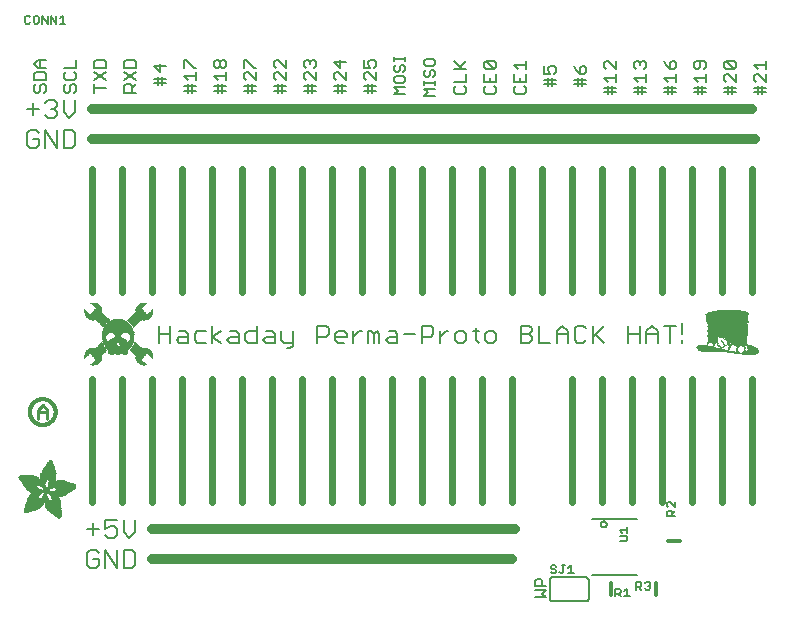
<source format=gbr>
G04 EAGLE Gerber RS-274X export*
G75*
%MOMM*%
%FSLAX34Y34*%
%LPD*%
%INSilkscreen Top*%
%IPPOS*%
%AMOC8*
5,1,8,0,0,1.08239X$1,22.5*%
G01*
%ADD10C,0.812800*%
%ADD11C,0.203200*%
%ADD12C,0.127000*%
%ADD13C,0.609600*%
%ADD14C,0.152400*%
%ADD15C,0.304800*%
%ADD16R,0.068600X0.007600*%
%ADD17R,0.114300X0.007600*%
%ADD18R,0.152400X0.007700*%
%ADD19R,0.182900X0.007600*%
%ADD20R,0.205700X0.007600*%
%ADD21R,0.228600X0.007600*%
%ADD22R,0.259100X0.007600*%
%ADD23R,0.274300X0.007700*%
%ADD24R,0.289500X0.007600*%
%ADD25R,0.304800X0.007600*%
%ADD26R,0.320100X0.007600*%
%ADD27R,0.342900X0.007600*%
%ADD28R,0.350500X0.007700*%
%ADD29R,0.365800X0.007600*%
%ADD30R,0.381000X0.007600*%
%ADD31R,0.388600X0.007600*%
%ADD32R,0.403800X0.007600*%
%ADD33R,0.419100X0.007700*%
%ADD34R,0.426700X0.007600*%
%ADD35R,0.441900X0.007600*%
%ADD36R,0.449600X0.007600*%
%ADD37R,0.464800X0.007600*%
%ADD38R,0.480000X0.007700*%
%ADD39R,0.487600X0.007600*%
%ADD40R,0.495300X0.007600*%
%ADD41R,0.510500X0.007600*%
%ADD42R,0.518100X0.007600*%
%ADD43R,0.525700X0.007700*%
%ADD44R,0.541000X0.007600*%
%ADD45R,0.548600X0.007600*%
%ADD46R,0.563800X0.007600*%
%ADD47R,0.571500X0.007600*%
%ADD48R,0.579100X0.007700*%
%ADD49R,0.594300X0.007600*%
%ADD50R,0.601900X0.007600*%
%ADD51R,0.609600X0.007600*%
%ADD52R,0.624800X0.007600*%
%ADD53R,0.632400X0.007700*%
%ADD54R,0.640000X0.007600*%
%ADD55R,0.655300X0.007600*%
%ADD56R,0.662900X0.007600*%
%ADD57R,0.678100X0.007600*%
%ADD58R,0.685800X0.007700*%
%ADD59R,0.693400X0.007600*%
%ADD60R,0.708600X0.007600*%
%ADD61R,0.716200X0.007600*%
%ADD62R,0.723900X0.007600*%
%ADD63R,0.739100X0.007700*%
%ADD64R,0.746700X0.007600*%
%ADD65R,0.754300X0.007600*%
%ADD66R,0.769600X0.007600*%
%ADD67R,0.777200X0.007600*%
%ADD68R,0.792400X0.007700*%
%ADD69R,0.800100X0.007600*%
%ADD70R,0.807700X0.007600*%
%ADD71R,0.822900X0.007600*%
%ADD72R,0.830500X0.007600*%
%ADD73R,0.838200X0.007700*%
%ADD74R,0.091500X0.007600*%
%ADD75R,0.853400X0.007600*%
%ADD76R,0.144700X0.007600*%
%ADD77R,0.861000X0.007600*%
%ADD78R,0.190500X0.007600*%
%ADD79R,0.876300X0.007600*%
%ADD80R,0.221000X0.007600*%
%ADD81R,0.883900X0.007600*%
%ADD82R,0.259000X0.007700*%
%ADD83R,0.891500X0.007700*%
%ADD84R,0.289600X0.007600*%
%ADD85R,0.906700X0.007600*%
%ADD86R,0.914400X0.007600*%
%ADD87R,0.350500X0.007600*%
%ADD88R,0.922000X0.007600*%
%ADD89R,0.937200X0.007600*%
%ADD90R,0.411400X0.007700*%
%ADD91R,0.944800X0.007700*%
%ADD92R,0.434300X0.007600*%
%ADD93R,0.952500X0.007600*%
%ADD94R,0.464900X0.007600*%
%ADD95R,0.967700X0.007600*%
%ADD96R,0.975300X0.007600*%
%ADD97R,0.518200X0.007600*%
%ADD98R,0.990600X0.007600*%
%ADD99R,0.548600X0.007700*%
%ADD100R,0.998200X0.007700*%
%ADD101R,1.005800X0.007600*%
%ADD102R,0.594400X0.007600*%
%ADD103R,1.021000X0.007600*%
%ADD104R,0.617200X0.007600*%
%ADD105R,1.028700X0.007600*%
%ADD106R,0.647700X0.007600*%
%ADD107R,1.036300X0.007600*%
%ADD108R,0.670500X0.007700*%
%ADD109R,1.051500X0.007700*%
%ADD110R,1.059100X0.007600*%
%ADD111R,0.716300X0.007600*%
%ADD112R,1.066800X0.007600*%
%ADD113R,0.739100X0.007600*%
%ADD114R,1.074400X0.007600*%
%ADD115R,0.762000X0.007600*%
%ADD116R,1.089600X0.007600*%
%ADD117R,0.784800X0.007700*%
%ADD118R,1.097200X0.007700*%
%ADD119R,1.104900X0.007600*%
%ADD120R,0.830600X0.007600*%
%ADD121R,1.112500X0.007600*%
%ADD122R,0.845800X0.007600*%
%ADD123R,1.120100X0.007600*%
%ADD124R,0.868700X0.007600*%
%ADD125R,1.127700X0.007600*%
%ADD126R,1.135300X0.007700*%
%ADD127R,1.143000X0.007600*%
%ADD128R,0.944900X0.007600*%
%ADD129R,1.150600X0.007600*%
%ADD130R,0.960100X0.007600*%
%ADD131R,1.158200X0.007600*%
%ADD132R,0.983000X0.007600*%
%ADD133R,1.165800X0.007600*%
%ADD134R,1.005900X0.007700*%
%ADD135R,1.173400X0.007700*%
%ADD136R,1.021100X0.007600*%
%ADD137R,1.181100X0.007600*%
%ADD138R,1.044000X0.007600*%
%ADD139R,1.188700X0.007600*%
%ADD140R,1.196300X0.007600*%
%ADD141R,1.082000X0.007600*%
%ADD142R,1.203900X0.007600*%
%ADD143R,1.104900X0.007700*%
%ADD144R,1.211500X0.007700*%
%ADD145R,1.211500X0.007600*%
%ADD146R,1.219200X0.007600*%
%ADD147R,1.226800X0.007600*%
%ADD148R,1.234400X0.007600*%
%ADD149R,1.188700X0.007700*%
%ADD150R,1.242000X0.007700*%
%ADD151R,1.242000X0.007600*%
%ADD152R,1.211600X0.007600*%
%ADD153R,1.249600X0.007600*%
%ADD154R,1.257300X0.007600*%
%ADD155R,1.264900X0.007600*%
%ADD156R,1.242100X0.007700*%
%ADD157R,1.264900X0.007700*%
%ADD158R,1.272500X0.007600*%
%ADD159R,1.265000X0.007600*%
%ADD160R,1.280100X0.007600*%
%ADD161R,1.272600X0.007600*%
%ADD162R,1.287700X0.007600*%
%ADD163R,1.287800X0.007600*%
%ADD164R,1.295400X0.007700*%
%ADD165R,1.303000X0.007600*%
%ADD166R,1.318200X0.007600*%
%ADD167R,1.310600X0.007600*%
%ADD168R,1.325900X0.007600*%
%ADD169R,1.341100X0.007700*%
%ADD170R,1.318200X0.007700*%
%ADD171R,1.341100X0.007600*%
%ADD172R,1.325800X0.007600*%
%ADD173R,1.348700X0.007600*%
%ADD174R,1.364000X0.007600*%
%ADD175R,1.333500X0.007600*%
%ADD176R,1.371600X0.007700*%
%ADD177R,1.379200X0.007600*%
%ADD178R,1.379300X0.007600*%
%ADD179R,1.386900X0.007600*%
%ADD180R,1.394500X0.007600*%
%ADD181R,1.356300X0.007600*%
%ADD182R,1.394400X0.007700*%
%ADD183R,1.356300X0.007700*%
%ADD184R,1.402000X0.007600*%
%ADD185R,1.409700X0.007600*%
%ADD186R,1.363900X0.007600*%
%ADD187R,1.417300X0.007600*%
%ADD188R,1.371600X0.007600*%
%ADD189R,1.424900X0.007700*%
%ADD190R,1.424900X0.007600*%
%ADD191R,1.432600X0.007600*%
%ADD192R,1.440200X0.007600*%
%ADD193R,1.386800X0.007600*%
%ADD194R,1.447800X0.007700*%
%ADD195R,1.386800X0.007700*%
%ADD196R,1.447800X0.007600*%
%ADD197R,1.455500X0.007600*%
%ADD198R,1.394400X0.007600*%
%ADD199R,1.463100X0.007600*%
%ADD200R,1.455400X0.007700*%
%ADD201R,1.463000X0.007600*%
%ADD202R,1.470600X0.007600*%
%ADD203R,1.470600X0.007700*%
%ADD204R,1.409700X0.007700*%
%ADD205R,1.470700X0.007600*%
%ADD206R,1.402100X0.007600*%
%ADD207R,1.478300X0.007600*%
%ADD208R,1.478300X0.007700*%
%ADD209R,1.402100X0.007700*%
%ADD210R,1.485900X0.007600*%
%ADD211R,1.485900X0.007700*%
%ADD212R,1.493500X0.007700*%
%ADD213R,1.493500X0.007600*%
%ADD214R,1.394500X0.007700*%
%ADD215R,1.493600X0.007700*%
%ADD216R,1.386900X0.007700*%
%ADD217R,1.379200X0.007700*%
%ADD218R,2.857500X0.007700*%
%ADD219R,2.857500X0.007600*%
%ADD220R,2.849900X0.007600*%
%ADD221R,2.842300X0.007600*%
%ADD222R,2.834700X0.007700*%
%ADD223R,2.827000X0.007600*%
%ADD224R,2.819400X0.007600*%
%ADD225R,2.811800X0.007600*%
%ADD226R,2.811800X0.007700*%
%ADD227R,2.804100X0.007600*%
%ADD228R,2.796500X0.007600*%
%ADD229R,1.966000X0.007600*%
%ADD230R,1.943100X0.007600*%
%ADD231R,0.754400X0.007600*%
%ADD232R,1.927900X0.007700*%
%ADD233R,0.746700X0.007700*%
%ADD234R,1.912600X0.007600*%
%ADD235R,0.731500X0.007600*%
%ADD236R,1.905000X0.007600*%
%ADD237R,1.882200X0.007600*%
%ADD238R,1.874600X0.007600*%
%ADD239R,1.866900X0.007700*%
%ADD240R,0.708700X0.007700*%
%ADD241R,1.851600X0.007600*%
%ADD242R,0.701100X0.007600*%
%ADD243R,1.844000X0.007600*%
%ADD244R,1.836400X0.007600*%
%ADD245R,1.821200X0.007600*%
%ADD246R,0.685800X0.007600*%
%ADD247R,1.813500X0.007700*%
%ADD248R,1.805900X0.007600*%
%ADD249R,0.678200X0.007600*%
%ADD250R,1.790700X0.007600*%
%ADD251R,0.670600X0.007600*%
%ADD252R,1.775500X0.007600*%
%ADD253R,1.767900X0.007700*%
%ADD254R,0.663000X0.007700*%
%ADD255R,1.760200X0.007600*%
%ADD256R,1.752600X0.007600*%
%ADD257R,0.937300X0.007600*%
%ADD258R,0.792500X0.007600*%
%ADD259R,0.899100X0.007600*%
%ADD260R,0.883900X0.007700*%
%ADD261R,0.716300X0.007700*%
%ADD262R,0.647700X0.007700*%
%ADD263R,0.640100X0.007600*%
%ADD264R,0.632500X0.007600*%
%ADD265R,0.655400X0.007600*%
%ADD266R,0.632400X0.007600*%
%ADD267R,0.845800X0.007700*%
%ADD268R,0.617200X0.007700*%
%ADD269R,0.624800X0.007700*%
%ADD270R,0.602000X0.007600*%
%ADD271R,0.838200X0.007600*%
%ADD272R,0.586700X0.007600*%
%ADD273R,0.548700X0.007600*%
%ADD274R,0.830500X0.007700*%
%ADD275R,0.541000X0.007700*%
%ADD276R,0.594300X0.007700*%
%ADD277R,0.525800X0.007600*%
%ADD278R,0.586800X0.007600*%
%ADD279R,0.815300X0.007600*%
%ADD280R,0.579200X0.007600*%
%ADD281R,0.815400X0.007600*%
%ADD282R,0.815400X0.007700*%
%ADD283R,0.571500X0.007700*%
%ADD284R,0.807800X0.007600*%
%ADD285R,0.563900X0.007600*%
%ADD286R,0.457200X0.007600*%
%ADD287R,0.442000X0.007600*%
%ADD288R,0.556300X0.007600*%
%ADD289R,0.807700X0.007700*%
%ADD290R,0.411500X0.007600*%
%ADD291R,0.533400X0.007600*%
%ADD292R,0.076200X0.007600*%
%ADD293R,0.403900X0.007600*%
%ADD294R,0.525700X0.007600*%
%ADD295R,0.388700X0.007600*%
%ADD296R,0.297200X0.007600*%
%ADD297R,0.373400X0.007700*%
%ADD298R,0.503000X0.007700*%
%ADD299R,0.426800X0.007700*%
%ADD300R,0.358100X0.007600*%
%ADD301R,0.502900X0.007600*%
%ADD302R,0.472400X0.007600*%
%ADD303R,0.487700X0.007600*%
%ADD304R,0.335300X0.007600*%
%ADD305R,0.792500X0.007700*%
%ADD306R,0.327600X0.007700*%
%ADD307R,0.472400X0.007700*%
%ADD308R,0.640000X0.007700*%
%ADD309R,0.784800X0.007600*%
%ADD310R,0.320000X0.007600*%
%ADD311R,0.792400X0.007600*%
%ADD312R,1.173400X0.007600*%
%ADD313R,1.196400X0.007600*%
%ADD314R,0.784900X0.007600*%
%ADD315R,0.784900X0.007700*%
%ADD316R,0.297200X0.007700*%
%ADD317R,1.249700X0.007600*%
%ADD318R,0.281900X0.007600*%
%ADD319R,1.295400X0.007600*%
%ADD320R,0.266700X0.007600*%
%ADD321R,0.777300X0.007700*%
%ADD322R,0.266700X0.007700*%
%ADD323R,1.333500X0.007700*%
%ADD324R,0.777300X0.007600*%
%ADD325R,1.348800X0.007600*%
%ADD326R,0.251500X0.007600*%
%ADD327R,0.243900X0.007700*%
%ADD328R,0.243900X0.007600*%
%ADD329R,1.440100X0.007600*%
%ADD330R,0.236200X0.007600*%
%ADD331R,0.762000X0.007700*%
%ADD332R,0.236200X0.007700*%
%ADD333R,1.508700X0.007700*%
%ADD334R,1.531600X0.007600*%
%ADD335R,1.546900X0.007600*%
%ADD336R,1.569700X0.007600*%
%ADD337R,1.585000X0.007600*%
%ADD338R,0.746800X0.007700*%
%ADD339R,1.607800X0.007700*%
%ADD340R,0.243800X0.007600*%
%ADD341R,1.630700X0.007600*%
%ADD342R,1.653500X0.007600*%
%ADD343R,0.739200X0.007600*%
%ADD344R,1.684000X0.007600*%
%ADD345R,2.019300X0.007600*%
%ADD346R,0.731500X0.007700*%
%ADD347R,2.026900X0.007700*%
%ADD348R,2.049800X0.007600*%
%ADD349R,2.057400X0.007600*%
%ADD350R,0.708700X0.007600*%
%ADD351R,2.072600X0.007600*%
%ADD352R,0.701000X0.007600*%
%ADD353R,2.095500X0.007600*%
%ADD354R,0.693500X0.007700*%
%ADD355R,2.110800X0.007700*%
%ADD356R,2.141200X0.007600*%
%ADD357R,0.060900X0.007600*%
%ADD358R,2.872700X0.007600*%
%ADD359R,3.124200X0.007600*%
%ADD360R,3.177600X0.007600*%
%ADD361R,3.215600X0.007700*%
%ADD362R,3.253700X0.007600*%
%ADD363R,3.284300X0.007600*%
%ADD364R,3.314700X0.007600*%
%ADD365R,3.352800X0.007600*%
%ADD366R,3.375600X0.007700*%
%ADD367R,3.406200X0.007600*%
%ADD368R,3.429000X0.007600*%
%ADD369R,3.451800X0.007600*%
%ADD370R,3.482400X0.007600*%
%ADD371R,1.828800X0.007700*%
%ADD372R,1.539300X0.007700*%
%ADD373R,1.767900X0.007600*%
%ADD374R,1.767800X0.007600*%
%ADD375R,1.760200X0.007700*%
%ADD376R,1.760300X0.007600*%
%ADD377R,1.775400X0.007700*%
%ADD378R,1.379300X0.007700*%
%ADD379R,1.783000X0.007600*%
%ADD380R,1.813500X0.007600*%
%ADD381R,1.821100X0.007700*%
%ADD382R,0.503000X0.007600*%
%ADD383R,1.135400X0.007600*%
%ADD384R,1.127700X0.007700*%
%ADD385R,0.487700X0.007700*%
%ADD386R,1.120200X0.007600*%
%ADD387R,1.097300X0.007600*%
%ADD388R,0.510600X0.007600*%
%ADD389R,1.074400X0.007700*%
%ADD390R,0.525800X0.007700*%
%ADD391R,1.440200X0.007700*%
%ADD392R,1.059200X0.007600*%
%ADD393R,1.051600X0.007600*%
%ADD394R,1.051500X0.007600*%
%ADD395R,1.043900X0.007700*%
%ADD396R,0.602000X0.007700*%
%ADD397R,1.524000X0.007600*%
%ADD398R,1.539300X0.007600*%
%ADD399R,1.592600X0.007600*%
%ADD400R,1.021100X0.007700*%
%ADD401R,1.615400X0.007700*%
%ADD402R,1.013400X0.007600*%
%ADD403R,1.653600X0.007600*%
%ADD404R,1.013500X0.007600*%
%ADD405R,1.699300X0.007600*%
%ADD406R,2.743200X0.007600*%
%ADD407R,1.005900X0.007600*%
%ADD408R,2.415500X0.007600*%
%ADD409R,1.005800X0.007700*%
%ADD410R,0.281900X0.007700*%
%ADD411R,2.408000X0.007700*%
%ADD412R,2.407900X0.007600*%
%ADD413R,0.998200X0.007600*%
%ADD414R,0.282000X0.007600*%
%ADD415R,0.998300X0.007600*%
%ADD416R,2.400300X0.007600*%
%ADD417R,0.289500X0.007700*%
%ADD418R,2.400300X0.007700*%
%ADD419R,0.297100X0.007600*%
%ADD420R,0.312400X0.007600*%
%ADD421R,2.392700X0.007600*%
%ADD422R,0.990600X0.007700*%
%ADD423R,0.327700X0.007700*%
%ADD424R,2.392700X0.007700*%
%ADD425R,2.385100X0.007600*%
%ADD426R,0.381000X0.007700*%
%ADD427R,2.377400X0.007700*%
%ADD428R,2.377400X0.007600*%
%ADD429R,2.369800X0.007600*%
%ADD430R,0.419100X0.007600*%
%ADD431R,2.362200X0.007600*%
%ADD432R,0.426800X0.007600*%
%ADD433R,1.036300X0.007700*%
%ADD434R,0.442000X0.007700*%
%ADD435R,2.354600X0.007700*%
%ADD436R,2.354600X0.007600*%
%ADD437R,0.480100X0.007600*%
%ADD438R,2.347000X0.007600*%
%ADD439R,1.074500X0.007600*%
%ADD440R,2.339400X0.007600*%
%ADD441R,1.082100X0.007700*%
%ADD442R,0.548700X0.007700*%
%ADD443R,2.331800X0.007700*%
%ADD444R,2.331800X0.007600*%
%ADD445R,0.624900X0.007600*%
%ADD446R,2.324100X0.007600*%
%ADD447R,1.859300X0.007600*%
%ADD448R,2.308800X0.007600*%
%ADD449R,2.301200X0.007700*%
%ADD450R,2.301200X0.007600*%
%ADD451R,2.293600X0.007600*%
%ADD452R,2.278400X0.007600*%
%ADD453R,1.889800X0.007600*%
%ADD454R,2.270700X0.007600*%
%ADD455R,1.897400X0.007700*%
%ADD456R,2.255500X0.007700*%
%ADD457R,1.897400X0.007600*%
%ADD458R,2.247900X0.007600*%
%ADD459R,2.232600X0.007600*%
%ADD460R,1.912700X0.007600*%
%ADD461R,2.209800X0.007600*%
%ADD462R,1.920300X0.007600*%
%ADD463R,2.186900X0.007600*%
%ADD464R,1.920300X0.007700*%
%ADD465R,2.171700X0.007700*%
%ADD466R,1.935500X0.007600*%
%ADD467R,2.148800X0.007600*%
%ADD468R,2.126000X0.007600*%
%ADD469R,1.950700X0.007600*%
%ADD470R,1.958400X0.007700*%
%ADD471R,2.042200X0.007700*%
%ADD472R,1.973600X0.007600*%
%ADD473R,1.996500X0.007600*%
%ADD474R,1.981200X0.007600*%
%ADD475R,1.988800X0.007600*%
%ADD476R,1.996400X0.007700*%
%ADD477R,1.996400X0.007600*%
%ADD478R,2.004100X0.007600*%
%ADD479R,1.874500X0.007600*%
%ADD480R,1.425000X0.007600*%
%ADD481R,2.026900X0.007600*%
%ADD482R,0.434400X0.007700*%
%ADD483R,1.364000X0.007700*%
%ADD484R,2.034500X0.007600*%
%ADD485R,0.434400X0.007600*%
%ADD486R,2.049700X0.007600*%
%ADD487R,2.065000X0.007700*%
%ADD488R,0.464800X0.007700*%
%ADD489R,1.196300X0.007700*%
%ADD490R,2.080300X0.007600*%
%ADD491R,1.158300X0.007600*%
%ADD492R,2.087900X0.007600*%
%ADD493R,0.472500X0.007600*%
%ADD494R,2.103100X0.007600*%
%ADD495R,2.118400X0.007600*%
%ADD496R,2.133600X0.007600*%
%ADD497R,2.148800X0.007700*%
%ADD498R,2.164000X0.007600*%
%ADD499R,2.171700X0.007600*%
%ADD500R,2.187000X0.007600*%
%ADD501R,0.556200X0.007600*%
%ADD502R,2.202200X0.007700*%
%ADD503R,0.556200X0.007700*%
%ADD504R,0.640100X0.007700*%
%ADD505R,0.579100X0.007600*%
%ADD506R,0.480000X0.007600*%
%ADD507R,1.752600X0.007700*%
%ADD508R,0.487600X0.007700*%
%ADD509R,0.594400X0.007700*%
%ADD510R,0.358100X0.007700*%
%ADD511R,0.099000X0.007600*%
%ADD512R,1.280200X0.007600*%
%ADD513R,1.745000X0.007600*%
%ADD514R,1.744900X0.007600*%
%ADD515R,1.737300X0.007700*%
%ADD516R,1.737400X0.007600*%
%ADD517R,1.729800X0.007600*%
%ADD518R,1.722200X0.007600*%
%ADD519R,1.722100X0.007600*%
%ADD520R,1.714500X0.007700*%
%ADD521R,1.356400X0.007700*%
%ADD522R,1.706900X0.007600*%
%ADD523R,1.356400X0.007600*%
%ADD524R,1.691700X0.007600*%
%ADD525R,1.668800X0.007700*%
%ADD526R,1.645900X0.007600*%
%ADD527R,1.623100X0.007600*%
%ADD528R,1.577400X0.007600*%
%ADD529R,1.554400X0.007600*%
%ADD530R,1.539200X0.007600*%
%ADD531R,1.524000X0.007700*%
%ADD532R,1.501100X0.007600*%
%ADD533R,1.455400X0.007600*%
%ADD534R,1.348800X0.007700*%
%ADD535R,1.318300X0.007600*%
%ADD536R,1.310600X0.007700*%
%ADD537R,1.287800X0.007700*%
%ADD538R,1.234500X0.007600*%
%ADD539R,1.226900X0.007600*%
%ADD540R,1.173500X0.007700*%
%ADD541R,1.173500X0.007600*%
%ADD542R,1.165900X0.007600*%
%ADD543R,1.143000X0.007700*%
%ADD544R,1.127800X0.007600*%
%ADD545R,1.097200X0.007600*%
%ADD546R,1.028700X0.007700*%
%ADD547R,0.982900X0.007600*%
%ADD548R,0.952500X0.007700*%
%ADD549R,0.929600X0.007600*%
%ADD550R,0.906800X0.007700*%
%ADD551R,0.906800X0.007600*%
%ADD552R,0.899200X0.007600*%
%ADD553R,0.884000X0.007600*%
%ADD554R,0.876300X0.007700*%
%ADD555R,0.830600X0.007700*%
%ADD556R,0.754400X0.007700*%
%ADD557R,0.746800X0.007600*%
%ADD558R,0.708600X0.007700*%
%ADD559R,0.678200X0.007700*%
%ADD560R,0.663000X0.007600*%
%ADD561R,0.632500X0.007700*%
%ADD562R,0.556300X0.007700*%
%ADD563R,0.518200X0.007700*%
%ADD564R,0.434300X0.007700*%
%ADD565R,0.396300X0.007700*%
%ADD566R,0.373300X0.007600*%
%ADD567R,0.365700X0.007600*%
%ADD568R,0.327700X0.007600*%
%ADD569R,0.304800X0.007700*%
%ADD570R,0.274300X0.007600*%
%ADD571R,0.243800X0.007700*%
%ADD572R,0.205800X0.007600*%
%ADD573R,0.152400X0.007600*%
%ADD574R,0.121900X0.007700*%
%ADD575R,0.787400X0.025400*%
%ADD576R,1.219200X0.025400*%
%ADD577R,1.549400X0.025400*%
%ADD578R,0.762000X0.025400*%
%ADD579R,0.381000X0.025400*%
%ADD580R,0.736600X0.025400*%
%ADD581R,0.965200X0.025400*%
%ADD582R,1.193800X0.025400*%
%ADD583R,1.346200X0.025400*%
%ADD584R,0.812800X0.025400*%
%ADD585R,1.295400X0.025400*%
%ADD586R,0.863600X0.025400*%
%ADD587R,0.025400X0.025400*%
%ADD588R,0.279400X0.025400*%
%ADD589R,0.939800X0.025400*%
%ADD590R,1.016000X0.025400*%
%ADD591R,0.914400X0.025400*%
%ADD592R,0.127000X0.025400*%
%ADD593R,0.203200X0.025400*%
%ADD594R,1.066800X0.025400*%
%ADD595R,0.990600X0.025400*%
%ADD596R,0.228600X0.025400*%
%ADD597R,0.177800X0.025400*%
%ADD598R,1.143000X0.025400*%
%ADD599R,0.152400X0.025400*%
%ADD600R,2.438400X0.025400*%
%ADD601R,2.387600X0.025400*%
%ADD602R,0.101600X0.025400*%
%ADD603R,2.336800X0.025400*%
%ADD604R,0.076200X0.025400*%
%ADD605R,2.260600X0.025400*%
%ADD606R,2.184400X0.025400*%
%ADD607R,0.889000X0.025400*%
%ADD608R,2.108200X0.025400*%
%ADD609R,2.032000X0.025400*%
%ADD610R,1.930400X0.025400*%
%ADD611R,0.838200X0.025400*%
%ADD612R,1.854200X0.025400*%
%ADD613R,0.050800X0.025400*%
%ADD614R,1.727200X0.025400*%
%ADD615R,1.651000X0.025400*%
%ADD616R,1.524000X0.025400*%
%ADD617R,0.685800X0.025400*%
%ADD618R,1.422400X0.025400*%
%ADD619R,0.330200X0.025400*%
%ADD620R,0.635000X0.025400*%
%ADD621R,1.320800X0.025400*%
%ADD622R,0.584200X0.025400*%
%ADD623R,0.254000X0.025400*%
%ADD624R,0.508000X0.025400*%
%ADD625R,0.304800X0.025400*%
%ADD626R,0.431800X0.025400*%
%ADD627R,0.355600X0.025400*%
%ADD628R,0.711200X0.025400*%
%ADD629R,1.168400X0.025400*%
%ADD630R,0.609600X0.025400*%
%ADD631R,0.406400X0.025400*%
%ADD632R,0.558800X0.025400*%
%ADD633R,1.625600X0.025400*%
%ADD634R,1.803400X0.025400*%
%ADD635R,1.879600X0.025400*%
%ADD636R,1.905000X0.025400*%
%ADD637R,2.006600X0.025400*%
%ADD638R,2.133600X0.025400*%
%ADD639R,3.302000X0.025400*%
%ADD640R,3.327400X0.025400*%
%ADD641R,3.352800X0.025400*%
%ADD642R,3.378200X0.025400*%
%ADD643R,3.403600X0.025400*%
%ADD644R,3.429000X0.025400*%
%ADD645R,3.454400X0.025400*%
%ADD646R,3.479800X0.025400*%
%ADD647R,3.505200X0.025400*%
%ADD648R,3.530600X0.025400*%
%ADD649R,3.556000X0.025400*%
%ADD650R,3.581400X0.025400*%
%ADD651R,3.606800X0.025400*%
%ADD652R,3.632200X0.025400*%
%ADD653R,3.657600X0.025400*%
%ADD654R,3.251200X0.025400*%
%ADD655R,3.149600X0.025400*%
%ADD656R,2.997200X0.025400*%
%ADD657R,2.819400X0.025400*%
%ADD658R,2.616200X0.025400*%
%ADD659R,1.778000X0.025400*%
%ADD660R,1.244600X0.025400*%
%ADD661C,0.279400*%
%ADD662R,0.089409X0.005588*%
%ADD663R,0.094997X0.005588*%
%ADD664R,0.206756X0.005588*%
%ADD665R,0.273813X0.005588*%
%ADD666R,0.329694X0.005591*%
%ADD667R,0.374397X0.005588*%
%ADD668R,0.407925X0.005588*%
%ADD669R,0.413513X0.005588*%
%ADD670R,0.430275X0.005588*%
%ADD671R,0.430278X0.005588*%
%ADD672R,0.435866X0.005588*%
%ADD673R,0.441453X0.005588*%
%ADD674R,0.447041X0.005588*%
%ADD675R,0.458219X0.005591*%
%ADD676R,0.452628X0.005591*%
%ADD677R,0.463803X0.005588*%
%ADD678R,0.469391X0.005588*%
%ADD679R,0.469394X0.005588*%
%ADD680R,0.474981X0.005588*%
%ADD681R,0.480569X0.005588*%
%ADD682R,0.480566X0.005588*%
%ADD683R,0.486156X0.005588*%
%ADD684R,0.486153X0.005588*%
%ADD685R,0.491744X0.005588*%
%ADD686R,0.491744X0.005591*%
%ADD687R,0.497331X0.005591*%
%ADD688R,0.497331X0.005588*%
%ADD689R,0.502922X0.005588*%
%ADD690R,0.508509X0.005588*%
%ADD691R,0.502919X0.005588*%
%ADD692R,0.508506X0.005591*%
%ADD693R,0.508509X0.005591*%
%ADD694R,0.514094X0.005588*%
%ADD695R,0.514097X0.005588*%
%ADD696R,0.519684X0.005591*%
%ADD697R,0.514097X0.005591*%
%ADD698R,0.519684X0.005588*%
%ADD699R,0.519681X0.005588*%
%ADD700R,0.514094X0.005591*%
%ADD701R,0.508506X0.005588*%
%ADD702R,0.502919X0.005591*%
%ADD703R,0.497334X0.005588*%
%ADD704R,0.497334X0.005591*%
%ADD705R,0.491747X0.005588*%
%ADD706R,0.480569X0.005591*%
%ADD707R,0.474978X0.005588*%
%ADD708R,0.463803X0.005591*%
%ADD709R,0.458216X0.005588*%
%ADD710R,0.452628X0.005588*%
%ADD711R,0.452625X0.005588*%
%ADD712R,0.447038X0.005591*%
%ADD713R,0.447041X0.005591*%
%ADD714R,0.441450X0.005588*%
%ADD715R,0.424691X0.005588*%
%ADD716R,0.424687X0.005588*%
%ADD717R,0.419100X0.005591*%
%ADD718R,0.424687X0.005591*%
%ADD719R,0.419100X0.005588*%
%ADD720R,0.435863X0.005588*%
%ADD721R,0.458216X0.005591*%
%ADD722R,0.502922X0.005591*%
%ADD723R,0.525272X0.005588*%
%ADD724R,0.530859X0.005588*%
%ADD725R,0.536447X0.005588*%
%ADD726R,0.542038X0.005588*%
%ADD727R,0.547625X0.005591*%
%ADD728R,0.542034X0.005591*%
%ADD729R,0.553212X0.005588*%
%ADD730R,0.547622X0.005588*%
%ADD731R,0.558800X0.005588*%
%ADD732R,0.564388X0.005588*%
%ADD733R,0.569975X0.005588*%
%ADD734R,0.575562X0.005588*%
%ADD735R,0.581153X0.005591*%
%ADD736R,0.586741X0.005591*%
%ADD737R,0.586741X0.005588*%
%ADD738R,0.597916X0.005588*%
%ADD739R,0.592328X0.005588*%
%ADD740R,0.597919X0.005588*%
%ADD741R,0.016766X0.005588*%
%ADD742R,0.603503X0.005588*%
%ADD743R,0.603506X0.005588*%
%ADD744R,0.022353X0.005588*%
%ADD745R,0.609091X0.005588*%
%ADD746R,0.609094X0.005588*%
%ADD747R,0.027941X0.005591*%
%ADD748R,0.614678X0.005591*%
%ADD749R,0.620269X0.005591*%
%ADD750R,0.033528X0.005588*%
%ADD751R,0.620269X0.005588*%
%ADD752R,0.625856X0.005588*%
%ADD753R,0.039116X0.005588*%
%ADD754R,0.631444X0.005588*%
%ADD755R,0.039119X0.005588*%
%ADD756R,0.044703X0.005588*%
%ADD757R,0.637031X0.005588*%
%ADD758R,0.044706X0.005588*%
%ADD759R,0.055881X0.005588*%
%ADD760R,0.642619X0.005588*%
%ADD761R,0.637034X0.005588*%
%ADD762R,0.050294X0.005588*%
%ADD763R,0.061469X0.005588*%
%ADD764R,0.642622X0.005588*%
%ADD765R,0.072644X0.005588*%
%ADD766R,0.648206X0.005588*%
%ADD767R,0.648209X0.005588*%
%ADD768R,0.078231X0.005591*%
%ADD769R,0.653794X0.005591*%
%ADD770R,0.653797X0.005591*%
%ADD771R,0.078234X0.005591*%
%ADD772R,0.083819X0.005588*%
%ADD773R,0.659384X0.005588*%
%ADD774R,0.664972X0.005588*%
%ADD775R,0.083822X0.005588*%
%ADD776R,0.089406X0.005588*%
%ADD777R,0.670559X0.005588*%
%ADD778R,0.676147X0.005588*%
%ADD779R,0.100584X0.005588*%
%ADD780R,0.106172X0.005588*%
%ADD781R,0.681734X0.005588*%
%ADD782R,0.681737X0.005588*%
%ADD783R,0.111759X0.005591*%
%ADD784R,0.681734X0.005591*%
%ADD785R,0.687325X0.005591*%
%ADD786R,0.117347X0.005588*%
%ADD787R,0.692913X0.005588*%
%ADD788R,0.117350X0.005588*%
%ADD789R,0.128525X0.005588*%
%ADD790R,0.698500X0.005588*%
%ADD791R,0.134112X0.005588*%
%ADD792R,0.704091X0.005588*%
%ADD793R,0.704088X0.005588*%
%ADD794R,0.139700X0.005588*%
%ADD795R,0.709678X0.005588*%
%ADD796R,0.709675X0.005588*%
%ADD797R,0.145288X0.005588*%
%ADD798R,0.715266X0.005588*%
%ADD799R,0.150875X0.005591*%
%ADD800R,0.720853X0.005591*%
%ADD801R,0.150878X0.005591*%
%ADD802R,0.156463X0.005588*%
%ADD803R,0.726441X0.005588*%
%ADD804R,0.720853X0.005588*%
%ADD805R,0.156466X0.005588*%
%ADD806R,0.162053X0.005588*%
%ADD807R,0.167641X0.005588*%
%ADD808R,0.732028X0.005588*%
%ADD809R,0.173228X0.005588*%
%ADD810R,0.737619X0.005588*%
%ADD811R,0.737616X0.005588*%
%ADD812R,0.184403X0.005588*%
%ADD813R,0.743206X0.005588*%
%ADD814R,0.743203X0.005588*%
%ADD815R,0.184406X0.005588*%
%ADD816R,0.189991X0.005591*%
%ADD817R,0.748794X0.005591*%
%ADD818R,0.189994X0.005591*%
%ADD819R,0.195581X0.005588*%
%ADD820R,0.754381X0.005588*%
%ADD821R,0.201169X0.005588*%
%ADD822R,0.759969X0.005588*%
%ADD823R,0.765556X0.005588*%
%ADD824R,0.212344X0.005588*%
%ADD825R,0.217931X0.005588*%
%ADD826R,0.771144X0.005588*%
%ADD827R,0.217934X0.005588*%
%ADD828R,0.223519X0.005588*%
%ADD829R,0.776731X0.005588*%
%ADD830R,0.223522X0.005588*%
%ADD831R,0.229106X0.005591*%
%ADD832R,0.776731X0.005591*%
%ADD833R,0.782322X0.005591*%
%ADD834R,0.229109X0.005591*%
%ADD835R,0.240284X0.005588*%
%ADD836R,0.782319X0.005588*%
%ADD837R,0.787909X0.005588*%
%ADD838R,0.245872X0.005588*%
%ADD839R,0.787906X0.005588*%
%ADD840R,0.251459X0.005588*%
%ADD841R,0.793494X0.005588*%
%ADD842R,0.793497X0.005588*%
%ADD843R,0.257047X0.005588*%
%ADD844R,0.799084X0.005588*%
%ADD845R,0.257050X0.005588*%
%ADD846R,0.262634X0.005588*%
%ADD847R,0.262638X0.005588*%
%ADD848R,0.268225X0.005591*%
%ADD849R,0.804672X0.005591*%
%ADD850R,0.268225X0.005588*%
%ADD851R,0.810259X0.005588*%
%ADD852R,0.815847X0.005588*%
%ADD853R,0.815850X0.005588*%
%ADD854R,0.279400X0.005588*%
%ADD855R,0.290575X0.005588*%
%ADD856R,0.821434X0.005588*%
%ADD857R,0.821438X0.005588*%
%ADD858R,0.290578X0.005588*%
%ADD859R,0.296166X0.005588*%
%ADD860R,0.827022X0.005588*%
%ADD861R,0.827025X0.005588*%
%ADD862R,0.301753X0.005591*%
%ADD863R,0.838200X0.005591*%
%ADD864R,0.832613X0.005591*%
%ADD865R,0.307341X0.005588*%
%ADD866R,0.843791X0.005588*%
%ADD867R,0.111759X0.005588*%
%ADD868R,0.843788X0.005588*%
%ADD869R,0.860553X0.005588*%
%ADD870R,0.860550X0.005588*%
%ADD871R,0.307338X0.005588*%
%ADD872R,0.312928X0.005588*%
%ADD873R,0.871728X0.005588*%
%ADD874R,0.189994X0.005588*%
%ADD875R,0.189991X0.005588*%
%ADD876R,0.318516X0.005588*%
%ADD877R,0.882903X0.005588*%
%ADD878R,0.212347X0.005588*%
%ADD879R,0.882906X0.005588*%
%ADD880R,0.324106X0.005588*%
%ADD881R,0.894078X0.005588*%
%ADD882R,0.234697X0.005588*%
%ADD883R,0.894081X0.005588*%
%ADD884R,0.324103X0.005588*%
%ADD885R,0.905253X0.005591*%
%ADD886R,0.257047X0.005591*%
%ADD887R,0.905256X0.005591*%
%ADD888R,0.329691X0.005591*%
%ADD889R,0.335281X0.005588*%
%ADD890R,0.916434X0.005588*%
%ADD891R,0.916431X0.005588*%
%ADD892R,0.335278X0.005588*%
%ADD893R,0.340869X0.005588*%
%ADD894R,0.927609X0.005588*%
%ADD895R,0.927606X0.005588*%
%ADD896R,0.346456X0.005588*%
%ADD897R,0.933197X0.005588*%
%ADD898R,0.933194X0.005588*%
%ADD899R,0.352044X0.005588*%
%ADD900R,0.944372X0.005588*%
%ADD901R,0.357634X0.005588*%
%ADD902R,0.961134X0.005588*%
%ADD903R,0.961138X0.005588*%
%ADD904R,0.357631X0.005588*%
%ADD905R,0.972313X0.005588*%
%ADD906R,0.346453X0.005588*%
%ADD907R,0.363219X0.005591*%
%ADD908R,0.983488X0.005591*%
%ADD909R,0.357631X0.005591*%
%ADD910R,0.357634X0.005591*%
%ADD911R,0.368806X0.005588*%
%ADD912R,0.994666X0.005588*%
%ADD913R,0.368809X0.005588*%
%ADD914R,0.994663X0.005588*%
%ADD915R,1.005841X0.005588*%
%ADD916R,0.379984X0.005588*%
%ADD917R,1.005837X0.005588*%
%ADD918R,1.017016X0.005588*%
%ADD919R,0.391159X0.005588*%
%ADD920R,1.017019X0.005588*%
%ADD921R,0.385572X0.005588*%
%ADD922R,1.022603X0.005588*%
%ADD923R,0.402338X0.005588*%
%ADD924R,0.402334X0.005588*%
%ADD925R,1.022606X0.005588*%
%ADD926R,1.033781X0.005588*%
%ADD927R,0.413509X0.005588*%
%ADD928R,0.391159X0.005591*%
%ADD929R,1.044956X0.005591*%
%ADD930R,0.413513X0.005591*%
%ADD931R,0.396747X0.005588*%
%ADD932R,1.061719X0.005588*%
%ADD933R,0.396750X0.005588*%
%ADD934R,1.072897X0.005588*%
%ADD935R,1.084072X0.005588*%
%ADD936R,1.095250X0.005588*%
%ADD937R,1.095247X0.005588*%
%ADD938R,1.106425X0.005588*%
%ADD939R,0.407922X0.005588*%
%ADD940R,1.112013X0.005591*%
%ADD941R,1.123188X0.005588*%
%ADD942R,1.134363X0.005588*%
%ADD943R,1.134366X0.005588*%
%ADD944R,1.570228X0.005588*%
%ADD945R,1.575816X0.005588*%
%ADD946R,1.581403X0.005588*%
%ADD947R,1.614931X0.005588*%
%ADD948R,1.586991X0.005591*%
%ADD949R,1.620522X0.005591*%
%ADD950R,1.581403X0.005591*%
%ADD951R,1.586991X0.005588*%
%ADD952R,1.620522X0.005588*%
%ADD953R,1.592578X0.005588*%
%ADD954R,1.586994X0.005588*%
%ADD955R,1.631697X0.005588*%
%ADD956R,1.592581X0.005588*%
%ADD957R,1.598169X0.005588*%
%ADD958R,1.603756X0.005588*%
%ADD959R,1.598166X0.005588*%
%ADD960R,1.609344X0.005591*%
%ADD961R,1.631697X0.005591*%
%ADD962R,1.637284X0.005588*%
%ADD963R,1.609344X0.005588*%
%ADD964R,1.614934X0.005588*%
%ADD965R,1.642872X0.005588*%
%ADD966R,1.620519X0.005588*%
%ADD967R,1.626106X0.005591*%
%ADD968R,1.642872X0.005591*%
%ADD969R,1.626106X0.005588*%
%ADD970R,1.626109X0.005588*%
%ADD971R,1.637284X0.005591*%
%ADD972R,1.648459X0.005588*%
%ADD973R,1.654047X0.005591*%
%ADD974R,1.654050X0.005591*%
%ADD975R,1.659638X0.005588*%
%ADD976R,1.654047X0.005588*%
%ADD977R,1.659634X0.005588*%
%ADD978R,1.665222X0.005588*%
%ADD979R,1.665225X0.005591*%
%ADD980R,1.659638X0.005591*%
%ADD981R,1.665225X0.005588*%
%ADD982R,1.670813X0.005588*%
%ADD983R,1.670809X0.005588*%
%ADD984R,1.670813X0.005591*%
%ADD985R,1.575816X0.005591*%
%ADD986R,1.648463X0.005588*%
%ADD987R,1.614931X0.005591*%
%ADD988R,1.648459X0.005591*%
%ADD989R,1.676400X0.005588*%
%ADD990R,1.575819X0.005588*%
%ADD991R,1.687578X0.005588*%
%ADD992R,1.564638X0.005588*%
%ADD993R,1.698753X0.005588*%
%ADD994R,1.553462X0.005588*%
%ADD995R,1.715516X0.005588*%
%ADD996R,1.536700X0.005591*%
%ADD997R,1.732278X0.005591*%
%ADD998R,1.586994X0.005591*%
%ADD999R,1.525525X0.005588*%
%ADD1000R,1.743456X0.005588*%
%ADD1001R,1.514350X0.005588*%
%ADD1002R,1.754631X0.005588*%
%ADD1003R,1.559053X0.005588*%
%ADD1004R,1.497584X0.005588*%
%ADD1005R,1.765809X0.005588*%
%ADD1006R,1.547875X0.005588*%
%ADD1007R,1.486406X0.005588*%
%ADD1008R,1.776984X0.005588*%
%ADD1009R,1.542288X0.005588*%
%ADD1010R,1.480819X0.005588*%
%ADD1011R,1.788159X0.005588*%
%ADD1012R,1.525522X0.005588*%
%ADD1013R,1.464056X0.005588*%
%ADD1014R,1.799334X0.005588*%
%ADD1015R,1.514347X0.005588*%
%ADD1016R,1.447291X0.005591*%
%ADD1017R,1.810513X0.005591*%
%ADD1018R,1.497584X0.005591*%
%ADD1019R,1.436116X0.005588*%
%ADD1020R,1.832866X0.005588*%
%ADD1021R,1.480822X0.005588*%
%ADD1022R,1.419353X0.005588*%
%ADD1023R,1.844041X0.005588*%
%ADD1024R,1.469644X0.005588*%
%ADD1025R,1.402591X0.005588*%
%ADD1026R,1.855216X0.005588*%
%ADD1027R,1.452878X0.005588*%
%ADD1028R,1.391409X0.005588*%
%ADD1029R,1.866391X0.005588*%
%ADD1030R,1.374647X0.005588*%
%ADD1031R,1.877569X0.005588*%
%ADD1032R,1.357884X0.005591*%
%ADD1033R,1.888744X0.005591*%
%ADD1034R,1.408175X0.005591*%
%ADD1035R,1.346706X0.005588*%
%ADD1036R,1.899922X0.005588*%
%ADD1037R,1.391413X0.005588*%
%ADD1038R,1.324356X0.005588*%
%ADD1039R,1.911097X0.005588*%
%ADD1040R,1.374650X0.005588*%
%ADD1041R,1.307594X0.005588*%
%ADD1042R,1.922272X0.005588*%
%ADD1043R,1.357884X0.005588*%
%ADD1044R,1.290828X0.005588*%
%ADD1045R,1.933447X0.005588*%
%ADD1046R,1.335531X0.005588*%
%ADD1047R,1.268478X0.005588*%
%ADD1048R,1.939034X0.005588*%
%ADD1049R,1.318766X0.005588*%
%ADD1050R,1.251713X0.005591*%
%ADD1051R,1.944622X0.005591*%
%ADD1052R,1.302003X0.005591*%
%ADD1053R,1.229359X0.005588*%
%ADD1054R,1.955800X0.005588*%
%ADD1055R,1.279650X0.005588*%
%ADD1056R,1.207006X0.005588*%
%ADD1057R,1.966978X0.005588*%
%ADD1058R,1.257300X0.005588*%
%ADD1059R,1.978153X0.005588*%
%ADD1060R,0.832613X0.005588*%
%ADD1061R,0.374394X0.005588*%
%ADD1062R,1.989328X0.005588*%
%ADD1063R,0.318519X0.005588*%
%ADD1064R,2.000503X0.005588*%
%ADD1065R,0.184403X0.005591*%
%ADD1066R,0.754381X0.005591*%
%ADD1067R,2.011678X0.005591*%
%ADD1068R,0.804675X0.005591*%
%ADD1069R,0.184406X0.005591*%
%ADD1070R,2.022856X0.005588*%
%ADD1071R,2.028444X0.005588*%
%ADD1072R,0.726438X0.005588*%
%ADD1073R,2.039619X0.005588*%
%ADD1074R,0.715263X0.005588*%
%ADD1075R,2.045209X0.005588*%
%ADD1076R,0.229109X0.005588*%
%ADD1077R,0.748794X0.005588*%
%ADD1078R,0.899669X0.005588*%
%ADD1079R,0.681737X0.005591*%
%ADD1080R,0.212344X0.005591*%
%ADD1081R,0.732028X0.005591*%
%ADD1082R,0.910847X0.005588*%
%ADD1083R,0.905256X0.005588*%
%ADD1084R,0.910844X0.005588*%
%ADD1085R,0.653797X0.005588*%
%ADD1086R,0.922022X0.005588*%
%ADD1087R,0.933197X0.005591*%
%ADD1088R,0.178816X0.005591*%
%ADD1089R,0.927609X0.005591*%
%ADD1090R,0.670559X0.005591*%
%ADD1091R,0.614678X0.005588*%
%ADD1092R,0.938784X0.005588*%
%ADD1093R,0.581153X0.005588*%
%ADD1094R,0.569978X0.005588*%
%ADD1095R,0.150878X0.005588*%
%ADD1096R,0.949959X0.005588*%
%ADD1097R,0.620266X0.005588*%
%ADD1098R,0.564391X0.005591*%
%ADD1099R,0.955550X0.005591*%
%ADD1100R,0.145288X0.005591*%
%ADD1101R,0.553209X0.005588*%
%ADD1102R,0.955550X0.005588*%
%ADD1103R,0.542034X0.005588*%
%ADD1104R,0.966725X0.005588*%
%ADD1105R,0.122934X0.005588*%
%ADD1106R,0.977900X0.005588*%
%ADD1107R,0.977900X0.005591*%
%ADD1108R,0.100584X0.005591*%
%ADD1109R,0.553212X0.005591*%
%ADD1110R,0.983491X0.005588*%
%ADD1111R,0.983488X0.005588*%
%ADD1112R,0.989078X0.005588*%
%ADD1113R,0.536450X0.005588*%
%ADD1114R,0.078231X0.005588*%
%ADD1115R,0.463806X0.005588*%
%ADD1116R,0.067056X0.005588*%
%ADD1117R,0.458219X0.005588*%
%ADD1118R,1.000253X0.005588*%
%ADD1119R,0.447038X0.005588*%
%ADD1120R,0.055878X0.005588*%
%ADD1121R,0.441450X0.005591*%
%ADD1122R,1.005841X0.005591*%
%ADD1123R,0.044703X0.005591*%
%ADD1124R,0.486156X0.005591*%
%ADD1125R,1.011428X0.005588*%
%ADD1126R,1.028191X0.005588*%
%ADD1127R,0.379984X0.005591*%
%ADD1128R,1.028194X0.005591*%
%ADD1129R,1.028191X0.005591*%
%ADD1130R,0.435866X0.005591*%
%ADD1131R,0.363222X0.005588*%
%ADD1132R,1.039369X0.005588*%
%ADD1133R,1.044956X0.005588*%
%ADD1134R,0.340866X0.005588*%
%ADD1135R,0.324103X0.005591*%
%ADD1136R,1.050544X0.005591*%
%ADD1137R,1.050544X0.005588*%
%ADD1138R,1.061722X0.005588*%
%ADD1139R,0.363219X0.005588*%
%ADD1140R,0.301753X0.005588*%
%ADD1141R,1.067309X0.005588*%
%ADD1142R,1.067306X0.005588*%
%ADD1143R,0.284988X0.005588*%
%ADD1144R,0.329694X0.005588*%
%ADD1145R,0.273813X0.005591*%
%ADD1146R,1.072897X0.005591*%
%ADD1147R,0.324106X0.005591*%
%ADD1148R,1.078484X0.005588*%
%ADD1149R,1.089659X0.005588*%
%ADD1150R,0.296162X0.005588*%
%ADD1151R,0.234694X0.005588*%
%ADD1152R,0.229106X0.005588*%
%ADD1153R,1.100834X0.005588*%
%ADD1154R,1.106425X0.005591*%
%ADD1155R,1.106422X0.005591*%
%ADD1156R,0.262634X0.005591*%
%ADD1157R,1.106422X0.005588*%
%ADD1158R,0.195578X0.005588*%
%ADD1159R,1.112013X0.005588*%
%ADD1160R,1.117600X0.005588*%
%ADD1161R,1.112009X0.005588*%
%ADD1162R,0.178816X0.005588*%
%ADD1163R,1.123191X0.005588*%
%ADD1164R,0.156466X0.005591*%
%ADD1165R,1.123188X0.005591*%
%ADD1166R,1.123191X0.005591*%
%ADD1167R,1.128778X0.005588*%
%ADD1168R,1.139950X0.005588*%
%ADD1169R,1.139953X0.005588*%
%ADD1170R,1.145541X0.005588*%
%ADD1171R,1.151128X0.005588*%
%ADD1172R,0.167637X0.005588*%
%ADD1173R,1.151128X0.005591*%
%ADD1174R,0.162050X0.005591*%
%ADD1175R,1.162303X0.005588*%
%ADD1176R,0.150875X0.005588*%
%ADD1177R,0.094994X0.005588*%
%ADD1178R,1.173481X0.005588*%
%ADD1179R,1.173478X0.005588*%
%ADD1180R,0.061469X0.005591*%
%ADD1181R,1.184656X0.005591*%
%ADD1182R,1.173478X0.005591*%
%ADD1183R,0.050291X0.005588*%
%ADD1184R,1.184656X0.005588*%
%ADD1185R,1.195831X0.005588*%
%ADD1186R,1.195834X0.005588*%
%ADD1187R,0.027941X0.005588*%
%ADD1188R,1.201422X0.005588*%
%ADD1189R,0.011175X0.005588*%
%ADD1190R,1.207009X0.005588*%
%ADD1191R,1.212597X0.005591*%
%ADD1192R,0.055881X0.005591*%
%ADD1193R,1.223772X0.005588*%
%ADD1194R,1.218184X0.005588*%
%ADD1195R,0.027938X0.005588*%
%ADD1196R,1.240534X0.005588*%
%ADD1197R,0.016762X0.005588*%
%ADD1198R,1.246122X0.005588*%
%ADD1199R,1.246125X0.005588*%
%ADD1200R,1.251709X0.005591*%
%ADD1201R,0.005588X0.005591*%
%ADD1202R,1.262891X0.005588*%
%ADD1203R,1.262888X0.005588*%
%ADD1204R,1.279653X0.005588*%
%ADD1205R,1.553466X0.005588*%
%ADD1206R,1.531113X0.005588*%
%ADD1207R,1.519934X0.005588*%
%ADD1208R,1.508759X0.005591*%
%ADD1209R,1.486409X0.005588*%
%ADD1210R,0.430275X0.005591*%
%ADD1211R,1.486409X0.005591*%
%ADD1212R,0.430278X0.005591*%
%ADD1213R,1.475231X0.005588*%
%ADD1214R,0.407922X0.005591*%
%ADD1215R,1.452878X0.005591*%
%ADD1216R,0.407925X0.005591*%
%ADD1217R,1.441703X0.005588*%
%ADD1218R,1.430528X0.005588*%
%ADD1219R,0.391163X0.005588*%
%ADD1220R,0.391163X0.005591*%
%ADD1221R,1.419353X0.005591*%
%ADD1222R,0.385572X0.005591*%
%ADD1223R,1.408178X0.005588*%
%ADD1224R,1.397000X0.005588*%
%ADD1225R,1.385822X0.005588*%
%ADD1226R,0.379981X0.005588*%
%ADD1227R,1.363472X0.005591*%
%ADD1228R,1.352297X0.005588*%
%ADD1229R,1.341122X0.005588*%
%ADD1230R,1.329944X0.005588*%
%ADD1231R,1.318769X0.005588*%
%ADD1232R,1.302003X0.005588*%
%ADD1233R,0.368809X0.005591*%
%ADD1234R,1.285241X0.005591*%
%ADD1235R,1.274066X0.005588*%
%ADD1236R,1.162303X0.005591*%
%ADD1237R,0.922019X0.005588*%
%ADD1238R,0.888491X0.005588*%
%ADD1239R,0.827022X0.005591*%
%ADD1240R,0.352044X0.005591*%
%ADD1241R,0.352047X0.005588*%
%ADD1242R,0.804672X0.005588*%
%ADD1243R,0.748791X0.005588*%
%ADD1244R,0.352047X0.005591*%
%ADD1245R,0.575566X0.005591*%
%ADD1246R,0.536447X0.005591*%
%ADD1247R,0.363222X0.005591*%
%ADD1248R,0.374397X0.005591*%
%ADD1249R,0.402338X0.005591*%
%ADD1250R,0.402334X0.005591*%
%ADD1251R,0.547622X0.005591*%
%ADD1252R,0.597916X0.005591*%
%ADD1253R,0.474978X0.005591*%
%ADD1254R,0.664972X0.005591*%
%ADD1255R,0.474981X0.005591*%
%ADD1256R,0.687322X0.005588*%
%ADD1257R,0.743203X0.005591*%
%ADD1258R,0.547625X0.005588*%
%ADD1259R,0.564388X0.005591*%
%ADD1260R,0.849378X0.005591*%
%ADD1261R,0.569975X0.005591*%
%ADD1262R,0.575566X0.005588*%
%ADD1263R,0.966722X0.005588*%
%ADD1264R,0.676150X0.005588*%
%ADD1265R,2.671066X0.005591*%
%ADD1266R,2.671066X0.005588*%
%ADD1267R,2.659887X0.005588*%
%ADD1268R,2.659887X0.005591*%
%ADD1269R,2.648713X0.005588*%
%ADD1270R,2.648713X0.005591*%
%ADD1271R,2.637534X0.005588*%
%ADD1272R,2.626359X0.005588*%
%ADD1273R,2.626359X0.005591*%
%ADD1274R,2.615184X0.005588*%
%ADD1275R,2.604009X0.005588*%
%ADD1276R,2.604009X0.005591*%
%ADD1277R,2.592831X0.005588*%
%ADD1278R,2.581656X0.005588*%
%ADD1279R,2.581656X0.005591*%
%ADD1280R,2.570478X0.005588*%
%ADD1281R,2.559303X0.005588*%
%ADD1282R,2.559303X0.005591*%
%ADD1283R,2.548128X0.005588*%
%ADD1284R,2.536953X0.005588*%
%ADD1285R,2.536953X0.005591*%
%ADD1286R,2.531366X0.005588*%
%ADD1287R,2.525778X0.005588*%
%ADD1288R,2.514600X0.005588*%
%ADD1289R,2.509013X0.005588*%
%ADD1290R,2.503422X0.005591*%
%ADD1291R,2.503422X0.005588*%
%ADD1292R,2.492247X0.005588*%
%ADD1293R,2.481072X0.005588*%
%ADD1294R,2.475484X0.005591*%
%ADD1295R,2.469897X0.005588*%
%ADD1296R,2.458722X0.005588*%
%ADD1297R,2.447544X0.005588*%
%ADD1298R,2.447544X0.005591*%
%ADD1299R,2.436369X0.005588*%
%ADD1300R,2.425191X0.005588*%
%ADD1301R,2.414016X0.005588*%
%ADD1302R,2.414016X0.005591*%
%ADD1303R,2.402841X0.005588*%
%ADD1304R,2.391666X0.005588*%
%ADD1305R,2.380488X0.005588*%
%ADD1306R,2.369312X0.005591*%
%ADD1307R,2.363725X0.005588*%
%ADD1308R,2.358134X0.005588*%
%ADD1309R,2.346959X0.005588*%
%ADD1310R,2.335784X0.005588*%
%ADD1311R,2.335784X0.005591*%
%ADD1312R,2.324609X0.005588*%
%ADD1313R,2.313431X0.005588*%
%ADD1314R,2.302256X0.005588*%
%ADD1315R,2.291078X0.005591*%
%ADD1316R,2.285491X0.005588*%
%ADD1317R,2.279903X0.005588*%
%ADD1318R,0.005588X0.005588*%
%ADD1319R,2.268728X0.005588*%
%ADD1320R,0.061466X0.005588*%
%ADD1321R,2.257553X0.005588*%
%ADD1322R,0.039116X0.005591*%
%ADD1323R,2.246378X0.005591*%
%ADD1324R,0.083819X0.005591*%
%ADD1325R,2.246378X0.005588*%
%ADD1326R,2.235200X0.005588*%
%ADD1327R,2.224022X0.005588*%
%ADD1328R,0.122938X0.005588*%
%ADD1329R,2.212847X0.005588*%
%ADD1330R,2.201672X0.005588*%
%ADD1331R,2.196084X0.005591*%
%ADD1332R,2.190497X0.005588*%
%ADD1333R,0.162050X0.005588*%
%ADD1334R,2.179322X0.005588*%
%ADD1335R,2.168144X0.005588*%
%ADD1336R,2.156969X0.005588*%
%ADD1337R,0.162053X0.005591*%
%ADD1338R,2.145791X0.005591*%
%ADD1339R,0.206756X0.005591*%
%ADD1340R,2.134616X0.005588*%
%ADD1341R,2.123441X0.005588*%
%ADD1342R,0.201166X0.005588*%
%ADD1343R,2.112266X0.005588*%
%ADD1344R,2.101088X0.005588*%
%ADD1345R,0.223522X0.005591*%
%ADD1346R,2.095500X0.005591*%
%ADD1347R,0.268222X0.005591*%
%ADD1348R,2.089913X0.005588*%
%ADD1349R,2.078734X0.005588*%
%ADD1350R,2.067559X0.005588*%
%ADD1351R,2.056384X0.005588*%
%ADD1352R,0.279400X0.005591*%
%ADD1353R,2.039622X0.005591*%
%ADD1354R,0.335278X0.005591*%
%ADD1355R,2.034031X0.005588*%
%ADD1356R,2.011678X0.005588*%
%ADD1357R,1.966978X0.005591*%
%ADD1358R,1.961391X0.005588*%
%ADD1359R,1.950209X0.005588*%
%ADD1360R,1.927859X0.005588*%
%ADD1361R,1.916684X0.005588*%
%ADD1362R,1.905509X0.005591*%
%ADD1363R,0.469394X0.005591*%
%ADD1364R,1.894334X0.005588*%
%ADD1365R,1.883156X0.005588*%
%ADD1366R,1.871978X0.005588*%
%ADD1367R,1.860803X0.005588*%
%ADD1368R,1.849628X0.005588*%
%ADD1369R,1.838453X0.005591*%
%ADD1370R,0.536450X0.005591*%
%ADD1371R,1.827278X0.005588*%
%ADD1372R,1.816100X0.005588*%
%ADD1373R,1.804922X0.005588*%
%ADD1374R,0.581150X0.005588*%
%ADD1375R,1.765809X0.005591*%
%ADD1376R,0.603503X0.005591*%
%ADD1377R,0.614681X0.005588*%
%ADD1378R,1.732278X0.005588*%
%ADD1379R,1.704341X0.005588*%
%ADD1380R,0.637034X0.005591*%
%ADD1381R,1.676400X0.005591*%
%ADD1382R,0.709678X0.005591*%
%ADD1383R,1.592578X0.005591*%
%ADD1384R,0.759969X0.005591*%
%ADD1385R,1.564641X0.005588*%
%ADD1386R,0.754378X0.005588*%
%ADD1387R,0.832609X0.005588*%
%ADD1388R,0.849378X0.005588*%
%ADD1389R,0.860553X0.005591*%
%ADD1390R,1.397000X0.005591*%
%ADD1391R,0.910844X0.005591*%
%ADD1392R,1.363472X0.005588*%
%ADD1393R,1.307591X0.005588*%
%ADD1394R,1.285241X0.005588*%
%ADD1395R,0.989075X0.005588*%
%ADD1396R,0.955547X0.005591*%
%ADD1397R,1.262888X0.005591*%
%ADD1398R,1.005837X0.005591*%
%ADD1399R,1.078481X0.005588*%
%ADD1400R,1.039369X0.005591*%
%ADD1401R,1.139953X0.005591*%
%ADD1402R,1.089662X0.005591*%
%ADD1403R,1.056131X0.005588*%
%ADD1404R,1.100838X0.005588*%
%ADD1405R,1.156719X0.005588*%
%ADD1406R,1.156716X0.005591*%
%ADD1407R,1.156716X0.005588*%
%ADD1408R,1.162306X0.005588*%
%ADD1409R,0.128522X0.005588*%
%ADD1410R,0.838200X0.005588*%
%ADD1411R,0.290578X0.005591*%
%ADD1412R,0.290575X0.005591*%
%ADD1413R,1.581406X0.005588*%
%ADD1414R,0.525272X0.005591*%
%ADD1415R,1.631694X0.005588*%
%ADD1416R,1.654050X0.005588*%
%ADD1417R,1.665222X0.005591*%
%ADD1418R,1.659634X0.005591*%
%ADD1419R,1.620519X0.005591*%
%ADD1420R,1.603753X0.005588*%
%ADD1421R,1.598169X0.005591*%
%ADD1422R,1.570225X0.005588*%
%ADD1423R,1.084072X0.005591*%
%ADD1424R,1.022603X0.005591*%
%ADD1425R,1.022606X0.005591*%
%ADD1426R,1.000250X0.005588*%
%ADD1427R,0.346456X0.005591*%
%ADD1428R,0.329691X0.005588*%
%ADD1429R,0.899666X0.005588*%
%ADD1430R,0.888491X0.005591*%
%ADD1431R,0.888494X0.005591*%
%ADD1432R,0.877316X0.005588*%
%ADD1433R,0.866141X0.005588*%
%ADD1434R,0.854966X0.005588*%
%ADD1435R,0.854963X0.005588*%
%ADD1436R,0.301750X0.005588*%
%ADD1437R,0.284988X0.005591*%
%ADD1438R,0.815847X0.005591*%
%ADD1439R,0.815850X0.005591*%
%ADD1440R,0.284991X0.005591*%
%ADD1441R,0.251459X0.005591*%
%ADD1442R,0.793494X0.005591*%
%ADD1443R,0.793497X0.005591*%
%ADD1444R,0.782322X0.005588*%
%ADD1445R,0.217931X0.005591*%
%ADD1446R,0.765556X0.005591*%
%ADD1447R,0.771144X0.005591*%
%ADD1448R,0.217934X0.005591*%
%ADD1449R,0.743206X0.005591*%
%ADD1450R,0.737616X0.005591*%
%ADD1451R,0.134112X0.005591*%
%ADD1452R,0.704091X0.005591*%
%ADD1453R,0.704088X0.005591*%
%ADD1454R,0.687325X0.005588*%
%ADD1455R,0.094997X0.005591*%
%ADD1456R,0.676147X0.005591*%
%ADD1457R,0.078234X0.005588*%
%ADD1458R,0.653794X0.005588*%
%ADD1459R,0.642619X0.005591*%
%ADD1460R,0.642622X0.005591*%
%ADD1461R,0.016766X0.005591*%
%ADD1462R,0.609091X0.005591*%
%ADD1463R,0.603506X0.005591*%
%ADD1464R,0.530859X0.005591*%
%ADD1465R,0.435863X0.005591*%
%ADD1466R,0.491747X0.005591*%


D10*
X118110Y63500D02*
X425450Y63500D01*
D11*
X72782Y63506D02*
X62952Y63506D01*
X67867Y68421D02*
X67867Y58591D01*
X78388Y70879D02*
X88218Y70879D01*
X78388Y70879D02*
X78388Y63506D01*
X83303Y65964D01*
X85760Y65964D01*
X88218Y63506D01*
X88218Y58591D01*
X85760Y56134D01*
X80845Y56134D01*
X78388Y58591D01*
X93824Y61049D02*
X93824Y70879D01*
X93824Y61049D02*
X98739Y56134D01*
X103654Y61049D01*
X103654Y70879D01*
X21982Y398621D02*
X19524Y401079D01*
X14609Y401079D01*
X12152Y398621D01*
X12152Y388791D01*
X14609Y386334D01*
X19524Y386334D01*
X21982Y388791D01*
X21982Y393706D01*
X17067Y393706D01*
X27588Y386334D02*
X27588Y401079D01*
X37418Y386334D01*
X37418Y401079D01*
X43024Y401079D02*
X43024Y386334D01*
X50396Y386334D01*
X52854Y388791D01*
X52854Y398621D01*
X50396Y401079D01*
X43024Y401079D01*
X70324Y45479D02*
X72782Y43021D01*
X70324Y45479D02*
X65409Y45479D01*
X62952Y43021D01*
X62952Y33191D01*
X65409Y30734D01*
X70324Y30734D01*
X72782Y33191D01*
X72782Y38106D01*
X67867Y38106D01*
X78388Y30734D02*
X78388Y45479D01*
X88218Y30734D01*
X88218Y45479D01*
X93824Y45479D02*
X93824Y30734D01*
X101196Y30734D01*
X103654Y33191D01*
X103654Y43021D01*
X101196Y45479D01*
X93824Y45479D01*
X21982Y419106D02*
X12152Y419106D01*
X17067Y424021D02*
X17067Y414191D01*
X27588Y424021D02*
X30045Y426479D01*
X34960Y426479D01*
X37418Y424021D01*
X37418Y421564D01*
X34960Y419106D01*
X32503Y419106D01*
X34960Y419106D02*
X37418Y416649D01*
X37418Y414191D01*
X34960Y411734D01*
X30045Y411734D01*
X27588Y414191D01*
X43024Y416649D02*
X43024Y426479D01*
X43024Y416649D02*
X47939Y411734D01*
X52854Y416649D01*
X52854Y426479D01*
D10*
X67310Y419100D02*
X626110Y419100D01*
D12*
X19466Y439937D02*
X17771Y438242D01*
X17771Y434853D01*
X19466Y433158D01*
X21161Y433158D01*
X22856Y434853D01*
X22856Y438242D01*
X24550Y439937D01*
X26245Y439937D01*
X27940Y438242D01*
X27940Y434853D01*
X26245Y433158D01*
X27940Y443683D02*
X17771Y443683D01*
X27940Y443683D02*
X27940Y448767D01*
X26245Y450462D01*
X19466Y450462D01*
X17771Y448767D01*
X17771Y443683D01*
X21161Y454207D02*
X27940Y454207D01*
X21161Y454207D02*
X17771Y457597D01*
X21161Y460986D01*
X27940Y460986D01*
X22856Y460986D02*
X22856Y454207D01*
X43171Y438242D02*
X44866Y439937D01*
X43171Y438242D02*
X43171Y434853D01*
X44866Y433158D01*
X46561Y433158D01*
X48256Y434853D01*
X48256Y438242D01*
X49950Y439937D01*
X51645Y439937D01*
X53340Y438242D01*
X53340Y434853D01*
X51645Y433158D01*
X43171Y448767D02*
X44866Y450462D01*
X43171Y448767D02*
X43171Y445378D01*
X44866Y443683D01*
X51645Y443683D01*
X53340Y445378D01*
X53340Y448767D01*
X51645Y450462D01*
X53340Y454207D02*
X43171Y454207D01*
X53340Y454207D02*
X53340Y460986D01*
X68571Y436548D02*
X78740Y436548D01*
X68571Y439937D02*
X68571Y433158D01*
X68571Y443683D02*
X78740Y450462D01*
X78740Y443683D02*
X68571Y450462D01*
X68571Y454207D02*
X78740Y454207D01*
X78740Y459292D01*
X77045Y460986D01*
X70266Y460986D01*
X68571Y459292D01*
X68571Y454207D01*
X93971Y433158D02*
X104140Y433158D01*
X93971Y433158D02*
X93971Y438242D01*
X95666Y439937D01*
X99056Y439937D01*
X100750Y438242D01*
X100750Y433158D01*
X100750Y436548D02*
X104140Y439937D01*
X104140Y450462D02*
X93971Y443683D01*
X93971Y450462D02*
X104140Y443683D01*
X104140Y454207D02*
X93971Y454207D01*
X104140Y454207D02*
X104140Y459292D01*
X102445Y460986D01*
X95666Y460986D01*
X93971Y459292D01*
X93971Y454207D01*
X119371Y441385D02*
X129540Y441385D01*
X129540Y444775D02*
X119371Y444775D01*
X122761Y444775D02*
X122761Y439690D01*
X122761Y444775D02*
X122761Y446470D01*
X126150Y446470D02*
X126150Y439690D01*
X129540Y455299D02*
X119371Y455299D01*
X124456Y450215D01*
X124456Y456994D01*
X144771Y434853D02*
X154940Y434853D01*
X154940Y438242D02*
X144771Y438242D01*
X148161Y438242D02*
X148161Y433158D01*
X148161Y438242D02*
X148161Y439937D01*
X151550Y439937D02*
X151550Y433158D01*
X148161Y443683D02*
X144771Y447072D01*
X154940Y447072D01*
X154940Y443683D02*
X154940Y450462D01*
X144771Y454207D02*
X144771Y460986D01*
X146466Y460986D01*
X153245Y454207D01*
X154940Y454207D01*
X170171Y434853D02*
X180340Y434853D01*
X180340Y438242D02*
X170171Y438242D01*
X173561Y438242D02*
X173561Y433158D01*
X173561Y438242D02*
X173561Y439937D01*
X176950Y439937D02*
X176950Y433158D01*
X173561Y443683D02*
X170171Y447072D01*
X180340Y447072D01*
X180340Y443683D02*
X180340Y450462D01*
X171866Y454207D02*
X170171Y455902D01*
X170171Y459292D01*
X171866Y460986D01*
X173561Y460986D01*
X175256Y459292D01*
X176950Y460986D01*
X178645Y460986D01*
X180340Y459292D01*
X180340Y455902D01*
X178645Y454207D01*
X176950Y454207D01*
X175256Y455902D01*
X173561Y454207D01*
X171866Y454207D01*
X175256Y455902D02*
X175256Y459292D01*
X195571Y434853D02*
X205740Y434853D01*
X205740Y438242D02*
X195571Y438242D01*
X198961Y438242D02*
X198961Y433158D01*
X198961Y438242D02*
X198961Y439937D01*
X202350Y439937D02*
X202350Y433158D01*
X205740Y443683D02*
X205740Y450462D01*
X205740Y443683D02*
X198961Y450462D01*
X197266Y450462D01*
X195571Y448767D01*
X195571Y445378D01*
X197266Y443683D01*
X195571Y454207D02*
X195571Y460986D01*
X197266Y460986D01*
X204045Y454207D01*
X205740Y454207D01*
X220971Y434853D02*
X231140Y434853D01*
X231140Y438242D02*
X220971Y438242D01*
X224361Y438242D02*
X224361Y433158D01*
X224361Y438242D02*
X224361Y439937D01*
X227750Y439937D02*
X227750Y433158D01*
X231140Y443683D02*
X231140Y450462D01*
X231140Y443683D02*
X224361Y450462D01*
X222666Y450462D01*
X220971Y448767D01*
X220971Y445378D01*
X222666Y443683D01*
X231140Y454207D02*
X231140Y460986D01*
X231140Y454207D02*
X224361Y460986D01*
X222666Y460986D01*
X220971Y459292D01*
X220971Y455902D01*
X222666Y454207D01*
X246371Y434853D02*
X256540Y434853D01*
X256540Y438242D02*
X246371Y438242D01*
X249761Y438242D02*
X249761Y433158D01*
X249761Y438242D02*
X249761Y439937D01*
X253150Y439937D02*
X253150Y433158D01*
X256540Y443683D02*
X256540Y450462D01*
X256540Y443683D02*
X249761Y450462D01*
X248066Y450462D01*
X246371Y448767D01*
X246371Y445378D01*
X248066Y443683D01*
X248066Y454207D02*
X246371Y455902D01*
X246371Y459292D01*
X248066Y460986D01*
X249761Y460986D01*
X251456Y459292D01*
X251456Y457597D01*
X251456Y459292D02*
X253150Y460986D01*
X254845Y460986D01*
X256540Y459292D01*
X256540Y455902D01*
X254845Y454207D01*
X271771Y434853D02*
X281940Y434853D01*
X281940Y438242D02*
X271771Y438242D01*
X275161Y438242D02*
X275161Y433158D01*
X275161Y438242D02*
X275161Y439937D01*
X278550Y439937D02*
X278550Y433158D01*
X281940Y443683D02*
X281940Y450462D01*
X281940Y443683D02*
X275161Y450462D01*
X273466Y450462D01*
X271771Y448767D01*
X271771Y445378D01*
X273466Y443683D01*
X271771Y459292D02*
X281940Y459292D01*
X276856Y454207D02*
X271771Y459292D01*
X276856Y460986D02*
X276856Y454207D01*
X297171Y434853D02*
X307340Y434853D01*
X307340Y438242D02*
X297171Y438242D01*
X300561Y438242D02*
X300561Y433158D01*
X300561Y438242D02*
X300561Y439937D01*
X303950Y439937D02*
X303950Y433158D01*
X307340Y443683D02*
X307340Y450462D01*
X307340Y443683D02*
X300561Y450462D01*
X298866Y450462D01*
X297171Y448767D01*
X297171Y445378D01*
X298866Y443683D01*
X297171Y454207D02*
X297171Y460986D01*
X297171Y454207D02*
X302256Y454207D01*
X300561Y457597D01*
X300561Y459292D01*
X302256Y460986D01*
X305645Y460986D01*
X307340Y459292D01*
X307340Y455902D01*
X305645Y454207D01*
X323207Y431794D02*
X332105Y431794D01*
X326173Y434760D02*
X323207Y431794D01*
X326173Y434760D02*
X323207Y437726D01*
X332105Y437726D01*
X323207Y442632D02*
X323207Y445598D01*
X323207Y442632D02*
X324690Y441149D01*
X330622Y441149D01*
X332105Y442632D01*
X332105Y445598D01*
X330622Y447081D01*
X324690Y447081D01*
X323207Y445598D01*
X323207Y454953D02*
X324690Y456436D01*
X323207Y454953D02*
X323207Y451987D01*
X324690Y450504D01*
X326173Y450504D01*
X327656Y451987D01*
X327656Y454953D01*
X329139Y456436D01*
X330622Y456436D01*
X332105Y454953D01*
X332105Y451987D01*
X330622Y450504D01*
X332105Y459859D02*
X332105Y462825D01*
X332105Y461342D02*
X323207Y461342D01*
X323207Y459859D02*
X323207Y462825D01*
X348607Y430524D02*
X357505Y430524D01*
X351573Y433490D02*
X348607Y430524D01*
X351573Y433490D02*
X348607Y436456D01*
X357505Y436456D01*
X357505Y439879D02*
X357505Y442845D01*
X357505Y441362D02*
X348607Y441362D01*
X348607Y439879D02*
X348607Y442845D01*
X348607Y450565D02*
X350090Y452048D01*
X348607Y450565D02*
X348607Y447599D01*
X350090Y446116D01*
X351573Y446116D01*
X353056Y447599D01*
X353056Y450565D01*
X354539Y452048D01*
X356022Y452048D01*
X357505Y450565D01*
X357505Y447599D01*
X356022Y446116D01*
X348607Y456954D02*
X348607Y459920D01*
X348607Y456954D02*
X350090Y455471D01*
X356022Y455471D01*
X357505Y456954D01*
X357505Y459920D01*
X356022Y461403D01*
X350090Y461403D01*
X348607Y459920D01*
X373371Y436972D02*
X375066Y438667D01*
X373371Y436972D02*
X373371Y433583D01*
X375066Y431888D01*
X381845Y431888D01*
X383540Y433583D01*
X383540Y436972D01*
X381845Y438667D01*
X383540Y442413D02*
X373371Y442413D01*
X383540Y442413D02*
X383540Y449192D01*
X383540Y452937D02*
X373371Y452937D01*
X380150Y452937D02*
X373371Y459716D01*
X378456Y454632D02*
X383540Y459716D01*
X400466Y438667D02*
X398771Y436972D01*
X398771Y433583D01*
X400466Y431888D01*
X407245Y431888D01*
X408940Y433583D01*
X408940Y436972D01*
X407245Y438667D01*
X398771Y442413D02*
X398771Y449192D01*
X398771Y442413D02*
X408940Y442413D01*
X408940Y449192D01*
X403856Y445802D02*
X403856Y442413D01*
X407245Y452937D02*
X400466Y452937D01*
X398771Y454632D01*
X398771Y458022D01*
X400466Y459716D01*
X407245Y459716D01*
X408940Y458022D01*
X408940Y454632D01*
X407245Y452937D01*
X400466Y459716D01*
X424171Y436972D02*
X425866Y438667D01*
X424171Y436972D02*
X424171Y433583D01*
X425866Y431888D01*
X432645Y431888D01*
X434340Y433583D01*
X434340Y436972D01*
X432645Y438667D01*
X424171Y442413D02*
X424171Y449192D01*
X424171Y442413D02*
X434340Y442413D01*
X434340Y449192D01*
X429256Y445802D02*
X429256Y442413D01*
X427561Y452937D02*
X424171Y456327D01*
X434340Y456327D01*
X434340Y459716D02*
X434340Y452937D01*
X449571Y440115D02*
X459740Y440115D01*
X459740Y443505D02*
X449571Y443505D01*
X452961Y443505D02*
X452961Y438420D01*
X452961Y443505D02*
X452961Y445200D01*
X456350Y445200D02*
X456350Y438420D01*
X449571Y448945D02*
X449571Y455724D01*
X449571Y448945D02*
X454656Y448945D01*
X452961Y452335D01*
X452961Y454029D01*
X454656Y455724D01*
X458045Y455724D01*
X459740Y454029D01*
X459740Y450640D01*
X458045Y448945D01*
X474971Y440115D02*
X485140Y440115D01*
X485140Y443505D02*
X474971Y443505D01*
X478361Y443505D02*
X478361Y438420D01*
X478361Y443505D02*
X478361Y445200D01*
X481750Y445200D02*
X481750Y438420D01*
X476666Y452335D02*
X474971Y455724D01*
X476666Y452335D02*
X480056Y448945D01*
X483445Y448945D01*
X485140Y450640D01*
X485140Y454029D01*
X483445Y455724D01*
X481750Y455724D01*
X480056Y454029D01*
X480056Y448945D01*
X500371Y433583D02*
X510540Y433583D01*
X510540Y436972D02*
X500371Y436972D01*
X503761Y436972D02*
X503761Y431888D01*
X503761Y436972D02*
X503761Y438667D01*
X507150Y438667D02*
X507150Y431888D01*
X503761Y442413D02*
X500371Y445802D01*
X510540Y445802D01*
X510540Y442413D02*
X510540Y449192D01*
X510540Y452937D02*
X510540Y459716D01*
X510540Y452937D02*
X503761Y459716D01*
X502066Y459716D01*
X500371Y458022D01*
X500371Y454632D01*
X502066Y452937D01*
X525771Y433583D02*
X535940Y433583D01*
X535940Y436972D02*
X525771Y436972D01*
X529161Y436972D02*
X529161Y431888D01*
X529161Y436972D02*
X529161Y438667D01*
X532550Y438667D02*
X532550Y431888D01*
X529161Y442413D02*
X525771Y445802D01*
X535940Y445802D01*
X535940Y442413D02*
X535940Y449192D01*
X527466Y452937D02*
X525771Y454632D01*
X525771Y458022D01*
X527466Y459716D01*
X529161Y459716D01*
X530856Y458022D01*
X530856Y456327D01*
X530856Y458022D02*
X532550Y459716D01*
X534245Y459716D01*
X535940Y458022D01*
X535940Y454632D01*
X534245Y452937D01*
X551171Y433583D02*
X561340Y433583D01*
X561340Y436972D02*
X551171Y436972D01*
X554561Y436972D02*
X554561Y431888D01*
X554561Y436972D02*
X554561Y438667D01*
X557950Y438667D02*
X557950Y431888D01*
X554561Y442413D02*
X551171Y445802D01*
X561340Y445802D01*
X561340Y442413D02*
X561340Y449192D01*
X552866Y456327D02*
X551171Y459716D01*
X552866Y456327D02*
X556256Y452937D01*
X559645Y452937D01*
X561340Y454632D01*
X561340Y458022D01*
X559645Y459716D01*
X557950Y459716D01*
X556256Y458022D01*
X556256Y452937D01*
X576571Y433583D02*
X586740Y433583D01*
X586740Y436972D02*
X576571Y436972D01*
X579961Y436972D02*
X579961Y431888D01*
X579961Y436972D02*
X579961Y438667D01*
X583350Y438667D02*
X583350Y431888D01*
X579961Y442413D02*
X576571Y445802D01*
X586740Y445802D01*
X586740Y442413D02*
X586740Y449192D01*
X585045Y452937D02*
X586740Y454632D01*
X586740Y458022D01*
X585045Y459716D01*
X578266Y459716D01*
X576571Y458022D01*
X576571Y454632D01*
X578266Y452937D01*
X579961Y452937D01*
X581656Y454632D01*
X581656Y459716D01*
X601971Y433583D02*
X612140Y433583D01*
X612140Y436972D02*
X601971Y436972D01*
X605361Y436972D02*
X605361Y431888D01*
X605361Y436972D02*
X605361Y438667D01*
X608750Y438667D02*
X608750Y431888D01*
X612140Y442413D02*
X612140Y449192D01*
X612140Y442413D02*
X605361Y449192D01*
X603666Y449192D01*
X601971Y447497D01*
X601971Y444108D01*
X603666Y442413D01*
X603666Y452937D02*
X610445Y452937D01*
X603666Y452937D02*
X601971Y454632D01*
X601971Y458022D01*
X603666Y459716D01*
X610445Y459716D01*
X612140Y458022D01*
X612140Y454632D01*
X610445Y452937D01*
X603666Y459716D01*
X627371Y433583D02*
X637540Y433583D01*
X637540Y436972D02*
X627371Y436972D01*
X630761Y436972D02*
X630761Y431888D01*
X630761Y436972D02*
X630761Y438667D01*
X634150Y438667D02*
X634150Y431888D01*
X637540Y442413D02*
X637540Y449192D01*
X637540Y442413D02*
X630761Y449192D01*
X629066Y449192D01*
X627371Y447497D01*
X627371Y444108D01*
X629066Y442413D01*
X630761Y452937D02*
X627371Y456327D01*
X637540Y456327D01*
X637540Y459716D02*
X637540Y452937D01*
D11*
X123494Y235851D02*
X123494Y221361D01*
X123494Y228606D02*
X133154Y228606D01*
X133154Y235851D02*
X133154Y221361D01*
X141111Y231021D02*
X145941Y231021D01*
X148356Y228606D01*
X148356Y221361D01*
X141111Y221361D01*
X138696Y223776D01*
X141111Y226191D01*
X148356Y226191D01*
X156313Y231021D02*
X163558Y231021D01*
X156313Y231021D02*
X153898Y228606D01*
X153898Y223776D01*
X156313Y221361D01*
X163558Y221361D01*
X169100Y221361D02*
X169100Y235851D01*
X169100Y226191D02*
X176345Y221361D01*
X169100Y226191D02*
X176345Y231021D01*
X184184Y231021D02*
X189014Y231021D01*
X191429Y228606D01*
X191429Y221361D01*
X184184Y221361D01*
X181769Y223776D01*
X184184Y226191D01*
X191429Y226191D01*
X206631Y221361D02*
X206631Y235851D01*
X206631Y221361D02*
X199386Y221361D01*
X196971Y223776D01*
X196971Y228606D01*
X199386Y231021D01*
X206631Y231021D01*
X214588Y231021D02*
X219418Y231021D01*
X221833Y228606D01*
X221833Y221361D01*
X214588Y221361D01*
X212173Y223776D01*
X214588Y226191D01*
X221833Y226191D01*
X227375Y223776D02*
X227375Y231021D01*
X227375Y223776D02*
X229790Y221361D01*
X237036Y221361D01*
X237036Y218946D02*
X237036Y231021D01*
X237036Y218946D02*
X234620Y216531D01*
X232205Y216531D01*
X257780Y221361D02*
X257780Y235851D01*
X265025Y235851D01*
X267440Y233436D01*
X267440Y228606D01*
X265025Y226191D01*
X257780Y226191D01*
X275397Y221361D02*
X280227Y221361D01*
X275397Y221361D02*
X272982Y223776D01*
X272982Y228606D01*
X275397Y231021D01*
X280227Y231021D01*
X282642Y228606D01*
X282642Y226191D01*
X272982Y226191D01*
X288184Y221361D02*
X288184Y231021D01*
X288184Y226191D02*
X293014Y231021D01*
X295429Y231021D01*
X300852Y231021D02*
X300852Y221361D01*
X300852Y231021D02*
X303268Y231021D01*
X305683Y228606D01*
X305683Y221361D01*
X305683Y228606D02*
X308098Y231021D01*
X310513Y228606D01*
X310513Y221361D01*
X318470Y231021D02*
X323300Y231021D01*
X325715Y228606D01*
X325715Y221361D01*
X318470Y221361D01*
X316055Y223776D01*
X318470Y226191D01*
X325715Y226191D01*
X331257Y228606D02*
X340917Y228606D01*
X346459Y221361D02*
X346459Y235851D01*
X353704Y235851D01*
X356119Y233436D01*
X356119Y228606D01*
X353704Y226191D01*
X346459Y226191D01*
X361661Y221361D02*
X361661Y231021D01*
X361661Y226191D02*
X366491Y231021D01*
X368906Y231021D01*
X376745Y221361D02*
X381575Y221361D01*
X383990Y223776D01*
X383990Y228606D01*
X381575Y231021D01*
X376745Y231021D01*
X374330Y228606D01*
X374330Y223776D01*
X376745Y221361D01*
X391947Y223776D02*
X391947Y233436D01*
X391947Y223776D02*
X394362Y221361D01*
X394362Y231021D02*
X389532Y231021D01*
X402082Y221361D02*
X406912Y221361D01*
X409327Y223776D01*
X409327Y228606D01*
X406912Y231021D01*
X402082Y231021D01*
X399667Y228606D01*
X399667Y223776D01*
X402082Y221361D01*
X430071Y221361D02*
X430071Y235851D01*
X437316Y235851D01*
X439731Y233436D01*
X439731Y231021D01*
X437316Y228606D01*
X439731Y226191D01*
X439731Y223776D01*
X437316Y221361D01*
X430071Y221361D01*
X430071Y228606D02*
X437316Y228606D01*
X445273Y235851D02*
X445273Y221361D01*
X454933Y221361D01*
X460475Y221361D02*
X460475Y231021D01*
X465306Y235851D01*
X470136Y231021D01*
X470136Y221361D01*
X470136Y228606D02*
X460475Y228606D01*
X482923Y235851D02*
X485338Y233436D01*
X482923Y235851D02*
X478093Y235851D01*
X475678Y233436D01*
X475678Y223776D01*
X478093Y221361D01*
X482923Y221361D01*
X485338Y223776D01*
X490880Y221361D02*
X490880Y235851D01*
X490880Y226191D02*
X500540Y235851D01*
X493295Y228606D02*
X500540Y221361D01*
X521284Y221361D02*
X521284Y235851D01*
X521284Y228606D02*
X530944Y228606D01*
X530944Y235851D02*
X530944Y221361D01*
X536486Y221361D02*
X536486Y231021D01*
X541316Y235851D01*
X546147Y231021D01*
X546147Y221361D01*
X546147Y228606D02*
X536486Y228606D01*
X556519Y221361D02*
X556519Y235851D01*
X551689Y235851D02*
X561349Y235851D01*
X566891Y223776D02*
X566891Y221361D01*
X566891Y228606D02*
X566891Y238266D01*
D12*
X451485Y5715D02*
X442587Y5715D01*
X448519Y8681D02*
X451485Y5715D01*
X448519Y8681D02*
X451485Y11647D01*
X442587Y11647D01*
X442587Y15070D02*
X451485Y15070D01*
X442587Y15070D02*
X442587Y19519D01*
X444070Y21002D01*
X447036Y21002D01*
X448519Y19519D01*
X448519Y15070D01*
D13*
X67310Y264160D02*
X67310Y368300D01*
X92710Y368300D02*
X92710Y264160D01*
X118110Y264160D02*
X118110Y368300D01*
X143510Y368300D02*
X143510Y264160D01*
X168910Y264160D02*
X168910Y368300D01*
X194310Y368300D02*
X194310Y264160D01*
X219710Y264160D02*
X219710Y368300D01*
X245110Y368300D02*
X245110Y264160D01*
X270510Y264160D02*
X270510Y368300D01*
X295910Y368300D02*
X295910Y264160D01*
X321310Y264160D02*
X321310Y368300D01*
X346710Y368300D02*
X346710Y264160D01*
X372110Y264160D02*
X372110Y368300D01*
X397510Y368300D02*
X397510Y264160D01*
X422910Y264160D02*
X422910Y368300D01*
X67310Y190500D02*
X67310Y86360D01*
X92710Y86360D02*
X92710Y190500D01*
X118110Y190500D02*
X118110Y86360D01*
X143510Y86360D02*
X143510Y190500D01*
X168910Y190500D02*
X168910Y86360D01*
X194310Y86360D02*
X194310Y190500D01*
X219710Y190500D02*
X219710Y86360D01*
X245110Y86360D02*
X245110Y190500D01*
X270510Y190500D02*
X270510Y86360D01*
X295910Y86360D02*
X295910Y190500D01*
X321310Y190500D02*
X321310Y86360D01*
X346710Y86360D02*
X346710Y190500D01*
X372110Y190500D02*
X372110Y86360D01*
X397510Y86360D02*
X397510Y190500D01*
X422910Y190500D02*
X422910Y86360D01*
D10*
X628650Y393700D02*
X67310Y393700D01*
X118110Y38100D02*
X422910Y38100D01*
D13*
X448310Y264160D02*
X448310Y368300D01*
X473710Y368300D02*
X473710Y264160D01*
X499110Y264160D02*
X499110Y368300D01*
X524510Y368300D02*
X524510Y264160D01*
X549910Y264160D02*
X549910Y368300D01*
X575310Y368300D02*
X575310Y264160D01*
X600710Y264160D02*
X600710Y368300D01*
X626110Y368300D02*
X626110Y264160D01*
X626110Y190500D02*
X626110Y86360D01*
X600710Y86360D02*
X600710Y190500D01*
X575310Y190500D02*
X575310Y86360D01*
X549910Y86360D02*
X549910Y190500D01*
X524510Y190500D02*
X524510Y86360D01*
X499110Y86360D02*
X499110Y190500D01*
X473710Y190500D02*
X473710Y86360D01*
D14*
X14566Y496998D02*
X13465Y498100D01*
X11262Y498100D01*
X10160Y496998D01*
X10160Y492592D01*
X11262Y491490D01*
X13465Y491490D01*
X14566Y492592D01*
X18746Y498100D02*
X20949Y498100D01*
X18746Y498100D02*
X17644Y496998D01*
X17644Y492592D01*
X18746Y491490D01*
X20949Y491490D01*
X22051Y492592D01*
X22051Y496998D01*
X20949Y498100D01*
X25128Y498100D02*
X25128Y491490D01*
X29535Y491490D02*
X25128Y498100D01*
X29535Y498100D02*
X29535Y491490D01*
X32612Y491490D02*
X32612Y498100D01*
X37019Y491490D01*
X37019Y498100D01*
X40097Y495896D02*
X42300Y498100D01*
X42300Y491490D01*
X40097Y491490D02*
X44503Y491490D01*
D11*
X490270Y72260D02*
X528270Y72260D01*
X528270Y24260D02*
X490270Y24260D01*
X497840Y67564D02*
X497842Y67664D01*
X497848Y67765D01*
X497858Y67864D01*
X497872Y67964D01*
X497889Y68063D01*
X497911Y68161D01*
X497937Y68258D01*
X497966Y68354D01*
X497999Y68448D01*
X498036Y68542D01*
X498076Y68634D01*
X498120Y68724D01*
X498168Y68812D01*
X498219Y68899D01*
X498273Y68983D01*
X498331Y69065D01*
X498392Y69145D01*
X498456Y69222D01*
X498523Y69297D01*
X498593Y69369D01*
X498666Y69438D01*
X498741Y69504D01*
X498819Y69568D01*
X498899Y69628D01*
X498982Y69685D01*
X499067Y69738D01*
X499154Y69788D01*
X499243Y69835D01*
X499333Y69878D01*
X499425Y69918D01*
X499519Y69954D01*
X499614Y69986D01*
X499710Y70014D01*
X499808Y70039D01*
X499906Y70059D01*
X500005Y70076D01*
X500105Y70089D01*
X500204Y70098D01*
X500305Y70103D01*
X500405Y70104D01*
X500505Y70101D01*
X500606Y70094D01*
X500705Y70083D01*
X500805Y70068D01*
X500903Y70050D01*
X501001Y70027D01*
X501098Y70000D01*
X501193Y69970D01*
X501288Y69936D01*
X501381Y69898D01*
X501472Y69857D01*
X501562Y69812D01*
X501650Y69764D01*
X501736Y69712D01*
X501820Y69657D01*
X501901Y69598D01*
X501980Y69536D01*
X502057Y69472D01*
X502131Y69404D01*
X502202Y69333D01*
X502271Y69260D01*
X502336Y69184D01*
X502399Y69105D01*
X502458Y69024D01*
X502514Y68941D01*
X502567Y68856D01*
X502616Y68768D01*
X502662Y68679D01*
X502704Y68588D01*
X502743Y68495D01*
X502778Y68401D01*
X502809Y68306D01*
X502837Y68209D01*
X502860Y68112D01*
X502880Y68013D01*
X502896Y67914D01*
X502908Y67815D01*
X502916Y67714D01*
X502920Y67614D01*
X502920Y67514D01*
X502916Y67414D01*
X502908Y67313D01*
X502896Y67214D01*
X502880Y67115D01*
X502860Y67016D01*
X502837Y66919D01*
X502809Y66822D01*
X502778Y66727D01*
X502743Y66633D01*
X502704Y66540D01*
X502662Y66449D01*
X502616Y66360D01*
X502567Y66272D01*
X502514Y66187D01*
X502458Y66104D01*
X502399Y66023D01*
X502336Y65944D01*
X502271Y65868D01*
X502202Y65795D01*
X502131Y65724D01*
X502057Y65656D01*
X501980Y65592D01*
X501901Y65530D01*
X501820Y65471D01*
X501736Y65416D01*
X501650Y65364D01*
X501562Y65316D01*
X501472Y65271D01*
X501381Y65230D01*
X501288Y65192D01*
X501193Y65158D01*
X501098Y65128D01*
X501001Y65101D01*
X500903Y65078D01*
X500805Y65060D01*
X500705Y65045D01*
X500606Y65034D01*
X500505Y65027D01*
X500405Y65024D01*
X500305Y65025D01*
X500204Y65030D01*
X500105Y65039D01*
X500005Y65052D01*
X499906Y65069D01*
X499808Y65089D01*
X499710Y65114D01*
X499614Y65142D01*
X499519Y65174D01*
X499425Y65210D01*
X499333Y65250D01*
X499243Y65293D01*
X499154Y65340D01*
X499067Y65390D01*
X498982Y65443D01*
X498899Y65500D01*
X498819Y65560D01*
X498741Y65624D01*
X498666Y65690D01*
X498593Y65759D01*
X498523Y65831D01*
X498456Y65906D01*
X498392Y65983D01*
X498331Y66063D01*
X498273Y66145D01*
X498219Y66229D01*
X498168Y66316D01*
X498120Y66404D01*
X498076Y66494D01*
X498036Y66586D01*
X497999Y66680D01*
X497966Y66774D01*
X497937Y66870D01*
X497911Y66967D01*
X497889Y67065D01*
X497872Y67164D01*
X497858Y67264D01*
X497848Y67363D01*
X497842Y67464D01*
X497840Y67564D01*
D14*
X513836Y53104D02*
X519344Y53104D01*
X520446Y54205D01*
X520446Y56409D01*
X519344Y57510D01*
X513836Y57510D01*
X516040Y60588D02*
X513836Y62791D01*
X520446Y62791D01*
X520446Y60588D02*
X520446Y64994D01*
D15*
X544830Y17780D02*
X544830Y7620D01*
D14*
X510304Y6604D02*
X510304Y13214D01*
X513609Y13214D01*
X514710Y12112D01*
X514710Y9909D01*
X513609Y8807D01*
X510304Y8807D01*
X512507Y8807D02*
X514710Y6604D01*
X517788Y11010D02*
X519991Y13214D01*
X519991Y6604D01*
X517788Y6604D02*
X522194Y6604D01*
D15*
X554990Y53340D02*
X565150Y53340D01*
D14*
X560578Y74422D02*
X553968Y74422D01*
X553968Y77727D01*
X555070Y78828D01*
X557273Y78828D01*
X558375Y77727D01*
X558375Y74422D01*
X558375Y76625D02*
X560578Y78828D01*
X560578Y81906D02*
X560578Y86313D01*
X556172Y86313D02*
X560578Y81906D01*
X556172Y86313D02*
X555070Y86313D01*
X553968Y85211D01*
X553968Y83008D01*
X555070Y81906D01*
D15*
X506730Y17780D02*
X506730Y7620D01*
D14*
X527812Y12192D02*
X527812Y18802D01*
X531117Y18802D01*
X532218Y17700D01*
X532218Y15497D01*
X531117Y14395D01*
X527812Y14395D01*
X530015Y14395D02*
X532218Y12192D01*
X535296Y17700D02*
X536398Y18802D01*
X538601Y18802D01*
X539703Y17700D01*
X539703Y16598D01*
X538601Y15497D01*
X537499Y15497D01*
X538601Y15497D02*
X539703Y14395D01*
X539703Y13294D01*
X538601Y12192D01*
X536398Y12192D01*
X535296Y13294D01*
D11*
X485140Y2540D02*
X457200Y2540D01*
X485140Y22860D02*
X485240Y22858D01*
X485339Y22852D01*
X485439Y22842D01*
X485537Y22829D01*
X485636Y22811D01*
X485733Y22790D01*
X485829Y22765D01*
X485925Y22736D01*
X486019Y22703D01*
X486112Y22667D01*
X486203Y22627D01*
X486293Y22583D01*
X486381Y22536D01*
X486467Y22486D01*
X486551Y22432D01*
X486633Y22375D01*
X486712Y22315D01*
X486790Y22251D01*
X486864Y22185D01*
X486936Y22116D01*
X487005Y22044D01*
X487071Y21970D01*
X487135Y21892D01*
X487195Y21813D01*
X487252Y21731D01*
X487306Y21647D01*
X487356Y21561D01*
X487403Y21473D01*
X487447Y21383D01*
X487487Y21292D01*
X487523Y21199D01*
X487556Y21105D01*
X487585Y21009D01*
X487610Y20913D01*
X487631Y20816D01*
X487649Y20717D01*
X487662Y20619D01*
X487672Y20519D01*
X487678Y20420D01*
X487680Y20320D01*
X457200Y22860D02*
X457100Y22858D01*
X457001Y22852D01*
X456901Y22842D01*
X456803Y22829D01*
X456704Y22811D01*
X456607Y22790D01*
X456511Y22765D01*
X456415Y22736D01*
X456321Y22703D01*
X456228Y22667D01*
X456137Y22627D01*
X456047Y22583D01*
X455959Y22536D01*
X455873Y22486D01*
X455789Y22432D01*
X455707Y22375D01*
X455628Y22315D01*
X455550Y22251D01*
X455476Y22185D01*
X455404Y22116D01*
X455335Y22044D01*
X455269Y21970D01*
X455205Y21892D01*
X455145Y21813D01*
X455088Y21731D01*
X455034Y21647D01*
X454984Y21561D01*
X454937Y21473D01*
X454893Y21383D01*
X454853Y21292D01*
X454817Y21199D01*
X454784Y21105D01*
X454755Y21009D01*
X454730Y20913D01*
X454709Y20816D01*
X454691Y20717D01*
X454678Y20619D01*
X454668Y20519D01*
X454662Y20420D01*
X454660Y20320D01*
X454660Y5080D02*
X454662Y4980D01*
X454668Y4881D01*
X454678Y4781D01*
X454691Y4683D01*
X454709Y4584D01*
X454730Y4487D01*
X454755Y4391D01*
X454784Y4295D01*
X454817Y4201D01*
X454853Y4108D01*
X454893Y4017D01*
X454937Y3927D01*
X454984Y3839D01*
X455034Y3753D01*
X455088Y3669D01*
X455145Y3587D01*
X455205Y3508D01*
X455269Y3430D01*
X455335Y3356D01*
X455404Y3284D01*
X455476Y3215D01*
X455550Y3149D01*
X455628Y3085D01*
X455707Y3025D01*
X455789Y2968D01*
X455873Y2914D01*
X455959Y2864D01*
X456047Y2817D01*
X456137Y2773D01*
X456228Y2733D01*
X456321Y2697D01*
X456415Y2664D01*
X456511Y2635D01*
X456607Y2610D01*
X456704Y2589D01*
X456803Y2571D01*
X456901Y2558D01*
X457001Y2548D01*
X457100Y2542D01*
X457200Y2540D01*
X485140Y2540D02*
X485240Y2542D01*
X485339Y2548D01*
X485439Y2558D01*
X485537Y2571D01*
X485636Y2589D01*
X485733Y2610D01*
X485829Y2635D01*
X485925Y2664D01*
X486019Y2697D01*
X486112Y2733D01*
X486203Y2773D01*
X486293Y2817D01*
X486381Y2864D01*
X486467Y2914D01*
X486551Y2968D01*
X486633Y3025D01*
X486712Y3085D01*
X486790Y3149D01*
X486864Y3215D01*
X486936Y3284D01*
X487005Y3356D01*
X487071Y3430D01*
X487135Y3508D01*
X487195Y3587D01*
X487252Y3669D01*
X487306Y3753D01*
X487356Y3839D01*
X487403Y3927D01*
X487447Y4017D01*
X487487Y4108D01*
X487523Y4201D01*
X487556Y4295D01*
X487585Y4391D01*
X487610Y4487D01*
X487631Y4584D01*
X487649Y4683D01*
X487662Y4781D01*
X487672Y4881D01*
X487678Y4980D01*
X487680Y5080D01*
X487680Y20320D01*
X454660Y20320D02*
X454660Y5080D01*
X457200Y22860D02*
X485140Y22860D01*
D14*
X459828Y31670D02*
X458727Y32772D01*
X456524Y32772D01*
X455422Y31670D01*
X455422Y30568D01*
X456524Y29467D01*
X458727Y29467D01*
X459828Y28365D01*
X459828Y27264D01*
X458727Y26162D01*
X456524Y26162D01*
X455422Y27264D01*
X462906Y27264D02*
X464008Y26162D01*
X465109Y26162D01*
X466211Y27264D01*
X466211Y32772D01*
X465109Y32772D02*
X467313Y32772D01*
X470390Y30568D02*
X472594Y32772D01*
X472594Y26162D01*
X474797Y26162D02*
X470390Y26162D01*
D16*
X39218Y72390D03*
D17*
X39218Y72466D03*
D18*
X39180Y72543D03*
D19*
X39180Y72619D03*
D20*
X39218Y72695D03*
D21*
X39180Y72771D03*
D22*
X39180Y72847D03*
D23*
X39180Y72924D03*
D24*
X39180Y73000D03*
D25*
X39103Y73076D03*
D26*
X39104Y73152D03*
D27*
X39066Y73228D03*
D28*
X39028Y73305D03*
D29*
X39027Y73381D03*
D30*
X38951Y73457D03*
D31*
X38913Y73533D03*
D32*
X38913Y73609D03*
D33*
X38837Y73686D03*
D34*
X38799Y73762D03*
D35*
X38723Y73838D03*
D36*
X38684Y73914D03*
D37*
X38684Y73990D03*
D38*
X38608Y74067D03*
D39*
X38570Y74143D03*
D40*
X38532Y74219D03*
D41*
X38456Y74295D03*
D42*
X38418Y74371D03*
D43*
X38380Y74448D03*
D44*
X38303Y74524D03*
D45*
X38265Y74600D03*
D46*
X38189Y74676D03*
D47*
X38151Y74752D03*
D48*
X38113Y74829D03*
D49*
X38037Y74905D03*
D50*
X37999Y74981D03*
D51*
X37960Y75057D03*
D52*
X37884Y75133D03*
D53*
X37846Y75210D03*
D54*
X37808Y75286D03*
D55*
X37732Y75362D03*
D56*
X37694Y75438D03*
D57*
X37618Y75514D03*
D58*
X37579Y75591D03*
D59*
X37541Y75667D03*
D60*
X37465Y75743D03*
D61*
X37427Y75819D03*
D62*
X37389Y75895D03*
D63*
X37313Y75972D03*
D64*
X37275Y76048D03*
D65*
X37237Y76124D03*
D66*
X37160Y76200D03*
D67*
X37122Y76276D03*
D68*
X37046Y76353D03*
D69*
X37008Y76429D03*
D70*
X36970Y76505D03*
D71*
X36894Y76581D03*
D72*
X36856Y76657D03*
D73*
X36817Y76734D03*
D74*
X11291Y76810D03*
D75*
X36741Y76810D03*
D76*
X11329Y76886D03*
D77*
X36703Y76886D03*
D78*
X11405Y76962D03*
D79*
X36627Y76962D03*
D80*
X11481Y77038D03*
D81*
X36589Y77038D03*
D82*
X11519Y77115D03*
D83*
X36551Y77115D03*
D84*
X11595Y77191D03*
D85*
X36475Y77191D03*
D26*
X11672Y77267D03*
D86*
X36436Y77267D03*
D87*
X11748Y77343D03*
D88*
X36398Y77343D03*
D30*
X11824Y77419D03*
D89*
X36322Y77419D03*
D90*
X11900Y77496D03*
D91*
X36284Y77496D03*
D92*
X12015Y77572D03*
D93*
X36246Y77572D03*
D94*
X12091Y77648D03*
D95*
X36170Y77648D03*
D40*
X12167Y77724D03*
D96*
X36132Y77724D03*
D97*
X12281Y77800D03*
D98*
X36055Y77800D03*
D99*
X12357Y77877D03*
D100*
X36017Y77877D03*
D47*
X12472Y77953D03*
D101*
X35979Y77953D03*
D102*
X12586Y78029D03*
D103*
X35903Y78029D03*
D104*
X12700Y78105D03*
D105*
X35865Y78105D03*
D106*
X12777Y78181D03*
D107*
X35827Y78181D03*
D108*
X12891Y78258D03*
D109*
X35751Y78258D03*
D59*
X13005Y78334D03*
D110*
X35713Y78334D03*
D111*
X13120Y78410D03*
D112*
X35674Y78410D03*
D113*
X13234Y78486D03*
D114*
X35636Y78486D03*
D115*
X13348Y78562D03*
D116*
X35560Y78562D03*
D117*
X13462Y78639D03*
D118*
X35522Y78639D03*
D70*
X13577Y78715D03*
D119*
X35484Y78715D03*
D120*
X13691Y78791D03*
D121*
X35446Y78791D03*
D122*
X13843Y78867D03*
D123*
X35408Y78867D03*
D124*
X13958Y78943D03*
D125*
X35370Y78943D03*
D83*
X14072Y79020D03*
D126*
X35332Y79020D03*
D88*
X14224Y79096D03*
D127*
X35293Y79096D03*
D128*
X14339Y79172D03*
D129*
X35255Y79172D03*
D130*
X14491Y79248D03*
D131*
X35217Y79248D03*
D132*
X14605Y79324D03*
D133*
X35179Y79324D03*
D134*
X14720Y79401D03*
D135*
X35141Y79401D03*
D136*
X14872Y79477D03*
D137*
X35103Y79477D03*
D138*
X14986Y79553D03*
D139*
X35065Y79553D03*
D112*
X15100Y79629D03*
D140*
X35027Y79629D03*
D141*
X15253Y79705D03*
D142*
X34989Y79705D03*
D143*
X15368Y79782D03*
D144*
X34951Y79782D03*
D123*
X15444Y79858D03*
D145*
X34951Y79858D03*
D127*
X15558Y79934D03*
D146*
X34912Y79934D03*
D129*
X15672Y80010D03*
D147*
X34874Y80010D03*
D133*
X15748Y80086D03*
D148*
X34836Y80086D03*
D149*
X15863Y80163D03*
D150*
X34798Y80163D03*
D140*
X15977Y80239D03*
D151*
X34798Y80239D03*
D152*
X16053Y80315D03*
D153*
X34760Y80315D03*
D147*
X16129Y80391D03*
D154*
X34722Y80391D03*
D147*
X16205Y80467D03*
D155*
X34684Y80467D03*
D156*
X16282Y80544D03*
D157*
X34684Y80544D03*
D154*
X16358Y80620D03*
D158*
X34646Y80620D03*
D159*
X16472Y80696D03*
D160*
X34608Y80696D03*
D161*
X16510Y80772D03*
D162*
X34570Y80772D03*
D163*
X16586Y80848D03*
D162*
X34570Y80848D03*
D164*
X16701Y80925D03*
X34531Y80925D03*
D165*
X16739Y81001D03*
X34493Y81001D03*
D166*
X16815Y81077D03*
D165*
X34493Y81077D03*
D166*
X16891Y81153D03*
D167*
X34455Y81153D03*
D168*
X16930Y81229D03*
D167*
X34455Y81229D03*
D169*
X17006Y81306D03*
D170*
X34417Y81306D03*
D171*
X17082Y81382D03*
D172*
X34379Y81382D03*
D173*
X17120Y81458D03*
D172*
X34379Y81458D03*
D174*
X17196Y81534D03*
D175*
X34341Y81534D03*
D174*
X17272Y81610D03*
D175*
X34341Y81610D03*
D176*
X17310Y81687D03*
D169*
X34303Y81687D03*
D177*
X17348Y81763D03*
D171*
X34303Y81763D03*
D178*
X17425Y81839D03*
D173*
X34265Y81839D03*
D179*
X17463Y81915D03*
D173*
X34265Y81915D03*
D180*
X17501Y81991D03*
D181*
X34227Y81991D03*
D182*
X17577Y82068D03*
D183*
X34227Y82068D03*
D184*
X17615Y82144D03*
D181*
X34227Y82144D03*
D185*
X17654Y82220D03*
D186*
X34189Y82220D03*
D185*
X17730Y82296D03*
D186*
X34189Y82296D03*
D187*
X17768Y82372D03*
D188*
X34150Y82372D03*
D189*
X17806Y82449D03*
D176*
X34150Y82449D03*
D190*
X17882Y82525D03*
D188*
X34150Y82525D03*
D191*
X17920Y82601D03*
D177*
X34112Y82601D03*
D192*
X17958Y82677D03*
D177*
X34112Y82677D03*
D192*
X18034Y82753D03*
D193*
X34074Y82753D03*
D194*
X18072Y82830D03*
D195*
X34074Y82830D03*
D196*
X18072Y82906D03*
D193*
X34074Y82906D03*
D196*
X18148Y82982D03*
D193*
X34074Y82982D03*
D197*
X18187Y83058D03*
D198*
X34036Y83058D03*
D199*
X18225Y83134D03*
D198*
X34036Y83134D03*
D200*
X18263Y83211D03*
D182*
X34036Y83211D03*
D201*
X18301Y83287D03*
D184*
X33998Y83287D03*
D202*
X18339Y83363D03*
D184*
X33998Y83363D03*
D201*
X18377Y83439D03*
D184*
X33998Y83439D03*
D202*
X18415Y83515D03*
D184*
X33998Y83515D03*
D203*
X18415Y83592D03*
D204*
X33960Y83592D03*
D205*
X18492Y83668D03*
D206*
X33922Y83668D03*
D207*
X18530Y83744D03*
D206*
X33922Y83744D03*
D207*
X18530Y83820D03*
D206*
X33922Y83820D03*
D207*
X18606Y83896D03*
D206*
X33922Y83896D03*
D208*
X18606Y83973D03*
D209*
X33922Y83973D03*
D210*
X18644Y84049D03*
D185*
X33884Y84049D03*
D207*
X18682Y84125D03*
D185*
X33884Y84125D03*
D210*
X18720Y84201D03*
D185*
X33884Y84201D03*
D210*
X18720Y84277D03*
D185*
X33884Y84277D03*
D211*
X18797Y84354D03*
D204*
X33884Y84354D03*
D210*
X18797Y84430D03*
D185*
X33884Y84430D03*
D210*
X18797Y84506D03*
D185*
X33884Y84506D03*
D210*
X18873Y84582D03*
D206*
X33846Y84582D03*
D210*
X18873Y84658D03*
D206*
X33846Y84658D03*
D212*
X18911Y84735D03*
D209*
X33846Y84735D03*
D210*
X18949Y84811D03*
D206*
X33846Y84811D03*
D210*
X18949Y84887D03*
D206*
X33846Y84887D03*
D213*
X18987Y84963D03*
D206*
X33846Y84963D03*
D210*
X19025Y85039D03*
D206*
X33846Y85039D03*
D211*
X19025Y85116D03*
D214*
X33808Y85116D03*
D213*
X19063Y85192D03*
D180*
X33808Y85192D03*
D210*
X19101Y85268D03*
D180*
X33808Y85268D03*
D210*
X19101Y85344D03*
D180*
X33808Y85344D03*
D210*
X19101Y85420D03*
D180*
X33808Y85420D03*
D215*
X19139Y85497D03*
D216*
X33770Y85497D03*
D210*
X19178Y85573D03*
D179*
X33770Y85573D03*
D210*
X19178Y85649D03*
D179*
X33770Y85649D03*
D213*
X19216Y85725D03*
D179*
X33770Y85725D03*
D210*
X19254Y85801D03*
D177*
X33731Y85801D03*
D211*
X19254Y85878D03*
D217*
X33731Y85878D03*
D213*
X19292Y85954D03*
D177*
X33731Y85954D03*
D210*
X19330Y86030D03*
D177*
X33731Y86030D03*
D210*
X19330Y86106D03*
D188*
X33693Y86106D03*
D210*
X19330Y86182D03*
D188*
X33693Y86182D03*
D218*
X26264Y86259D03*
D219*
X26264Y86335D03*
D220*
X26226Y86411D03*
D221*
X26264Y86487D03*
X26264Y86563D03*
D222*
X26226Y86640D03*
D223*
X26264Y86716D03*
X26264Y86792D03*
D224*
X26226Y86868D03*
D225*
X26264Y86944D03*
D226*
X26264Y87021D03*
D227*
X26226Y87097D03*
D228*
X26264Y87173D03*
D229*
X22111Y87249D03*
D66*
X36322Y87249D03*
D230*
X21997Y87325D03*
D231*
X36398Y87325D03*
D232*
X21997Y87402D03*
D233*
X36437Y87402D03*
D234*
X21920Y87478D03*
D235*
X36437Y87478D03*
D236*
X21882Y87554D03*
D235*
X36437Y87554D03*
D237*
X21844Y87630D03*
D111*
X36437Y87630D03*
D238*
X21806Y87706D03*
D111*
X36437Y87706D03*
D239*
X21768Y87783D03*
D240*
X36399Y87783D03*
D241*
X21768Y87859D03*
D242*
X36437Y87859D03*
D243*
X21730Y87935D03*
D59*
X36398Y87935D03*
D244*
X21692Y88011D03*
D59*
X36398Y88011D03*
D245*
X21692Y88087D03*
D246*
X36360Y88087D03*
D247*
X21654Y88164D03*
D58*
X36360Y88164D03*
D248*
X21616Y88240D03*
D249*
X36322Y88240D03*
D250*
X21616Y88316D03*
D249*
X36322Y88316D03*
D250*
X21616Y88392D03*
D251*
X36284Y88392D03*
D252*
X21616Y88468D03*
D251*
X36284Y88468D03*
D253*
X21578Y88545D03*
D254*
X36246Y88545D03*
D255*
X21539Y88621D03*
D55*
X36208Y88621D03*
D256*
X21577Y88697D03*
D55*
X36208Y88697D03*
D257*
X17501Y88773D03*
D258*
X26302Y88773D03*
D106*
X36170Y88773D03*
D259*
X17387Y88849D03*
D113*
X26493Y88849D03*
D106*
X36094Y88849D03*
D260*
X17311Y88926D03*
D261*
X26607Y88926D03*
D262*
X36094Y88926D03*
D124*
X17311Y89002D03*
D59*
X26645Y89002D03*
D263*
X36056Y89002D03*
D124*
X17311Y89078D03*
D251*
X26683Y89078D03*
D264*
X36018Y89078D03*
D75*
X17310Y89154D03*
D265*
X26759Y89154D03*
D52*
X35979Y89154D03*
D75*
X17310Y89230D03*
D266*
X26797Y89230D03*
D52*
X35979Y89230D03*
D267*
X17348Y89307D03*
D268*
X26873Y89307D03*
D269*
X35903Y89307D03*
D122*
X17348Y89383D03*
D270*
X26873Y89383D03*
D104*
X35865Y89383D03*
D271*
X17386Y89459D03*
D272*
X26950Y89459D03*
D51*
X35827Y89459D03*
D271*
X17386Y89535D03*
D47*
X26950Y89535D03*
D270*
X35789Y89535D03*
D72*
X17425Y89611D03*
D273*
X26988Y89611D03*
D50*
X35713Y89611D03*
D274*
X17425Y89688D03*
D275*
X27026Y89688D03*
D276*
X35675Y89688D03*
D71*
X17463Y89764D03*
D277*
X27026Y89764D03*
D272*
X35637Y89764D03*
D71*
X17463Y89840D03*
D97*
X27064Y89840D03*
D278*
X35560Y89840D03*
D279*
X17501Y89916D03*
D40*
X27102Y89916D03*
D280*
X35522Y89916D03*
D281*
X17577Y89992D03*
D39*
X27140Y89992D03*
D47*
X35484Y89992D03*
D282*
X17577Y90069D03*
D38*
X27178Y90069D03*
D283*
X35408Y90069D03*
D284*
X17615Y90145D03*
D37*
X27178Y90145D03*
D285*
X35370Y90145D03*
D281*
X17653Y90221D03*
D286*
X27216Y90221D03*
D285*
X35294Y90221D03*
D70*
X17692Y90297D03*
D287*
X27216Y90297D03*
D288*
X35256Y90297D03*
D69*
X17730Y90373D03*
D92*
X27255Y90373D03*
D44*
X35179Y90373D03*
D289*
X17768Y90450D03*
D33*
X27255Y90450D03*
D275*
X35103Y90450D03*
D69*
X17806Y90526D03*
D290*
X27293Y90526D03*
D291*
X35065Y90526D03*
D292*
X40018Y90526D03*
D69*
X17882Y90602D03*
D293*
X27331Y90602D03*
D294*
X34951Y90602D03*
D80*
X40056Y90602D03*
D69*
X17882Y90678D03*
D295*
X27331Y90678D03*
D42*
X34913Y90678D03*
D296*
X40056Y90678D03*
D69*
X17958Y90754D03*
D30*
X27369Y90754D03*
D97*
X34836Y90754D03*
D29*
X40094Y90754D03*
D68*
X17996Y90831D03*
D297*
X27407Y90831D03*
D298*
X34760Y90831D03*
D299*
X40094Y90831D03*
D258*
X18073Y90907D03*
D300*
X27407Y90907D03*
D301*
X34684Y90907D03*
D302*
X40094Y90907D03*
D69*
X18111Y90983D03*
D300*
X27407Y90983D03*
D303*
X34608Y90983D03*
D97*
X40094Y90983D03*
D258*
X18149Y91059D03*
D87*
X27445Y91059D03*
D303*
X34532Y91059D03*
D46*
X40094Y91059D03*
D258*
X18225Y91135D03*
D304*
X27445Y91135D03*
D302*
X34455Y91135D03*
D270*
X40132Y91135D03*
D305*
X18301Y91212D03*
D306*
X27483Y91212D03*
D307*
X34379Y91212D03*
D308*
X40094Y91212D03*
D309*
X18339Y91288D03*
D310*
X27521Y91288D03*
D286*
X34303Y91288D03*
D246*
X40094Y91288D03*
D311*
X18377Y91364D03*
D310*
X27521Y91364D03*
D312*
X37808Y91364D03*
D258*
X18454Y91440D03*
D25*
X27521Y91440D03*
D313*
X37846Y91440D03*
D314*
X18492Y91516D03*
D296*
X27559Y91516D03*
D152*
X37922Y91516D03*
D315*
X18568Y91593D03*
D316*
X27559Y91593D03*
D156*
X37999Y91593D03*
D314*
X18644Y91669D03*
D84*
X27597Y91669D03*
D317*
X38037Y91669D03*
D309*
X18720Y91745D03*
D318*
X27636Y91745D03*
D158*
X38075Y91745D03*
D309*
X18796Y91821D03*
D318*
X27636Y91821D03*
D319*
X38113Y91821D03*
D67*
X18834Y91897D03*
D320*
X27636Y91897D03*
D167*
X38189Y91897D03*
D321*
X18911Y91974D03*
D322*
X27636Y91974D03*
D323*
X38228Y91974D03*
D324*
X18987Y92050D03*
D22*
X27674Y92050D03*
D325*
X38227Y92050D03*
D67*
X19063Y92126D03*
D22*
X27674Y92126D03*
D188*
X38265Y92126D03*
D67*
X19139Y92202D03*
D326*
X27712Y92202D03*
D179*
X38342Y92202D03*
D67*
X19215Y92278D03*
D326*
X27712Y92278D03*
D206*
X38342Y92278D03*
D321*
X19292Y92355D03*
D327*
X27750Y92355D03*
D189*
X38380Y92355D03*
D66*
X19406Y92431D03*
D328*
X27750Y92431D03*
D329*
X38380Y92431D03*
D66*
X19482Y92507D03*
D330*
X27788Y92507D03*
D197*
X38380Y92507D03*
D66*
X19558Y92583D03*
D330*
X27788Y92583D03*
D207*
X38418Y92583D03*
D66*
X19634Y92659D03*
D21*
X27826Y92659D03*
D213*
X38418Y92659D03*
D331*
X19749Y92736D03*
D332*
X27864Y92736D03*
D333*
X38418Y92736D03*
D115*
X19825Y92812D03*
D330*
X27864Y92812D03*
D334*
X38456Y92812D03*
D115*
X19977Y92888D03*
D330*
X27864Y92888D03*
D335*
X38456Y92888D03*
D115*
X20053Y92964D03*
D21*
X27902Y92964D03*
D336*
X38494Y92964D03*
D231*
X20168Y93040D03*
D330*
X27940Y93040D03*
D337*
X38494Y93040D03*
D338*
X20282Y93117D03*
D332*
X27940Y93117D03*
D339*
X38456Y93117D03*
D64*
X20435Y93193D03*
D340*
X27978Y93193D03*
D341*
X38494Y93193D03*
D64*
X20511Y93269D03*
D326*
X28017Y93269D03*
D342*
X38456Y93269D03*
D343*
X20701Y93345D03*
D320*
X28093Y93345D03*
D344*
X38456Y93345D03*
D235*
X20816Y93421D03*
D345*
X36856Y93421D03*
D346*
X20968Y93498D03*
D347*
X36894Y93498D03*
D62*
X21159Y93574D03*
D348*
X36932Y93574D03*
D111*
X21349Y93650D03*
D349*
X36970Y93650D03*
D350*
X21540Y93726D03*
D351*
X36970Y93726D03*
D352*
X21730Y93802D03*
D353*
X37008Y93802D03*
D354*
X21997Y93879D03*
D355*
X37008Y93879D03*
D59*
X22225Y93955D03*
D356*
X37008Y93955D03*
D357*
X17768Y94031D03*
D358*
X33427Y94031D03*
D359*
X32245Y94107D03*
D360*
X32131Y94183D03*
D361*
X32017Y94260D03*
D362*
X31979Y94336D03*
D363*
X31903Y94412D03*
D364*
X31827Y94488D03*
D365*
X31788Y94564D03*
D366*
X31750Y94641D03*
D367*
X31750Y94717D03*
D368*
X31712Y94793D03*
D369*
X31674Y94869D03*
D370*
X31674Y94945D03*
D371*
X23254Y95022D03*
D372*
X41466Y95022D03*
D250*
X22911Y95098D03*
D210*
X41809Y95098D03*
D373*
X22721Y95174D03*
D201*
X42075Y95174D03*
D374*
X22568Y95250D03*
D192*
X42266Y95250D03*
D373*
X22416Y95326D03*
D190*
X42495Y95326D03*
D375*
X22301Y95403D03*
D204*
X42647Y95403D03*
D255*
X22149Y95479D03*
D198*
X42799Y95479D03*
D255*
X22073Y95555D03*
D180*
X42952Y95555D03*
D376*
X21997Y95631D03*
D193*
X43066Y95631D03*
D252*
X21921Y95707D03*
D177*
X43256Y95707D03*
D377*
X21844Y95784D03*
D378*
X43333Y95784D03*
D379*
X21806Y95860D03*
D188*
X43447Y95860D03*
D250*
X21768Y95936D03*
D188*
X43599Y95936D03*
D248*
X21692Y96012D03*
D188*
X43675Y96012D03*
D380*
X21654Y96088D03*
D174*
X43790Y96088D03*
D381*
X21616Y96165D03*
D176*
X43904Y96165D03*
D146*
X18529Y96241D03*
D294*
X28093Y96241D03*
D188*
X43980Y96241D03*
D137*
X18263Y96317D03*
D382*
X28283Y96317D03*
D178*
X44095Y96317D03*
D131*
X18072Y96393D03*
D303*
X28360Y96393D03*
D177*
X44171Y96393D03*
D383*
X17882Y96469D03*
D303*
X28436Y96469D03*
D193*
X44209Y96469D03*
D384*
X17768Y96546D03*
D385*
X28512Y96546D03*
D182*
X44323Y96546D03*
D386*
X17577Y96622D03*
D40*
X28550Y96622D03*
D180*
X44400Y96622D03*
D121*
X17463Y96698D03*
D40*
X28626Y96698D03*
D185*
X44476Y96698D03*
D387*
X17311Y96774D03*
D382*
X28664Y96774D03*
D187*
X44514Y96774D03*
D141*
X17234Y96850D03*
D388*
X28702Y96850D03*
D190*
X44552Y96850D03*
D389*
X17120Y96927D03*
D390*
X28778Y96927D03*
D391*
X44628Y96927D03*
D112*
X17005Y97003D03*
D291*
X28816Y97003D03*
D196*
X44666Y97003D03*
D392*
X16891Y97079D03*
D273*
X28893Y97079D03*
D201*
X44742Y97079D03*
D393*
X16777Y97155D03*
D285*
X28969Y97155D03*
D205*
X44781Y97155D03*
D394*
X16701Y97231D03*
D280*
X29045Y97231D03*
D210*
X44781Y97231D03*
D395*
X16587Y97308D03*
D396*
X29083Y97308D03*
D333*
X44819Y97308D03*
D138*
X16510Y97384D03*
D104*
X29159Y97384D03*
D397*
X44818Y97384D03*
D107*
X16396Y97460D03*
D106*
X29236Y97460D03*
D398*
X44819Y97460D03*
D107*
X16320Y97536D03*
D251*
X29350Y97536D03*
D336*
X44819Y97536D03*
D136*
X16244Y97612D03*
D352*
X29426Y97612D03*
D399*
X44780Y97612D03*
D400*
X16168Y97689D03*
D63*
X29541Y97689D03*
D401*
X44742Y97689D03*
D402*
X16053Y97765D03*
D67*
X29731Y97765D03*
D403*
X44704Y97765D03*
D404*
X15977Y97841D03*
D120*
X29921Y97841D03*
D405*
X44552Y97841D03*
D404*
X15901Y97917D03*
D406*
X39408Y97917D03*
D407*
X15863Y97993D03*
D84*
X27064Y97993D03*
D408*
X41123Y97993D03*
D409*
X15786Y98070D03*
D410*
X26950Y98070D03*
D411*
X41237Y98070D03*
D101*
X15710Y98146D03*
D318*
X26874Y98146D03*
D412*
X41314Y98146D03*
D413*
X15672Y98222D03*
D414*
X26797Y98222D03*
D412*
X41390Y98222D03*
D413*
X15596Y98298D03*
D84*
X26759Y98298D03*
D412*
X41466Y98298D03*
D415*
X15520Y98374D03*
D84*
X26683Y98374D03*
D416*
X41504Y98374D03*
D100*
X15443Y98451D03*
D417*
X26607Y98451D03*
D418*
X41580Y98451D03*
D98*
X15405Y98527D03*
D419*
X26569Y98527D03*
D416*
X41657Y98527D03*
D98*
X15329Y98603D03*
D25*
X26454Y98603D03*
D416*
X41657Y98603D03*
D413*
X15291Y98679D03*
D420*
X26416Y98679D03*
D421*
X41695Y98679D03*
D413*
X15215Y98755D03*
D310*
X26378Y98755D03*
D421*
X41771Y98755D03*
D422*
X15177Y98832D03*
D423*
X26264Y98832D03*
D424*
X41771Y98832D03*
D415*
X15139Y98908D03*
D304*
X26226Y98908D03*
D425*
X41809Y98908D03*
D413*
X15062Y98984D03*
D87*
X26150Y98984D03*
D425*
X41809Y98984D03*
D101*
X15024Y99060D03*
D300*
X26112Y99060D03*
D425*
X41885Y99060D03*
D413*
X14986Y99136D03*
D29*
X25997Y99136D03*
D425*
X41885Y99136D03*
D409*
X14948Y99213D03*
D426*
X25921Y99213D03*
D427*
X41923Y99213D03*
D402*
X14910Y99289D03*
D31*
X25883Y99289D03*
D428*
X41923Y99289D03*
D402*
X14910Y99365D03*
D293*
X25807Y99365D03*
D429*
X41961Y99365D03*
D136*
X14872Y99441D03*
D430*
X25731Y99441D03*
D431*
X41923Y99441D03*
D105*
X14834Y99517D03*
D432*
X25616Y99517D03*
D431*
X41923Y99517D03*
D433*
X14796Y99594D03*
D434*
X25540Y99594D03*
D435*
X41961Y99594D03*
D107*
X14796Y99670D03*
D94*
X25426Y99670D03*
D436*
X41961Y99670D03*
D394*
X14796Y99746D03*
D437*
X25350Y99746D03*
D438*
X41999Y99746D03*
D110*
X14758Y99822D03*
D382*
X25235Y99822D03*
D438*
X41999Y99822D03*
D439*
X14758Y99898D03*
D277*
X25121Y99898D03*
D440*
X41961Y99898D03*
D441*
X14796Y99975D03*
D442*
X25007Y99975D03*
D443*
X41999Y99975D03*
D119*
X14834Y100051D03*
D280*
X24854Y100051D03*
D444*
X41999Y100051D03*
D127*
X14948Y100127D03*
D445*
X24626Y100127D03*
D446*
X41961Y100127D03*
D447*
X18454Y100203D03*
D446*
X41961Y100203D03*
D447*
X18454Y100279D03*
D448*
X41961Y100279D03*
D239*
X18416Y100356D03*
D449*
X41923Y100356D03*
D238*
X18377Y100432D03*
D450*
X41923Y100432D03*
D238*
X18377Y100508D03*
D451*
X41885Y100508D03*
D237*
X18339Y100584D03*
D452*
X41885Y100584D03*
D453*
X18301Y100660D03*
D454*
X41847Y100660D03*
D455*
X18263Y100737D03*
D456*
X41771Y100737D03*
D457*
X18263Y100813D03*
D458*
X41733Y100813D03*
D236*
X18225Y100889D03*
D459*
X41656Y100889D03*
D460*
X18187Y100965D03*
D461*
X41618Y100965D03*
D462*
X18149Y101041D03*
D463*
X41504Y101041D03*
D464*
X18149Y101118D03*
D465*
X41428Y101118D03*
D466*
X18149Y101194D03*
D467*
X41313Y101194D03*
D230*
X18111Y101270D03*
D468*
X41199Y101270D03*
D469*
X18073Y101346D03*
D353*
X41047Y101346D03*
D469*
X18073Y101422D03*
D351*
X40932Y101422D03*
D470*
X18034Y101499D03*
D471*
X40856Y101499D03*
D229*
X17996Y101575D03*
D345*
X40742Y101575D03*
D472*
X17958Y101651D03*
D473*
X40628Y101651D03*
D474*
X17996Y101727D03*
D472*
X40513Y101727D03*
D475*
X17958Y101803D03*
D469*
X40399Y101803D03*
D476*
X17920Y101880D03*
D232*
X40285Y101880D03*
D477*
X17920Y101956D03*
D457*
X40132Y101956D03*
D478*
X17882Y102032D03*
D479*
X40018Y102032D03*
D345*
X17882Y102108D03*
D430*
X32741Y102108D03*
D480*
X42037Y102108D03*
D481*
X17844Y102184D03*
D34*
X32779Y102184D03*
D198*
X41961Y102184D03*
D347*
X17844Y102261D03*
D482*
X32817Y102261D03*
D483*
X41885Y102261D03*
D484*
X17806Y102337D03*
D485*
X32817Y102337D03*
D175*
X41809Y102337D03*
D486*
X17806Y102413D03*
D287*
X32855Y102413D03*
D319*
X41770Y102413D03*
D349*
X17767Y102489D03*
D36*
X32893Y102489D03*
D154*
X41657Y102489D03*
D349*
X17767Y102565D03*
D286*
X32931Y102565D03*
D147*
X41580Y102565D03*
D487*
X17729Y102642D03*
D488*
X32969Y102642D03*
D489*
X41504Y102642D03*
D490*
X17730Y102718D03*
D37*
X32969Y102718D03*
D491*
X41466Y102718D03*
D492*
X17692Y102794D03*
D493*
X33008Y102794D03*
D125*
X41390Y102794D03*
D492*
X17692Y102870D03*
D437*
X33046Y102870D03*
D387*
X41314Y102870D03*
D494*
X17692Y102946D03*
D303*
X33084Y102946D03*
D392*
X41275Y102946D03*
D355*
X17653Y103023D03*
D385*
X33084Y103023D03*
D400*
X41161Y103023D03*
D495*
X17691Y103099D03*
D40*
X33122Y103099D03*
D132*
X41123Y103099D03*
D468*
X17653Y103175D03*
D41*
X33122Y103175D03*
D93*
X41047Y103175D03*
D496*
X17615Y103251D03*
D97*
X33160Y103251D03*
D86*
X41008Y103251D03*
D467*
X17615Y103327D03*
D97*
X33160Y103327D03*
D81*
X40933Y103327D03*
D497*
X17615Y103404D03*
D390*
X33198Y103404D03*
D267*
X40894Y103404D03*
D498*
X17615Y103480D03*
D291*
X33236Y103480D03*
D284*
X40856Y103480D03*
D499*
X17577Y103556D03*
D291*
X33236Y103556D03*
D66*
X40818Y103556D03*
D500*
X17577Y103632D03*
D45*
X33236Y103632D03*
D62*
X40742Y103632D03*
D500*
X17577Y103708D03*
D501*
X33274Y103708D03*
D246*
X40704Y103708D03*
D502*
X17577Y103785D03*
D503*
X33274Y103785D03*
D504*
X40704Y103785D03*
D256*
X15253Y103861D03*
D36*
X26340Y103861D03*
D47*
X33275Y103861D03*
D50*
X40666Y103861D03*
D256*
X15177Y103937D03*
D37*
X26340Y103937D03*
D47*
X33275Y103937D03*
D288*
X40666Y103937D03*
D256*
X15177Y104013D03*
D302*
X26378Y104013D03*
D505*
X33313Y104013D03*
D40*
X40666Y104013D03*
D256*
X15100Y104089D03*
D506*
X26340Y104089D03*
D278*
X33274Y104089D03*
D92*
X40590Y104089D03*
D507*
X15024Y104166D03*
D508*
X26378Y104166D03*
D509*
X33312Y104166D03*
D510*
X40590Y104166D03*
D256*
X15024Y104242D03*
D40*
X26417Y104242D03*
D270*
X33274Y104242D03*
D22*
X40552Y104242D03*
D256*
X14948Y104318D03*
D388*
X26416Y104318D03*
D51*
X33312Y104318D03*
D511*
X40513Y104318D03*
D256*
X14872Y104394D03*
D97*
X26454Y104394D03*
D104*
X33274Y104394D03*
D255*
X14834Y104470D03*
D277*
X26492Y104470D03*
D266*
X33274Y104470D03*
D507*
X14796Y104547D03*
D275*
X26492Y104547D03*
D308*
X33236Y104547D03*
D256*
X14719Y104623D03*
D288*
X26569Y104623D03*
D265*
X33236Y104623D03*
D255*
X14681Y104699D03*
D512*
X30112Y104699D03*
D255*
X14605Y104775D03*
D512*
X30112Y104775D03*
D256*
X14567Y104851D03*
D163*
X30150Y104851D03*
D507*
X14491Y104928D03*
D164*
X30112Y104928D03*
D255*
X14453Y105004D03*
D165*
X30150Y105004D03*
D256*
X14415Y105080D03*
D165*
X30150Y105080D03*
D256*
X14338Y105156D03*
D167*
X30112Y105156D03*
D256*
X14262Y105232D03*
D166*
X30150Y105232D03*
D507*
X14262Y105309D03*
D170*
X30150Y105309D03*
D256*
X14186Y105385D03*
D166*
X30150Y105385D03*
D256*
X14110Y105461D03*
D168*
X30112Y105461D03*
D513*
X14072Y105537D03*
D175*
X30150Y105537D03*
D514*
X13996Y105613D03*
D175*
X30150Y105613D03*
D515*
X13958Y105690D03*
D169*
X30112Y105690D03*
D516*
X13881Y105766D03*
D171*
X30112Y105766D03*
D517*
X13843Y105842D03*
D325*
X30150Y105842D03*
D518*
X13805Y105918D03*
D325*
X30150Y105918D03*
D519*
X13729Y105994D03*
D325*
X30150Y105994D03*
D520*
X13691Y106071D03*
D521*
X30112Y106071D03*
D522*
X13653Y106147D03*
D523*
X30112Y106147D03*
D524*
X13577Y106223D03*
D174*
X30150Y106223D03*
D344*
X13538Y106299D03*
D174*
X30150Y106299D03*
D344*
X13462Y106375D03*
D174*
X30150Y106375D03*
D525*
X13462Y106452D03*
D483*
X30150Y106452D03*
D403*
X13386Y106528D03*
D174*
X30150Y106528D03*
D526*
X13348Y106604D03*
D188*
X30112Y106604D03*
D341*
X13272Y106680D03*
D177*
X30150Y106680D03*
D527*
X13234Y106756D03*
D177*
X30150Y106756D03*
D339*
X13157Y106833D03*
D217*
X30150Y106833D03*
D337*
X13119Y106909D03*
D177*
X30150Y106909D03*
D528*
X13081Y106985D03*
D177*
X30150Y106985D03*
D529*
X13043Y107061D03*
D177*
X30150Y107061D03*
D530*
X12967Y107137D03*
D177*
X30150Y107137D03*
D531*
X12891Y107214D03*
D217*
X30150Y107214D03*
D532*
X12853Y107290D03*
D177*
X30150Y107290D03*
D205*
X12777Y107366D03*
D177*
X30150Y107366D03*
D533*
X12700Y107442D03*
D177*
X30150Y107442D03*
D480*
X12624Y107518D03*
D177*
X30150Y107518D03*
D214*
X12548Y107595D03*
D217*
X30150Y107595D03*
D188*
X12433Y107671D03*
D177*
X30150Y107671D03*
D171*
X12358Y107747D03*
D177*
X30150Y107747D03*
D319*
X12281Y107823D03*
D177*
X30150Y107823D03*
D154*
X12167Y107899D03*
D177*
X30150Y107899D03*
D144*
X12091Y107976D03*
D217*
X30150Y107976D03*
D129*
X11938Y108052D03*
D188*
X30188Y108052D03*
D114*
X11786Y108128D03*
D188*
X30188Y108128D03*
D270*
X10033Y108204D03*
D188*
X30188Y108204D03*
X30188Y108280D03*
D176*
X30188Y108357D03*
D188*
X30188Y108433D03*
X30188Y108509D03*
D174*
X30226Y108585D03*
X30226Y108661D03*
D483*
X30226Y108738D03*
D174*
X30226Y108814D03*
D523*
X30188Y108890D03*
D325*
X30226Y108966D03*
X30226Y109042D03*
D534*
X30226Y109119D03*
D325*
X30226Y109195D03*
D171*
X30265Y109271D03*
X30265Y109347D03*
X30265Y109423D03*
D323*
X30227Y109500D03*
D168*
X30265Y109576D03*
X30265Y109652D03*
X30265Y109728D03*
D535*
X30303Y109804D03*
D536*
X30264Y109881D03*
D167*
X30264Y109957D03*
D165*
X30302Y110033D03*
X30302Y110109D03*
X30302Y110185D03*
D537*
X30302Y110262D03*
D163*
X30302Y110338D03*
X30302Y110414D03*
D160*
X30341Y110490D03*
D158*
X30303Y110566D03*
D157*
X30341Y110643D03*
D155*
X30341Y110719D03*
X30341Y110795D03*
D317*
X30341Y110871D03*
X30341Y110947D03*
D156*
X30379Y111024D03*
D538*
X30341Y111100D03*
D539*
X30379Y111176D03*
X30379Y111252D03*
D145*
X30379Y111328D03*
D144*
X30379Y111405D03*
D142*
X30417Y111481D03*
D140*
X30379Y111557D03*
D139*
X30417Y111633D03*
X30417Y111709D03*
D540*
X30417Y111786D03*
D541*
X30417Y111862D03*
D542*
X30455Y111938D03*
X30455Y112014D03*
D129*
X30455Y112090D03*
D543*
X30493Y112167D03*
D127*
X30493Y112243D03*
D544*
X30493Y112319D03*
X30493Y112395D03*
D386*
X30531Y112471D03*
D143*
X30531Y112548D03*
D119*
X30531Y112624D03*
D545*
X30569Y112700D03*
D141*
X30569Y112776D03*
X30569Y112852D03*
D389*
X30607Y112929D03*
D392*
X30607Y113005D03*
D393*
X30645Y113081D03*
X30645Y113157D03*
D107*
X30646Y113233D03*
D546*
X30684Y113310D03*
D136*
X30722Y113386D03*
D404*
X30684Y113462D03*
D407*
X30722Y113538D03*
D415*
X30760Y113614D03*
D422*
X30721Y113691D03*
D547*
X30760Y113767D03*
D96*
X30798Y113843D03*
D130*
X30798Y113919D03*
X30798Y113995D03*
D548*
X30836Y114072D03*
D128*
X30874Y114148D03*
D257*
X30836Y114224D03*
D549*
X30874Y114300D03*
D88*
X30912Y114376D03*
D550*
X30912Y114453D03*
D551*
X30912Y114529D03*
D552*
X30950Y114605D03*
D553*
X30950Y114681D03*
X30950Y114757D03*
D554*
X30989Y114834D03*
D77*
X30988Y114910D03*
D75*
X31026Y114986D03*
X31026Y115062D03*
D271*
X31026Y115138D03*
D555*
X31064Y115215D03*
D120*
X31064Y115291D03*
D279*
X31065Y115367D03*
D70*
X31103Y115443D03*
D69*
X31141Y115519D03*
D305*
X31103Y115596D03*
D314*
X31141Y115672D03*
D324*
X31179Y115748D03*
D115*
X31179Y115824D03*
X31179Y115900D03*
D556*
X31217Y115977D03*
D557*
X31255Y116053D03*
D113*
X31217Y116129D03*
D235*
X31255Y116205D03*
D62*
X31293Y116281D03*
D558*
X31293Y116358D03*
D60*
X31293Y116434D03*
D352*
X31331Y116510D03*
D246*
X31331Y116586D03*
X31331Y116662D03*
D559*
X31369Y116739D03*
D560*
X31369Y116815D03*
D55*
X31408Y116891D03*
X31408Y116967D03*
D263*
X31408Y117043D03*
D561*
X31446Y117120D03*
D264*
X31446Y117196D03*
D104*
X31445Y117272D03*
D51*
X31483Y117348D03*
D50*
X31522Y117424D03*
D276*
X31484Y117501D03*
D272*
X31522Y117577D03*
D505*
X31560Y117653D03*
D47*
X31522Y117729D03*
D285*
X31560Y117805D03*
D562*
X31598Y117882D03*
D44*
X31598Y117958D03*
X31598Y118034D03*
D291*
X31636Y118110D03*
D277*
X31674Y118186D03*
D563*
X31636Y118263D03*
D388*
X31674Y118339D03*
D382*
X31712Y118415D03*
D39*
X31712Y118491D03*
X31712Y118567D03*
D38*
X31750Y118644D03*
D37*
X31750Y118720D03*
D286*
X31788Y118796D03*
X31788Y118872D03*
D287*
X31788Y118948D03*
D564*
X31827Y119025D03*
D92*
X31827Y119101D03*
D430*
X31827Y119177D03*
D290*
X31865Y119253D03*
D293*
X31903Y119329D03*
D565*
X31865Y119406D03*
D295*
X31903Y119482D03*
D30*
X31941Y119558D03*
D566*
X31903Y119634D03*
D567*
X31941Y119710D03*
D28*
X31941Y119787D03*
D27*
X31979Y119863D03*
X31979Y119939D03*
D568*
X31979Y120015D03*
D310*
X32017Y120091D03*
D569*
X32017Y120168D03*
D84*
X32017Y120244D03*
X32017Y120320D03*
D570*
X32017Y120396D03*
D22*
X32017Y120472D03*
D571*
X32017Y120549D03*
D21*
X32017Y120625D03*
D572*
X32055Y120701D03*
D19*
X32017Y120777D03*
D573*
X32017Y120853D03*
D574*
X32017Y120930D03*
D357*
X31941Y121006D03*
D575*
X624078Y211074D03*
D576*
X623189Y211328D03*
D577*
X622300Y211582D03*
D578*
X616077Y211836D03*
D579*
X628650Y211836D03*
D580*
X613918Y212090D03*
D581*
X625983Y212090D03*
D578*
X612013Y212344D03*
D582*
X625094Y212344D03*
D575*
X610362Y212598D03*
D583*
X624586Y212598D03*
D584*
X608711Y212852D03*
D585*
X624840Y212852D03*
D586*
X607187Y213106D03*
D587*
X614680Y213106D03*
D588*
X620014Y213106D03*
D589*
X626872Y213106D03*
D590*
X591185Y213360D03*
D591*
X605663Y213360D03*
D592*
X613918Y213360D03*
D593*
X619887Y213360D03*
D589*
X626872Y213360D03*
D594*
X589407Y213614D03*
D595*
X604012Y213614D03*
D596*
X613156Y213614D03*
D597*
X619760Y213614D03*
D589*
X626872Y213614D03*
D578*
X586613Y213868D03*
D598*
X601980Y213868D03*
D593*
X613283Y213868D03*
D599*
X619887Y213868D03*
D589*
X626872Y213868D03*
D600*
X594233Y214122D03*
D599*
X613283Y214122D03*
D592*
X619760Y214122D03*
D589*
X626872Y214122D03*
D601*
X593217Y214376D03*
D592*
X613410Y214376D03*
D602*
X619887Y214376D03*
D589*
X626872Y214376D03*
D603*
X592455Y214630D03*
D592*
X613410Y214630D03*
D604*
X619760Y214630D03*
D591*
X626745Y214630D03*
D605*
X591820Y214884D03*
D602*
X606679Y214884D03*
X613537Y214884D03*
D604*
X619760Y214884D03*
D591*
X626745Y214884D03*
D606*
X590931Y215138D03*
D599*
X606425Y215138D03*
D604*
X613410Y215138D03*
X619760Y215138D03*
D607*
X626618Y215138D03*
D608*
X590296Y215392D03*
D592*
X606552Y215392D03*
D604*
X613410Y215392D03*
X619760Y215392D03*
D607*
X626618Y215392D03*
D609*
X589661Y215646D03*
D602*
X606679Y215646D03*
D604*
X613410Y215646D03*
X619760Y215646D03*
D586*
X626491Y215646D03*
D610*
X589153Y215900D03*
D604*
X606552Y215900D03*
X613664Y215900D03*
X619760Y215900D03*
D611*
X626364Y215900D03*
D612*
X588518Y216154D03*
D613*
X606679Y216154D03*
D602*
X613537Y216154D03*
D604*
X619760Y216154D03*
D575*
X626110Y216154D03*
D614*
X587883Y216408D03*
D604*
X600202Y216408D03*
X606806Y216408D03*
D602*
X613537Y216408D03*
X619633Y216408D03*
D578*
X625983Y216408D03*
D615*
X587248Y216662D03*
D602*
X599821Y216662D03*
D604*
X606806Y216662D03*
D592*
X613664Y216662D03*
D602*
X619633Y216662D03*
D580*
X625856Y216662D03*
D616*
X586867Y216916D03*
D593*
X600583Y216916D03*
D604*
X606806Y216916D03*
D592*
X613664Y216916D03*
D602*
X619633Y216916D03*
D617*
X625602Y216916D03*
D618*
X586359Y217170D03*
D619*
X600710Y217170D03*
D602*
X606933Y217170D03*
D597*
X613664Y217170D03*
D599*
X619633Y217170D03*
D620*
X625348Y217170D03*
D621*
X585851Y217424D03*
D592*
X599186Y217424D03*
D602*
X602107Y217424D03*
X606933Y217424D03*
D593*
X613791Y217424D03*
D597*
X619506Y217424D03*
D622*
X625094Y217424D03*
D582*
X585470Y217678D03*
D602*
X598551Y217678D03*
D604*
X602742Y217678D03*
D592*
X607060Y217678D03*
D623*
X613791Y217678D03*
D596*
X619506Y217678D03*
D624*
X624713Y217678D03*
D594*
X585089Y217932D03*
D587*
X593852Y217932D03*
D604*
X598170Y217932D03*
D613*
X602869Y217932D03*
D599*
X607187Y217932D03*
D625*
X613791Y217932D03*
D623*
X619379Y217932D03*
D626*
X624332Y217932D03*
D607*
X584708Y218186D03*
D604*
X593598Y218186D03*
D602*
X598297Y218186D03*
D599*
X603631Y218186D03*
D597*
X607060Y218186D03*
D579*
X613918Y218186D03*
D619*
X619252Y218186D03*
D627*
X623951Y218186D03*
D628*
X584581Y218440D03*
D604*
X593598Y218440D03*
D602*
X598043Y218440D03*
D596*
X603758Y218440D03*
X607314Y218440D03*
D589*
X616458Y218440D03*
D623*
X623443Y218440D03*
D624*
X584327Y218694D03*
D604*
X593598Y218694D03*
X597662Y218694D03*
X602996Y218694D03*
X604774Y218694D03*
D588*
X607314Y218694D03*
D629*
X617347Y218694D03*
D602*
X593471Y218948D03*
D604*
X597408Y218948D03*
D613*
X602869Y218948D03*
D604*
X605028Y218948D03*
D579*
X607568Y218948D03*
D598*
X616458Y218948D03*
D592*
X593598Y219202D03*
D604*
X597408Y219202D03*
X602742Y219202D03*
D589*
X609600Y219202D03*
D599*
X621411Y219202D03*
D587*
X588264Y219456D03*
D592*
X593598Y219456D03*
D604*
X597408Y219456D03*
D613*
X602615Y219456D03*
D630*
X608203Y219456D03*
D579*
X618998Y219456D03*
D604*
X621792Y219456D03*
D587*
X588264Y219710D03*
D597*
X593598Y219710D03*
D604*
X597154Y219710D03*
X602488Y219710D03*
D631*
X607187Y219710D03*
D628*
X617855Y219710D03*
D587*
X621792Y219710D03*
D613*
X588391Y219964D03*
D593*
X593725Y219964D03*
D613*
X597027Y219964D03*
X602361Y219964D03*
D593*
X606171Y219964D03*
D581*
X616839Y219964D03*
D604*
X588518Y220218D03*
D623*
X593725Y220218D03*
D613*
X596773Y220218D03*
X602107Y220218D03*
X605663Y220218D03*
D598*
X615950Y220218D03*
D602*
X588645Y220472D03*
D619*
X593852Y220472D03*
D602*
X597027Y220472D03*
D613*
X602107Y220472D03*
X605663Y220472D03*
D583*
X614934Y220472D03*
D592*
X588772Y220726D03*
D631*
X593979Y220726D03*
D604*
X596900Y220726D03*
D613*
X601853Y220726D03*
X605663Y220726D03*
D616*
X614045Y220726D03*
D599*
X589153Y220980D03*
D632*
X594233Y220980D03*
D587*
X601726Y220980D03*
D633*
X613537Y220980D03*
D584*
X592709Y221234D03*
D613*
X601599Y221234D03*
D633*
X613537Y221234D03*
D587*
X588772Y221488D03*
D626*
X591820Y221488D03*
D613*
X596519Y221488D03*
X601345Y221488D03*
D633*
X613537Y221488D03*
D592*
X589280Y221742D03*
D602*
X596519Y221742D03*
D587*
X601218Y221742D03*
D615*
X613410Y221742D03*
D611*
X592836Y221996D03*
D587*
X600964Y221996D03*
D615*
X613410Y221996D03*
D584*
X592709Y222250D03*
D587*
X600710Y222250D03*
D615*
X613410Y222250D03*
D584*
X592709Y222504D03*
D613*
X600583Y222504D03*
D587*
X604774Y222504D03*
D615*
X613410Y222504D03*
D575*
X592582Y222758D03*
D587*
X596900Y222758D03*
X600456Y222758D03*
D614*
X613029Y222758D03*
D611*
X592836Y223012D03*
D587*
X600202Y223012D03*
D614*
X613029Y223012D03*
D584*
X592709Y223266D03*
D614*
X613029Y223266D03*
D584*
X592709Y223520D03*
D613*
X603885Y223520D03*
D614*
X613029Y223520D03*
D584*
X592709Y223774D03*
D587*
X597154Y223774D03*
D634*
X612648Y223774D03*
D586*
X592963Y224028D03*
D587*
X602996Y224028D03*
D634*
X612648Y224028D03*
D611*
X592836Y224282D03*
D635*
X612267Y224282D03*
D611*
X592836Y224536D03*
D587*
X602234Y224536D03*
D636*
X612140Y224536D03*
D611*
X592836Y224790D03*
D587*
X597408Y224790D03*
X601980Y224790D03*
D610*
X612013Y224790D03*
D607*
X593090Y225044D03*
D587*
X600964Y225044D03*
D637*
X611632Y225044D03*
D607*
X593090Y225298D03*
D587*
X599948Y225298D03*
D613*
X600837Y225298D03*
D609*
X611505Y225298D03*
D607*
X593090Y225552D03*
D587*
X598678Y225552D03*
D613*
X599821Y225552D03*
D638*
X610997Y225552D03*
D607*
X593090Y225806D03*
D613*
X598297Y225806D03*
D605*
X610362Y225806D03*
D639*
X605155Y226060D03*
X605155Y226314D03*
X605155Y226568D03*
X605155Y226822D03*
X605155Y227076D03*
D640*
X605282Y227330D03*
X605282Y227584D03*
X605282Y227838D03*
X605282Y228092D03*
X605282Y228346D03*
X605282Y228600D03*
X605282Y228854D03*
X605282Y229108D03*
X605282Y229362D03*
X605282Y229616D03*
X605282Y229870D03*
X605282Y230124D03*
X605282Y230378D03*
D641*
X605155Y230632D03*
X605155Y230886D03*
X605155Y231140D03*
X605155Y231394D03*
D642*
X605282Y231648D03*
X605282Y231902D03*
X605282Y232156D03*
X605282Y232410D03*
X605282Y232664D03*
X605282Y232918D03*
X605282Y233172D03*
X605282Y233426D03*
X605282Y233680D03*
X605282Y233934D03*
X605282Y234188D03*
X605282Y234442D03*
X605282Y234696D03*
D643*
X605155Y234950D03*
D644*
X605282Y235204D03*
X605282Y235458D03*
X605282Y235712D03*
X605282Y235966D03*
X605282Y236220D03*
X605282Y236474D03*
X605282Y236728D03*
D645*
X605155Y236982D03*
X605155Y237236D03*
X605155Y237490D03*
X605155Y237744D03*
X605155Y237998D03*
D646*
X605282Y238252D03*
X605282Y238506D03*
D647*
X605155Y238760D03*
X605155Y239014D03*
X605155Y239268D03*
X605155Y239522D03*
X605155Y239776D03*
X605155Y240030D03*
X605155Y240284D03*
D648*
X605028Y240538D03*
D649*
X605155Y240792D03*
X605155Y241046D03*
X605155Y241300D03*
X605155Y241554D03*
X605155Y241808D03*
D650*
X605028Y242062D03*
X605028Y242316D03*
X605028Y242570D03*
D651*
X605155Y242824D03*
X605155Y243078D03*
X605155Y243332D03*
D652*
X605028Y243586D03*
X605028Y243840D03*
X605028Y244094D03*
X605028Y244348D03*
D653*
X605155Y244602D03*
D652*
X605282Y244856D03*
X605282Y245110D03*
D649*
X605409Y245364D03*
D648*
X605536Y245618D03*
D645*
X605663Y245872D03*
D642*
X605790Y246126D03*
D654*
X605917Y246380D03*
D655*
X605917Y246634D03*
D656*
X605917Y246888D03*
D657*
X606044Y247142D03*
D658*
X606044Y247396D03*
D601*
X605917Y247650D03*
D608*
X606044Y247904D03*
D659*
X605917Y248158D03*
D660*
X605790Y248412D03*
D15*
X14476Y162560D02*
X14479Y162828D01*
X14489Y163096D01*
X14506Y163364D01*
X14529Y163631D01*
X14558Y163897D01*
X14594Y164163D01*
X14637Y164428D01*
X14686Y164691D01*
X14741Y164953D01*
X14803Y165214D01*
X14872Y165474D01*
X14946Y165731D01*
X15027Y165987D01*
X15115Y166240D01*
X15208Y166491D01*
X15308Y166740D01*
X15413Y166987D01*
X15525Y167231D01*
X15642Y167472D01*
X15766Y167710D01*
X15895Y167944D01*
X16030Y168176D01*
X16171Y168404D01*
X16317Y168629D01*
X16469Y168850D01*
X16626Y169067D01*
X16788Y169281D01*
X16956Y169490D01*
X17128Y169695D01*
X17306Y169896D01*
X17488Y170093D01*
X17676Y170284D01*
X17867Y170472D01*
X18064Y170654D01*
X18265Y170832D01*
X18470Y171004D01*
X18679Y171172D01*
X18893Y171334D01*
X19110Y171491D01*
X19331Y171643D01*
X19556Y171789D01*
X19784Y171930D01*
X20016Y172065D01*
X20250Y172194D01*
X20488Y172318D01*
X20729Y172435D01*
X20973Y172547D01*
X21220Y172652D01*
X21469Y172752D01*
X21720Y172845D01*
X21973Y172933D01*
X22229Y173014D01*
X22486Y173088D01*
X22746Y173157D01*
X23007Y173219D01*
X23269Y173274D01*
X23532Y173323D01*
X23797Y173366D01*
X24063Y173402D01*
X24329Y173431D01*
X24596Y173454D01*
X24864Y173471D01*
X25132Y173481D01*
X25400Y173484D01*
X25668Y173481D01*
X25936Y173471D01*
X26204Y173454D01*
X26471Y173431D01*
X26737Y173402D01*
X27003Y173366D01*
X27268Y173323D01*
X27531Y173274D01*
X27793Y173219D01*
X28054Y173157D01*
X28314Y173088D01*
X28571Y173014D01*
X28827Y172933D01*
X29080Y172845D01*
X29331Y172752D01*
X29580Y172652D01*
X29827Y172547D01*
X30071Y172435D01*
X30312Y172318D01*
X30550Y172194D01*
X30784Y172065D01*
X31016Y171930D01*
X31244Y171789D01*
X31469Y171643D01*
X31690Y171491D01*
X31907Y171334D01*
X32121Y171172D01*
X32330Y171004D01*
X32535Y170832D01*
X32736Y170654D01*
X32933Y170472D01*
X33124Y170284D01*
X33312Y170093D01*
X33494Y169896D01*
X33672Y169695D01*
X33844Y169490D01*
X34012Y169281D01*
X34174Y169067D01*
X34331Y168850D01*
X34483Y168629D01*
X34629Y168404D01*
X34770Y168176D01*
X34905Y167944D01*
X35034Y167710D01*
X35158Y167472D01*
X35275Y167231D01*
X35387Y166987D01*
X35492Y166740D01*
X35592Y166491D01*
X35685Y166240D01*
X35773Y165987D01*
X35854Y165731D01*
X35928Y165474D01*
X35997Y165214D01*
X36059Y164953D01*
X36114Y164691D01*
X36163Y164428D01*
X36206Y164163D01*
X36242Y163897D01*
X36271Y163631D01*
X36294Y163364D01*
X36311Y163096D01*
X36321Y162828D01*
X36324Y162560D01*
X36321Y162292D01*
X36311Y162024D01*
X36294Y161756D01*
X36271Y161489D01*
X36242Y161223D01*
X36206Y160957D01*
X36163Y160692D01*
X36114Y160429D01*
X36059Y160167D01*
X35997Y159906D01*
X35928Y159646D01*
X35854Y159389D01*
X35773Y159133D01*
X35685Y158880D01*
X35592Y158629D01*
X35492Y158380D01*
X35387Y158133D01*
X35275Y157889D01*
X35158Y157648D01*
X35034Y157410D01*
X34905Y157176D01*
X34770Y156944D01*
X34629Y156716D01*
X34483Y156491D01*
X34331Y156270D01*
X34174Y156053D01*
X34012Y155839D01*
X33844Y155630D01*
X33672Y155425D01*
X33494Y155224D01*
X33312Y155027D01*
X33124Y154836D01*
X32933Y154648D01*
X32736Y154466D01*
X32535Y154288D01*
X32330Y154116D01*
X32121Y153948D01*
X31907Y153786D01*
X31690Y153629D01*
X31469Y153477D01*
X31244Y153331D01*
X31016Y153190D01*
X30784Y153055D01*
X30550Y152926D01*
X30312Y152802D01*
X30071Y152685D01*
X29827Y152573D01*
X29580Y152468D01*
X29331Y152368D01*
X29080Y152275D01*
X28827Y152187D01*
X28571Y152106D01*
X28314Y152032D01*
X28054Y151963D01*
X27793Y151901D01*
X27531Y151846D01*
X27268Y151797D01*
X27003Y151754D01*
X26737Y151718D01*
X26471Y151689D01*
X26204Y151666D01*
X25936Y151649D01*
X25668Y151639D01*
X25400Y151636D01*
X25132Y151639D01*
X24864Y151649D01*
X24596Y151666D01*
X24329Y151689D01*
X24063Y151718D01*
X23797Y151754D01*
X23532Y151797D01*
X23269Y151846D01*
X23007Y151901D01*
X22746Y151963D01*
X22486Y152032D01*
X22229Y152106D01*
X21973Y152187D01*
X21720Y152275D01*
X21469Y152368D01*
X21220Y152468D01*
X20973Y152573D01*
X20729Y152685D01*
X20488Y152802D01*
X20250Y152926D01*
X20016Y153055D01*
X19784Y153190D01*
X19556Y153331D01*
X19331Y153477D01*
X19110Y153629D01*
X18893Y153786D01*
X18679Y153948D01*
X18470Y154116D01*
X18265Y154288D01*
X18064Y154466D01*
X17867Y154648D01*
X17676Y154836D01*
X17488Y155027D01*
X17306Y155224D01*
X17128Y155425D01*
X16956Y155630D01*
X16788Y155839D01*
X16626Y156053D01*
X16469Y156270D01*
X16317Y156491D01*
X16171Y156716D01*
X16030Y156944D01*
X15895Y157176D01*
X15766Y157410D01*
X15642Y157648D01*
X15525Y157889D01*
X15413Y158133D01*
X15308Y158380D01*
X15208Y158629D01*
X15115Y158880D01*
X15027Y159133D01*
X14946Y159389D01*
X14872Y159646D01*
X14803Y159906D01*
X14741Y160167D01*
X14686Y160429D01*
X14637Y160692D01*
X14594Y160957D01*
X14558Y161223D01*
X14529Y161489D01*
X14506Y161756D01*
X14489Y162024D01*
X14479Y162292D01*
X14476Y162560D01*
D661*
X21742Y164439D02*
X21742Y156812D01*
X21742Y164439D02*
X25555Y168252D01*
X29369Y164439D01*
X29369Y156812D01*
X29369Y162532D02*
X21742Y162532D01*
D662*
X68196Y201930D03*
D663*
X111196Y201930D03*
D664*
X68224Y201986D03*
X111196Y201986D03*
D665*
X68224Y202042D03*
X111196Y202042D03*
D666*
X68224Y202098D03*
X111196Y202098D03*
D667*
X68224Y202154D03*
X111196Y202154D03*
D668*
X68224Y202209D03*
D669*
X111168Y202209D03*
D670*
X68336Y202265D03*
D671*
X111084Y202265D03*
D672*
X68420Y202321D03*
D673*
X110973Y202321D03*
D674*
X68532Y202377D03*
X110833Y202377D03*
D675*
X68644Y202433D03*
D676*
X110749Y202433D03*
D677*
X68727Y202489D03*
X110637Y202489D03*
D678*
X68811Y202545D03*
D679*
X110554Y202545D03*
X68923Y202601D03*
D680*
X110470Y202601D03*
D681*
X69035Y202656D03*
D682*
X110386Y202656D03*
D681*
X69091Y202712D03*
D683*
X110302Y202712D03*
D684*
X69174Y202768D03*
D685*
X110218Y202768D03*
D686*
X69258Y202824D03*
D687*
X110134Y202824D03*
D688*
X69342Y202880D03*
D685*
X110051Y202880D03*
D688*
X69398Y202936D03*
X109967Y202936D03*
D689*
X69482Y202992D03*
D688*
X109911Y202992D03*
D690*
X69566Y203048D03*
D691*
X109827Y203048D03*
X69649Y203103D03*
D690*
X109743Y203103D03*
D692*
X69733Y203159D03*
D693*
X109687Y203159D03*
D690*
X69789Y203215D03*
X109631Y203215D03*
X69845Y203271D03*
D694*
X109548Y203271D03*
D695*
X69929Y203327D03*
D694*
X109492Y203327D03*
D695*
X69985Y203383D03*
D690*
X109408Y203383D03*
D694*
X70041Y203439D03*
D695*
X109324Y203439D03*
D696*
X70124Y203495D03*
D697*
X109268Y203495D03*
D698*
X70180Y203551D03*
D695*
X109212Y203551D03*
X70264Y203606D03*
D694*
X109157Y203606D03*
D695*
X70320Y203662D03*
D698*
X109073Y203662D03*
D694*
X70376Y203718D03*
D698*
X109017Y203718D03*
D694*
X70432Y203774D03*
D698*
X108961Y203774D03*
D697*
X70488Y203830D03*
D696*
X108905Y203830D03*
D698*
X70571Y203886D03*
X108849Y203886D03*
X70627Y203942D03*
D694*
X108765Y203942D03*
D698*
X70683Y203998D03*
D695*
X108709Y203998D03*
D699*
X70739Y204053D03*
D695*
X108654Y204053D03*
X70823Y204109D03*
X108598Y204109D03*
X70879Y204165D03*
X108542Y204165D03*
D697*
X70935Y204221D03*
D700*
X108486Y204221D03*
D695*
X70990Y204277D03*
D694*
X108430Y204277D03*
D701*
X71018Y204333D03*
D695*
X108374Y204333D03*
D701*
X71074Y204389D03*
D695*
X108318Y204389D03*
D701*
X71130Y204445D03*
D690*
X108234Y204445D03*
X71186Y204500D03*
D701*
X108179Y204500D03*
D693*
X71242Y204556D03*
D702*
X108151Y204556D03*
D690*
X71298Y204612D03*
D691*
X108095Y204612D03*
X71382Y204668D03*
X108039Y204668D03*
D688*
X71410Y204724D03*
D689*
X107983Y204724D03*
D688*
X71465Y204780D03*
D689*
X107927Y204780D03*
D688*
X71521Y204836D03*
D703*
X107899Y204836D03*
D704*
X71577Y204892D03*
D687*
X107843Y204892D03*
D705*
X71605Y204948D03*
D685*
X107760Y204948D03*
X71661Y205003D03*
X107704Y205003D03*
X71717Y205059D03*
D683*
X107676Y205059D03*
D685*
X71773Y205115D03*
D683*
X107620Y205115D03*
D681*
X71829Y205171D03*
D683*
X107564Y205171D03*
D706*
X71885Y205227D03*
X107536Y205227D03*
D682*
X71940Y205283D03*
D681*
X107480Y205283D03*
D707*
X71968Y205339D03*
D681*
X107424Y205339D03*
D707*
X72024Y205395D03*
D680*
X107396Y205395D03*
X72080Y205450D03*
D678*
X107312Y205450D03*
D679*
X72108Y205506D03*
D678*
X107257Y205506D03*
D679*
X72164Y205562D03*
D677*
X107229Y205562D03*
D708*
X72192Y205618D03*
X107173Y205618D03*
D709*
X72276Y205674D03*
X107145Y205674D03*
D710*
X72304Y205730D03*
D709*
X107089Y205730D03*
D710*
X72360Y205786D03*
D711*
X107061Y205786D03*
D710*
X72415Y205842D03*
X107005Y205842D03*
D674*
X72443Y205897D03*
X106977Y205897D03*
D712*
X72499Y205953D03*
D713*
X106921Y205953D03*
D714*
X72527Y206009D03*
D672*
X106865Y206009D03*
D673*
X72583Y206065D03*
D672*
X106810Y206065D03*
X72611Y206121D03*
D670*
X106782Y206121D03*
D715*
X72667Y206177D03*
D670*
X106726Y206177D03*
D716*
X72723Y206233D03*
X106698Y206233D03*
D717*
X72751Y206289D03*
D718*
X106642Y206289D03*
D716*
X72779Y206345D03*
D719*
X106614Y206345D03*
D670*
X72751Y206400D03*
X106614Y206400D03*
D673*
X72751Y206456D03*
D720*
X106642Y206456D03*
D674*
X72723Y206512D03*
D714*
X106670Y206512D03*
D674*
X72723Y206568D03*
D710*
X106670Y206568D03*
D721*
X72723Y206624D03*
D675*
X106698Y206624D03*
D677*
X72695Y206680D03*
D679*
X106698Y206680D03*
D678*
X72667Y206736D03*
D680*
X106726Y206736D03*
D682*
X72667Y206792D03*
D681*
X106754Y206792D03*
D683*
X72639Y206847D03*
X106726Y206847D03*
D703*
X72639Y206903D03*
D685*
X106754Y206903D03*
D689*
X72611Y206959D03*
D688*
X106782Y206959D03*
D722*
X72611Y207015D03*
D692*
X106782Y207015D03*
D690*
X72583Y207071D03*
D695*
X106810Y207071D03*
D698*
X72583Y207127D03*
X106837Y207127D03*
D723*
X72555Y207183D03*
X106865Y207183D03*
D724*
X72527Y207239D03*
D725*
X106865Y207239D03*
D726*
X72527Y207294D03*
D725*
X106865Y207294D03*
D727*
X72499Y207350D03*
D728*
X106893Y207350D03*
D729*
X72471Y207406D03*
D730*
X106921Y207406D03*
D729*
X72471Y207462D03*
D731*
X106921Y207462D03*
X72443Y207518D03*
D732*
X106949Y207518D03*
D733*
X72443Y207574D03*
X106977Y207574D03*
D734*
X72415Y207630D03*
X107005Y207630D03*
D735*
X72387Y207686D03*
D736*
X107005Y207686D03*
D737*
X72360Y207742D03*
X107005Y207742D03*
D738*
X72360Y207797D03*
D739*
X107033Y207797D03*
D738*
X72360Y207853D03*
D740*
X107061Y207853D03*
D741*
X61072Y207909D03*
D742*
X72332Y207909D03*
D743*
X107089Y207909D03*
D741*
X118349Y207909D03*
D744*
X61100Y207965D03*
D745*
X72304Y207965D03*
D746*
X107117Y207965D03*
D744*
X118321Y207965D03*
D747*
X61128Y208021D03*
D748*
X72276Y208021D03*
D749*
X107117Y208021D03*
D747*
X118293Y208021D03*
D750*
X61156Y208077D03*
D751*
X72248Y208077D03*
D752*
X107145Y208077D03*
D750*
X118265Y208077D03*
D753*
X61184Y208133D03*
D752*
X72220Y208133D03*
D754*
X107173Y208133D03*
D755*
X118237Y208133D03*
D756*
X61211Y208189D03*
D757*
X72220Y208189D03*
D754*
X107173Y208189D03*
D758*
X118209Y208189D03*
D759*
X61211Y208244D03*
D760*
X72192Y208244D03*
D761*
X107201Y208244D03*
D762*
X118181Y208244D03*
D763*
X61239Y208300D03*
D760*
X72192Y208300D03*
D764*
X107229Y208300D03*
D759*
X118153Y208300D03*
D765*
X61295Y208356D03*
D766*
X72164Y208356D03*
D767*
X107257Y208356D03*
D765*
X118125Y208356D03*
D768*
X61323Y208412D03*
D769*
X72136Y208412D03*
D770*
X107285Y208412D03*
D771*
X118097Y208412D03*
D772*
X61351Y208468D03*
D773*
X72108Y208468D03*
D774*
X107285Y208468D03*
D775*
X118069Y208468D03*
D776*
X61379Y208524D03*
D774*
X72080Y208524D03*
D777*
X107312Y208524D03*
D662*
X118041Y208524D03*
D663*
X61407Y208580D03*
D777*
X72052Y208580D03*
D778*
X107340Y208580D03*
D663*
X118013Y208580D03*
D779*
X61435Y208636D03*
D778*
X72024Y208636D03*
X107340Y208636D03*
D779*
X117986Y208636D03*
D780*
X61463Y208691D03*
D781*
X71996Y208691D03*
D782*
X107368Y208691D03*
D780*
X117958Y208691D03*
D783*
X61491Y208747D03*
D784*
X71996Y208747D03*
D785*
X107396Y208747D03*
D783*
X117930Y208747D03*
D786*
X61519Y208803D03*
D787*
X71996Y208803D03*
X107424Y208803D03*
D788*
X117902Y208803D03*
D789*
X61575Y208859D03*
D790*
X71968Y208859D03*
X107452Y208859D03*
D789*
X117846Y208859D03*
D791*
X61603Y208915D03*
D792*
X71940Y208915D03*
D793*
X107480Y208915D03*
D791*
X117818Y208915D03*
D794*
X61631Y208971D03*
D795*
X71912Y208971D03*
D796*
X107508Y208971D03*
D794*
X117790Y208971D03*
D797*
X61659Y209027D03*
D798*
X71885Y209027D03*
X107536Y209027D03*
D797*
X117762Y209027D03*
D799*
X61686Y209083D03*
D800*
X71857Y209083D03*
X107564Y209083D03*
D801*
X117734Y209083D03*
D802*
X61714Y209139D03*
D803*
X71829Y209139D03*
D804*
X107564Y209139D03*
D805*
X117706Y209139D03*
D806*
X61742Y209194D03*
D803*
X71829Y209194D03*
X107592Y209194D03*
D806*
X117678Y209194D03*
D807*
X61770Y209250D03*
D808*
X71801Y209250D03*
X107620Y209250D03*
D807*
X117650Y209250D03*
D809*
X61798Y209306D03*
D810*
X71773Y209306D03*
D811*
X107648Y209306D03*
D809*
X117622Y209306D03*
D812*
X61854Y209362D03*
D813*
X71745Y209362D03*
D814*
X107676Y209362D03*
D815*
X117566Y209362D03*
D816*
X61882Y209418D03*
D817*
X71717Y209418D03*
X107704Y209418D03*
D818*
X117539Y209418D03*
D819*
X61910Y209474D03*
D820*
X71689Y209474D03*
X107732Y209474D03*
D819*
X117511Y209474D03*
D821*
X61938Y209530D03*
D822*
X71661Y209530D03*
X107760Y209530D03*
D821*
X117483Y209530D03*
D664*
X61966Y209586D03*
D823*
X71633Y209586D03*
D822*
X107760Y209586D03*
D664*
X117455Y209586D03*
D824*
X61994Y209641D03*
D823*
X71633Y209641D03*
X107787Y209641D03*
D824*
X117427Y209641D03*
D825*
X62022Y209697D03*
D823*
X71577Y209697D03*
D826*
X107815Y209697D03*
D827*
X117399Y209697D03*
D828*
X62050Y209753D03*
D826*
X71549Y209753D03*
D829*
X107843Y209753D03*
D830*
X117371Y209753D03*
D831*
X62078Y209809D03*
D832*
X71521Y209809D03*
D833*
X107871Y209809D03*
D834*
X117343Y209809D03*
D835*
X62133Y209865D03*
D836*
X71493Y209865D03*
D837*
X107899Y209865D03*
D835*
X117287Y209865D03*
D838*
X62161Y209921D03*
D839*
X71465Y209921D03*
D837*
X107955Y209921D03*
D838*
X117259Y209921D03*
D840*
X62189Y209977D03*
D841*
X71438Y209977D03*
D842*
X107983Y209977D03*
D840*
X117231Y209977D03*
D843*
X62217Y210033D03*
D844*
X71410Y210033D03*
D842*
X107983Y210033D03*
D845*
X117203Y210033D03*
D846*
X62245Y210088D03*
D844*
X71410Y210088D03*
X108011Y210088D03*
D847*
X117175Y210088D03*
D848*
X62273Y210144D03*
D849*
X71382Y210144D03*
X108039Y210144D03*
D848*
X117147Y210144D03*
D850*
X62329Y210200D03*
D851*
X71354Y210200D03*
X108067Y210200D03*
D850*
X117091Y210200D03*
D665*
X62357Y210256D03*
D852*
X71326Y210256D03*
D853*
X108095Y210256D03*
D665*
X117064Y210256D03*
D854*
X62385Y210312D03*
D852*
X71270Y210312D03*
D853*
X108151Y210312D03*
D854*
X117036Y210312D03*
D855*
X62441Y210368D03*
D856*
X71242Y210368D03*
D857*
X108179Y210368D03*
D858*
X116980Y210368D03*
D859*
X62469Y210424D03*
D860*
X71214Y210424D03*
D861*
X108207Y210424D03*
D859*
X116952Y210424D03*
D862*
X62497Y210480D03*
D863*
X71214Y210480D03*
D864*
X108179Y210480D03*
D862*
X116924Y210480D03*
D865*
X62525Y210536D03*
D866*
X71242Y210536D03*
D867*
X83731Y210536D03*
X89375Y210536D03*
X95019Y210536D03*
D868*
X108179Y210536D03*
D865*
X116896Y210536D03*
X62581Y210591D03*
D869*
X71270Y210591D03*
D802*
X83731Y210591D03*
D805*
X89375Y210591D03*
X95019Y210591D03*
D870*
X108151Y210591D03*
D871*
X116840Y210591D03*
D872*
X62608Y210647D03*
D873*
X71270Y210647D03*
D874*
X83731Y210647D03*
D875*
X89375Y210647D03*
X95019Y210647D03*
D873*
X108151Y210647D03*
D872*
X116812Y210647D03*
D876*
X62636Y210703D03*
D877*
X71270Y210703D03*
D824*
X83731Y210703D03*
X89375Y210703D03*
D878*
X95019Y210703D03*
D879*
X108151Y210703D03*
D876*
X116784Y210703D03*
D880*
X62664Y210759D03*
D881*
X71270Y210759D03*
D882*
X83731Y210759D03*
X89375Y210759D03*
X95019Y210759D03*
D883*
X108151Y210759D03*
D884*
X116756Y210759D03*
D666*
X62692Y210815D03*
D885*
X71270Y210815D03*
D886*
X83731Y210815D03*
X89375Y210815D03*
X95019Y210815D03*
D887*
X108151Y210815D03*
D888*
X116728Y210815D03*
D889*
X62776Y210871D03*
D890*
X71270Y210871D03*
D854*
X83731Y210871D03*
X89375Y210871D03*
X95019Y210871D03*
D891*
X108151Y210871D03*
D892*
X116644Y210871D03*
D893*
X62804Y210927D03*
D894*
X71270Y210927D03*
D855*
X83731Y210927D03*
D859*
X89347Y210927D03*
X94991Y210927D03*
D895*
X108151Y210927D03*
D893*
X116616Y210927D03*
D896*
X62832Y210983D03*
D897*
X71298Y210983D03*
D872*
X83731Y210983D03*
X89375Y210983D03*
X95019Y210983D03*
D898*
X108123Y210983D03*
D896*
X116589Y210983D03*
D899*
X62860Y211038D03*
D900*
X71298Y211038D03*
D884*
X83731Y211038D03*
X89375Y211038D03*
X95019Y211038D03*
D900*
X108123Y211038D03*
D899*
X116561Y211038D03*
D901*
X62888Y211094D03*
D902*
X71326Y211094D03*
D889*
X83731Y211094D03*
D892*
X89375Y211094D03*
X95019Y211094D03*
D903*
X108095Y211094D03*
D899*
X116505Y211094D03*
D904*
X62944Y211150D03*
D905*
X71326Y211150D03*
D896*
X83731Y211150D03*
X89375Y211150D03*
D906*
X95019Y211150D03*
D905*
X108095Y211150D03*
D904*
X116477Y211150D03*
D907*
X62972Y211206D03*
D908*
X71326Y211206D03*
D909*
X83731Y211206D03*
X89375Y211206D03*
D910*
X95019Y211206D03*
D908*
X108095Y211206D03*
D907*
X116449Y211206D03*
D911*
X63000Y211262D03*
D912*
X71326Y211262D03*
D911*
X83731Y211262D03*
D913*
X89375Y211262D03*
X95019Y211262D03*
D914*
X108095Y211262D03*
D911*
X116421Y211262D03*
X63056Y211318D03*
D915*
X71326Y211318D03*
D916*
X83731Y211318D03*
X89375Y211318D03*
X95019Y211318D03*
D917*
X108095Y211318D03*
D913*
X116365Y211318D03*
D916*
X63111Y211374D03*
D918*
X71326Y211374D03*
D919*
X83731Y211374D03*
X89375Y211374D03*
X95019Y211374D03*
D920*
X108095Y211374D03*
D916*
X116309Y211374D03*
D921*
X63139Y211430D03*
D922*
X71354Y211430D03*
D923*
X83731Y211430D03*
D924*
X89375Y211430D03*
X95019Y211430D03*
D925*
X108067Y211430D03*
D921*
X116281Y211430D03*
D919*
X63167Y211485D03*
D926*
X71354Y211485D03*
D669*
X83731Y211485D03*
X89375Y211485D03*
D927*
X95019Y211485D03*
D926*
X108067Y211485D03*
D921*
X116225Y211485D03*
D928*
X63223Y211541D03*
D929*
X71354Y211541D03*
D717*
X83703Y211541D03*
D930*
X89375Y211541D03*
D717*
X94991Y211541D03*
D929*
X108067Y211541D03*
D928*
X116197Y211541D03*
D931*
X63251Y211597D03*
D932*
X71382Y211597D03*
D716*
X83731Y211597D03*
X89375Y211597D03*
D715*
X95019Y211597D03*
D932*
X108039Y211597D03*
D933*
X116169Y211597D03*
D924*
X63279Y211653D03*
D934*
X71382Y211653D03*
D720*
X83731Y211653D03*
D672*
X89375Y211653D03*
X95019Y211653D03*
D934*
X108039Y211653D03*
D933*
X116114Y211653D03*
D923*
X63335Y211709D03*
D935*
X71382Y211709D03*
D714*
X83703Y211709D03*
D672*
X89375Y211709D03*
X95019Y211709D03*
D935*
X108039Y211709D03*
D923*
X116086Y211709D03*
D668*
X63363Y211765D03*
D936*
X71382Y211765D03*
D674*
X83731Y211765D03*
X89375Y211765D03*
X95019Y211765D03*
D937*
X108039Y211765D03*
D668*
X116058Y211765D03*
X63419Y211821D03*
D938*
X71382Y211821D03*
D709*
X83731Y211821D03*
D674*
X89375Y211821D03*
D709*
X95019Y211821D03*
D938*
X108039Y211821D03*
D939*
X116002Y211821D03*
D717*
X63475Y211877D03*
D940*
X71410Y211877D03*
D721*
X83731Y211877D03*
X89375Y211877D03*
X95019Y211877D03*
D940*
X108011Y211877D03*
D717*
X115946Y211877D03*
D716*
X63503Y211933D03*
D941*
X71410Y211933D03*
D679*
X83731Y211933D03*
D709*
X89375Y211933D03*
D677*
X95047Y211933D03*
D941*
X108011Y211933D03*
D719*
X115890Y211933D03*
D715*
X63558Y211988D03*
D942*
X71410Y211988D03*
D679*
X83731Y211988D03*
D689*
X89375Y211988D03*
D678*
X95019Y211988D03*
D943*
X108011Y211988D03*
D716*
X115862Y211988D03*
D944*
X69286Y212044D03*
D680*
X83703Y212044D03*
D731*
X89375Y212044D03*
D707*
X95047Y212044D03*
D944*
X110134Y212044D03*
D945*
X69370Y212100D03*
D681*
X83731Y212100D03*
D742*
X89375Y212100D03*
D682*
X95019Y212100D03*
D945*
X110051Y212100D03*
D946*
X69398Y212156D03*
D947*
X89347Y212156D03*
D946*
X110023Y212156D03*
D948*
X69426Y212212D03*
D949*
X89375Y212212D03*
D950*
X109967Y212212D03*
D951*
X69482Y212268D03*
D952*
X89375Y212268D03*
D951*
X109939Y212268D03*
D953*
X69510Y212324D03*
D952*
X89375Y212324D03*
D954*
X109883Y212324D03*
D953*
X69566Y212380D03*
D955*
X89375Y212380D03*
D956*
X109855Y212380D03*
D957*
X69593Y212435D03*
D955*
X89375Y212435D03*
D956*
X109799Y212435D03*
D957*
X69649Y212491D03*
D955*
X89375Y212491D03*
D957*
X109771Y212491D03*
D958*
X69677Y212547D03*
D955*
X89375Y212547D03*
D959*
X109715Y212547D03*
D960*
X69761Y212603D03*
D961*
X89375Y212603D03*
D960*
X109659Y212603D03*
D947*
X69789Y212659D03*
D962*
X89347Y212659D03*
D963*
X109604Y212659D03*
D964*
X69845Y212715D03*
D965*
X89375Y212715D03*
D947*
X109576Y212715D03*
D964*
X69901Y212771D03*
D965*
X89375Y212771D03*
D947*
X109520Y212771D03*
D952*
X69929Y212827D03*
D965*
X89375Y212827D03*
D966*
X109492Y212827D03*
X69985Y212882D03*
D965*
X89375Y212882D03*
D966*
X109436Y212882D03*
D967*
X70013Y212938D03*
D968*
X89375Y212938D03*
D949*
X109380Y212938D03*
D969*
X70068Y212994D03*
D965*
X89375Y212994D03*
D970*
X109352Y212994D03*
X70124Y213050D03*
D965*
X89375Y213050D03*
D970*
X109296Y213050D03*
D962*
X70180Y213106D03*
D965*
X89375Y213106D03*
D962*
X109240Y213106D03*
X70236Y213162D03*
D965*
X89375Y213162D03*
D962*
X109184Y213162D03*
D965*
X70264Y213218D03*
X89375Y213218D03*
D962*
X109129Y213218D03*
D968*
X70320Y213274D03*
X89375Y213274D03*
D971*
X109073Y213274D03*
D965*
X70376Y213330D03*
X89375Y213330D03*
X109045Y213330D03*
X70432Y213385D03*
X89375Y213385D03*
X108989Y213385D03*
D972*
X70460Y213441D03*
D955*
X89375Y213441D03*
D965*
X108933Y213441D03*
D972*
X70515Y213497D03*
D955*
X89375Y213497D03*
D972*
X108905Y213497D03*
X70571Y213553D03*
D955*
X89375Y213553D03*
D972*
X108849Y213553D03*
D973*
X70655Y213609D03*
D961*
X89375Y213609D03*
D974*
X108765Y213609D03*
D975*
X70683Y213665D03*
D955*
X89375Y213665D03*
D976*
X108709Y213665D03*
D975*
X70739Y213721D03*
D952*
X89375Y213721D03*
D976*
X108654Y213721D03*
D975*
X70795Y213777D03*
D952*
X89375Y213777D03*
D977*
X108626Y213777D03*
X70851Y213832D03*
D952*
X89375Y213832D03*
D977*
X108570Y213832D03*
X70907Y213888D03*
D963*
X89375Y213888D03*
D975*
X108514Y213888D03*
D978*
X70935Y213944D03*
D963*
X89375Y213944D03*
D975*
X108458Y213944D03*
D979*
X70990Y214000D03*
D960*
X89375Y214000D03*
D980*
X108402Y214000D03*
D981*
X71046Y214056D03*
D957*
X89375Y214056D03*
D977*
X108346Y214056D03*
D982*
X71130Y214112D03*
D957*
X89375Y214112D03*
D978*
X108262Y214112D03*
D982*
X71186Y214168D03*
D951*
X89375Y214168D03*
D981*
X108207Y214168D03*
D983*
X71242Y214224D03*
D951*
X89375Y214224D03*
D982*
X108179Y214224D03*
X71298Y214279D03*
D945*
X89375Y214279D03*
D982*
X108123Y214279D03*
D984*
X71354Y214335D03*
D985*
X89375Y214335D03*
D984*
X108067Y214335D03*
D982*
X71410Y214391D03*
D945*
X89375Y214391D03*
D982*
X108011Y214391D03*
D975*
X71410Y214447D03*
D953*
X89403Y214447D03*
D983*
X107955Y214447D03*
D986*
X71410Y214503D03*
D963*
X89375Y214503D03*
D982*
X107899Y214503D03*
D962*
X71410Y214559D03*
D952*
X89375Y214559D03*
D981*
X107815Y214559D03*
D969*
X71410Y214615D03*
D955*
X89375Y214615D03*
D981*
X107760Y214615D03*
D987*
X71410Y214671D03*
D988*
X89403Y214671D03*
D980*
X107732Y214671D03*
D958*
X71410Y214727D03*
D978*
X89375Y214727D03*
D986*
X107732Y214727D03*
D954*
X71438Y214782D03*
D989*
X89375Y214782D03*
D962*
X107732Y214782D03*
D990*
X71438Y214838D03*
D991*
X89375Y214838D03*
D969*
X107732Y214838D03*
D992*
X71438Y214894D03*
D993*
X89375Y214894D03*
D947*
X107732Y214894D03*
D994*
X71438Y214950D03*
D995*
X89403Y214950D03*
D957*
X107704Y214950D03*
D996*
X71465Y215006D03*
D997*
X89375Y215006D03*
D998*
X107704Y215006D03*
D999*
X71465Y215062D03*
D1000*
X89375Y215062D03*
D945*
X107704Y215062D03*
D1001*
X71465Y215118D03*
D1002*
X89375Y215118D03*
D1003*
X107676Y215118D03*
D1004*
X71493Y215174D03*
D1005*
X89375Y215174D03*
D1006*
X107676Y215174D03*
D1007*
X71493Y215229D03*
D1008*
X89375Y215229D03*
D1009*
X107648Y215229D03*
D1010*
X71521Y215285D03*
D1011*
X89375Y215285D03*
D1012*
X107620Y215285D03*
D1013*
X71549Y215341D03*
D1014*
X89375Y215341D03*
D1015*
X107620Y215341D03*
D1016*
X71577Y215397D03*
D1017*
X89375Y215397D03*
D1018*
X107592Y215397D03*
D1019*
X71577Y215453D03*
D1020*
X89375Y215453D03*
D1021*
X107564Y215453D03*
D1022*
X71605Y215509D03*
D1023*
X89375Y215509D03*
D1024*
X107564Y215509D03*
D1025*
X71633Y215565D03*
D1026*
X89375Y215565D03*
D1027*
X107536Y215565D03*
D1028*
X71633Y215621D03*
D1029*
X89375Y215621D03*
D1019*
X107508Y215621D03*
D1030*
X71661Y215676D03*
D1031*
X89375Y215676D03*
D1022*
X107480Y215676D03*
D1032*
X71689Y215732D03*
D1033*
X89375Y215732D03*
D1034*
X107424Y215732D03*
D1035*
X71745Y215788D03*
D1036*
X89375Y215788D03*
D1037*
X107396Y215788D03*
D1038*
X71801Y215844D03*
D1039*
X89375Y215844D03*
D1040*
X107368Y215844D03*
D1041*
X71829Y215900D03*
D1042*
X89375Y215900D03*
D1043*
X107340Y215900D03*
D1044*
X71857Y215956D03*
D1045*
X89375Y215956D03*
D1046*
X107285Y215956D03*
D1047*
X71912Y216012D03*
D1048*
X89347Y216012D03*
D1049*
X107257Y216012D03*
D1050*
X71996Y216068D03*
D1051*
X89375Y216068D03*
D1052*
X107173Y216068D03*
D1053*
X72052Y216124D03*
D1054*
X89375Y216124D03*
D1055*
X107117Y216124D03*
D1056*
X72108Y216179D03*
D1057*
X89375Y216179D03*
D1058*
X107061Y216179D03*
D913*
X68141Y216235D03*
D836*
X74176Y216235D03*
D1059*
X89375Y216235D03*
D1060*
X104993Y216235D03*
D1061*
X111252Y216235D03*
D884*
X68141Y216291D03*
D826*
X74176Y216291D03*
D1062*
X89375Y216291D03*
D857*
X104993Y216291D03*
D1063*
X111252Y216291D03*
D846*
X68169Y216347D03*
D823*
X74204Y216347D03*
D1064*
X89375Y216347D03*
D853*
X104966Y216347D03*
D847*
X111252Y216347D03*
D1065*
X68169Y216403D03*
D1066*
X74204Y216403D03*
D1067*
X89375Y216403D03*
D1068*
X104966Y216403D03*
D1069*
X111252Y216403D03*
D813*
X74204Y216459D03*
D1070*
X89375Y216459D03*
D841*
X104966Y216459D03*
D808*
X74204Y216515D03*
D1071*
X89347Y216515D03*
D836*
X104966Y216515D03*
D1072*
X74232Y216571D03*
D1073*
X89347Y216571D03*
D826*
X104910Y216571D03*
D1074*
X74232Y216626D03*
D1075*
X89375Y216626D03*
D822*
X104910Y216626D03*
D793*
X74232Y216682D03*
D883*
X83563Y216682D03*
D1076*
X89347Y216682D03*
D883*
X95187Y216682D03*
D1077*
X104910Y216682D03*
D787*
X74232Y216738D03*
D1078*
X83536Y216738D03*
D830*
X89375Y216738D03*
D1078*
X95214Y216738D03*
D814*
X104882Y216738D03*
D1079*
X74287Y216794D03*
D887*
X83508Y216794D03*
D1080*
X89375Y216794D03*
D887*
X95242Y216794D03*
D1081*
X104882Y216794D03*
D777*
X74287Y216850D03*
D1082*
X83480Y216850D03*
D824*
X89375Y216850D03*
D1083*
X95242Y216850D03*
D804*
X104882Y216850D03*
D773*
X74287Y216906D03*
D1082*
X83480Y216906D03*
D821*
X89375Y216906D03*
D1084*
X95270Y216906D03*
D796*
X104882Y216906D03*
D1085*
X74315Y216962D03*
D890*
X83452Y216962D03*
D821*
X89375Y216962D03*
D891*
X95298Y216962D03*
D793*
X104854Y216962D03*
D760*
X74315Y217018D03*
D1086*
X83424Y217018D03*
D875*
X89375Y217018D03*
D1086*
X95326Y217018D03*
D787*
X104854Y217018D03*
D754*
X74315Y217073D03*
D894*
X83396Y217073D03*
D812*
X89403Y217073D03*
D894*
X95354Y217073D03*
D778*
X104826Y217073D03*
D749*
X74315Y217129D03*
D1087*
X83368Y217129D03*
D1088*
X89375Y217129D03*
D1089*
X95354Y217129D03*
D1090*
X104798Y217129D03*
D1091*
X74343Y217185D03*
D897*
X83368Y217185D03*
D809*
X89403Y217185D03*
D897*
X95382Y217185D03*
D773*
X104798Y217185D03*
D742*
X74343Y217241D03*
D1092*
X83340Y217241D03*
D807*
X89375Y217241D03*
D1092*
X95410Y217241D03*
D767*
X104798Y217241D03*
D737*
X74371Y217297D03*
D1092*
X83284Y217297D03*
D806*
X89403Y217297D03*
D900*
X95438Y217297D03*
D764*
X104770Y217297D03*
D1093*
X74399Y217353D03*
D900*
X83256Y217353D03*
D805*
X89375Y217353D03*
D900*
X95438Y217353D03*
D754*
X104770Y217353D03*
D1094*
X74399Y217409D03*
D900*
X83256Y217409D03*
D1095*
X89403Y217409D03*
D1096*
X95466Y217409D03*
D1097*
X104770Y217409D03*
D1098*
X74427Y217465D03*
D1099*
X83256Y217465D03*
D1100*
X89375Y217465D03*
D1099*
X95494Y217465D03*
D748*
X104742Y217465D03*
D1101*
X74427Y217521D03*
D903*
X83228Y217521D03*
D791*
X89375Y217521D03*
D1102*
X95494Y217521D03*
D742*
X104742Y217521D03*
D1103*
X74427Y217576D03*
D903*
X83228Y217576D03*
D791*
X89375Y217576D03*
D903*
X95522Y217576D03*
D737*
X104714Y217576D03*
D725*
X74455Y217632D03*
D1104*
X83200Y217632D03*
D1105*
X89375Y217632D03*
D1104*
X95550Y217632D03*
D1093*
X104686Y217632D03*
D723*
X74455Y217688D03*
D905*
X83172Y217688D03*
D1105*
X89375Y217688D03*
D905*
X95578Y217688D03*
D733*
X104686Y217688D03*
D695*
X74455Y217744D03*
D1106*
X83144Y217744D03*
D867*
X89375Y217744D03*
D905*
X95578Y217744D03*
D732*
X104658Y217744D03*
D702*
X74511Y217800D03*
D1107*
X83144Y217800D03*
D1108*
X89375Y217800D03*
D1107*
X95606Y217800D03*
D1109*
X104658Y217800D03*
D685*
X74511Y217856D03*
D1110*
X83116Y217856D03*
D779*
X89375Y217856D03*
D1111*
X95634Y217856D03*
D726*
X104658Y217856D03*
D683*
X74539Y217912D03*
D1112*
X83088Y217912D03*
D662*
X89375Y217912D03*
D1111*
X95634Y217912D03*
D1113*
X104630Y217912D03*
D680*
X74539Y217968D03*
D1112*
X83088Y217968D03*
D1114*
X89375Y217968D03*
D1112*
X95661Y217968D03*
D723*
X104630Y217968D03*
D1115*
X74539Y218023D03*
D912*
X83061Y218023D03*
D1116*
X89375Y218023D03*
D912*
X95689Y218023D03*
D699*
X104602Y218023D03*
D1117*
X74567Y218079D03*
D1118*
X83033Y218079D03*
D1116*
X89375Y218079D03*
D912*
X95689Y218079D03*
D691*
X104574Y218079D03*
D1119*
X74567Y218135D03*
D1118*
X83033Y218135D03*
D1120*
X89375Y218135D03*
D1118*
X95717Y218135D03*
D688*
X104546Y218135D03*
D1121*
X74595Y218191D03*
D1122*
X83005Y218191D03*
D1123*
X89375Y218191D03*
D1122*
X95745Y218191D03*
D1124*
X104546Y218191D03*
D670*
X74595Y218247D03*
D915*
X83005Y218247D03*
D744*
X89375Y218247D03*
D915*
X95745Y218247D03*
D680*
X104546Y218247D03*
D716*
X74623Y218303D03*
D1125*
X82977Y218303D03*
X95773Y218303D03*
D678*
X104518Y218303D03*
D668*
X74651Y218359D03*
D920*
X82949Y218359D03*
D1125*
X95773Y218359D03*
D709*
X104518Y218359D03*
D931*
X74651Y218415D03*
D920*
X82949Y218415D03*
D918*
X95801Y218415D03*
D710*
X104491Y218415D03*
D919*
X74679Y218470D03*
D925*
X82921Y218470D03*
D1126*
X95801Y218470D03*
D673*
X104491Y218470D03*
D1127*
X74679Y218526D03*
D1128*
X82949Y218526D03*
D1129*
X95801Y218526D03*
D1130*
X104463Y218526D03*
D667*
X74706Y218582D03*
D926*
X82921Y218582D03*
X95829Y218582D03*
D719*
X104435Y218582D03*
D1131*
X74706Y218638D03*
D1132*
X82893Y218638D03*
D926*
X95829Y218638D03*
D669*
X104407Y218638D03*
D901*
X74734Y218694D03*
D1132*
X82893Y218694D03*
X95857Y218694D03*
D924*
X104407Y218694D03*
D896*
X74734Y218750D03*
D1133*
X82865Y218750D03*
X95885Y218750D03*
D931*
X104379Y218750D03*
D1134*
X74762Y218806D03*
D1133*
X82865Y218806D03*
X95885Y218806D03*
D921*
X104379Y218806D03*
D1135*
X74790Y218862D03*
D1136*
X82837Y218862D03*
X95913Y218862D03*
D1127*
X104351Y218862D03*
D876*
X74818Y218918D03*
D1137*
X82837Y218918D03*
X95913Y218918D03*
D913*
X104351Y218918D03*
D865*
X74818Y218973D03*
D1138*
X82837Y218973D03*
D932*
X95913Y218973D03*
D1139*
X104323Y218973D03*
D1140*
X74846Y219029D03*
D1138*
X82837Y219029D03*
D932*
X95913Y219029D03*
D899*
X104323Y219029D03*
D855*
X74846Y219085D03*
D1141*
X82809Y219085D03*
D1142*
X95941Y219085D03*
D896*
X104295Y219085D03*
D1143*
X74874Y219141D03*
D934*
X82781Y219141D03*
D1142*
X95941Y219141D03*
D1144*
X104267Y219141D03*
D1145*
X74874Y219197D03*
D1146*
X82781Y219197D03*
X95969Y219197D03*
D1147*
X104239Y219197D03*
D850*
X74902Y219253D03*
D1148*
X82753Y219253D03*
D934*
X95969Y219253D03*
D872*
X104239Y219253D03*
D845*
X74902Y219309D03*
D935*
X82781Y219309D03*
X95969Y219309D03*
D865*
X104211Y219309D03*
D838*
X74958Y219365D03*
D1149*
X82753Y219365D03*
X95997Y219365D03*
D1150*
X104211Y219365D03*
D1151*
X74958Y219420D03*
D1149*
X82753Y219420D03*
X95997Y219420D03*
D855*
X104183Y219420D03*
D1152*
X74986Y219476D03*
D937*
X82725Y219476D03*
X96025Y219476D03*
D854*
X104183Y219476D03*
D828*
X75014Y219532D03*
D1153*
X82753Y219532D03*
D937*
X96025Y219532D03*
D665*
X104155Y219532D03*
D1080*
X75014Y219588D03*
D1154*
X82725Y219588D03*
D1155*
X96025Y219588D03*
D1156*
X104155Y219588D03*
D664*
X75042Y219644D03*
D938*
X82725Y219644D03*
D1157*
X96025Y219644D03*
D840*
X104099Y219644D03*
D1158*
X75042Y219700D03*
D1159*
X82697Y219700D03*
D1157*
X96025Y219700D03*
D838*
X104071Y219700D03*
D875*
X75070Y219756D03*
D1160*
X82725Y219756D03*
D1161*
X96053Y219756D03*
D882*
X104071Y219756D03*
D1162*
X75070Y219812D03*
D941*
X82697Y219812D03*
D1160*
X96025Y219812D03*
D1076*
X104043Y219812D03*
D809*
X75098Y219867D03*
D941*
X82697Y219867D03*
D1163*
X96053Y219867D03*
D825*
X104043Y219867D03*
D1164*
X75126Y219923D03*
D1165*
X82697Y219923D03*
D1166*
X96053Y219923D03*
D1080*
X104016Y219923D03*
D1095*
X75154Y219979D03*
D942*
X82697Y219979D03*
D1167*
X96081Y219979D03*
D664*
X103988Y219979D03*
D797*
X75181Y220035D03*
D942*
X82697Y220035D03*
D943*
X96053Y220035D03*
D819*
X103988Y220035D03*
D791*
X75181Y220091D03*
D1168*
X82669Y220091D03*
D1169*
X96081Y220091D03*
D874*
X103960Y220091D03*
D789*
X75209Y220147D03*
D1170*
X82697Y220147D03*
D1169*
X96081Y220147D03*
D809*
X103932Y220147D03*
D786*
X75209Y220203D03*
D1171*
X82669Y220203D03*
X96081Y220203D03*
D1172*
X103904Y220203D03*
D783*
X75237Y220259D03*
D1173*
X82669Y220259D03*
X96081Y220259D03*
D1174*
X103876Y220259D03*
D780*
X75265Y220315D03*
D1175*
X82669Y220315D03*
D1171*
X96081Y220315D03*
D1176*
X103876Y220315D03*
D1177*
X75265Y220370D03*
D1175*
X82669Y220370D03*
X96081Y220370D03*
D797*
X103848Y220370D03*
D772*
X75321Y220426D03*
D1175*
X82669Y220426D03*
X96081Y220426D03*
D791*
X103848Y220426D03*
D765*
X75321Y220482D03*
D1178*
X82669Y220482D03*
D1179*
X96081Y220482D03*
D789*
X103820Y220482D03*
D1116*
X75349Y220538D03*
D1178*
X82669Y220538D03*
D1179*
X96081Y220538D03*
D1105*
X103792Y220538D03*
D1180*
X75377Y220594D03*
D1181*
X82669Y220594D03*
D1182*
X96081Y220594D03*
D783*
X103792Y220594D03*
D1183*
X75377Y220650D03*
D1184*
X82669Y220650D03*
X96081Y220650D03*
D779*
X103736Y220650D03*
D756*
X75405Y220706D03*
D1184*
X82669Y220706D03*
X96081Y220706D03*
D663*
X103708Y220706D03*
D753*
X75433Y220762D03*
D1185*
X82669Y220762D03*
D1186*
X96081Y220762D03*
D775*
X103708Y220762D03*
D1187*
X75433Y220817D03*
D1185*
X82669Y220817D03*
D1186*
X96081Y220817D03*
D1114*
X103680Y220817D03*
D744*
X75461Y220873D03*
D1056*
X82669Y220873D03*
D1188*
X96053Y220873D03*
D1116*
X103680Y220873D03*
D1189*
X75517Y220929D03*
D1056*
X82669Y220929D03*
D1190*
X96081Y220929D03*
D763*
X103652Y220929D03*
D1191*
X82697Y220985D03*
X96053Y220985D03*
D1192*
X103624Y220985D03*
D1193*
X82697Y221041D03*
D1194*
X96025Y221041D03*
D756*
X103624Y221041D03*
D1193*
X82697Y221097D03*
X96053Y221097D03*
D753*
X103596Y221097D03*
D1053*
X82725Y221153D03*
X96025Y221153D03*
D1195*
X103541Y221153D03*
D1196*
X82725Y221209D03*
X96025Y221209D03*
D1197*
X103541Y221209D03*
D1198*
X82753Y221264D03*
D1199*
X95997Y221264D03*
D1189*
X103513Y221264D03*
D1200*
X82781Y221320D03*
D1050*
X95969Y221320D03*
D1201*
X103485Y221320D03*
D1202*
X82781Y221376D03*
D1203*
X95969Y221376D03*
D1204*
X82865Y221432D03*
D1055*
X95885Y221432D03*
D685*
X78925Y221488D03*
D1205*
X89375Y221488D03*
D685*
X99825Y221488D03*
D681*
X78814Y221544D03*
D1206*
X89375Y221544D03*
D682*
X99936Y221544D03*
D679*
X78758Y221600D03*
D1207*
X89375Y221600D03*
D678*
X99992Y221600D03*
D721*
X78702Y221656D03*
D1208*
X89375Y221656D03*
D721*
X100048Y221656D03*
D709*
X78646Y221712D03*
D1004*
X89375Y221712D03*
D709*
X100104Y221712D03*
D674*
X78590Y221767D03*
D1004*
X89375Y221767D03*
D710*
X100132Y221767D03*
D673*
X78562Y221823D03*
D1004*
X89375Y221823D03*
D673*
X100188Y221823D03*
X78506Y221879D03*
D1209*
X89375Y221879D03*
D672*
X100216Y221879D03*
D720*
X78478Y221935D03*
D1209*
X89375Y221935D03*
D672*
X100272Y221935D03*
D1210*
X78450Y221991D03*
D1211*
X89375Y221991D03*
D1212*
X100300Y221991D03*
D716*
X78423Y222047D03*
D1213*
X89375Y222047D03*
D716*
X100327Y222047D03*
X78367Y222103D03*
D1213*
X89375Y222103D03*
D716*
X100383Y222103D03*
D719*
X78339Y222159D03*
D1213*
X89375Y222159D03*
D719*
X100411Y222159D03*
D669*
X78311Y222214D03*
D1024*
X89347Y222214D03*
D669*
X100439Y222214D03*
D719*
X78283Y222270D03*
D1013*
X89375Y222270D03*
D668*
X100467Y222270D03*
D927*
X78255Y222326D03*
D1013*
X89375Y222326D03*
D669*
X100495Y222326D03*
D1214*
X78227Y222382D03*
D1215*
X89375Y222382D03*
D1216*
X100523Y222382D03*
D924*
X78199Y222438D03*
D1027*
X89375Y222438D03*
D924*
X100551Y222438D03*
D923*
X78143Y222494D03*
D1217*
X89375Y222494D03*
D931*
X100579Y222494D03*
D923*
X78143Y222550D03*
D1217*
X89375Y222550D03*
D931*
X100635Y222550D03*
D933*
X78115Y222606D03*
D1218*
X89375Y222606D03*
D931*
X100635Y222606D03*
D1219*
X78087Y222661D03*
D1022*
X89375Y222661D03*
D919*
X100663Y222661D03*
D1220*
X78087Y222717D03*
D1221*
X89375Y222717D03*
D1222*
X100691Y222717D03*
D919*
X78031Y222773D03*
D1223*
X89375Y222773D03*
D919*
X100719Y222773D03*
D921*
X78003Y222829D03*
D1224*
X89375Y222829D03*
D921*
X100747Y222829D03*
X78003Y222885D03*
D1224*
X89375Y222885D03*
D921*
X100747Y222885D03*
D916*
X77975Y222941D03*
D1225*
X89375Y222941D03*
D1226*
X100775Y222941D03*
D921*
X77948Y222997D03*
D1030*
X89375Y222997D03*
D916*
X100830Y222997D03*
D1127*
X77920Y223053D03*
D1227*
X89375Y223053D03*
D1127*
X100830Y223053D03*
D916*
X77920Y223109D03*
D1228*
X89375Y223109D03*
D667*
X100858Y223109D03*
X77892Y223164D03*
D1229*
X89375Y223164D03*
D667*
X100858Y223164D03*
D913*
X77864Y223220D03*
D1230*
X89375Y223220D03*
D913*
X100886Y223220D03*
D667*
X77836Y223276D03*
D1231*
X89375Y223276D03*
D667*
X100914Y223276D03*
X77836Y223332D03*
D1232*
X89347Y223332D03*
D667*
X100914Y223332D03*
D1233*
X77808Y223388D03*
D1234*
X89375Y223388D03*
D1233*
X100942Y223388D03*
D913*
X77808Y223444D03*
D1235*
X89375Y223444D03*
D913*
X100942Y223444D03*
D1139*
X77780Y223500D03*
D1058*
X89347Y223500D03*
D1131*
X100970Y223500D03*
D911*
X77752Y223556D03*
D1196*
X89375Y223556D03*
D913*
X100998Y223556D03*
D1139*
X77724Y223611D03*
D1194*
X89375Y223611D03*
D913*
X100998Y223611D03*
D1139*
X77724Y223667D03*
D1190*
X89375Y223667D03*
D1139*
X101026Y223667D03*
X77724Y223723D03*
D1184*
X89375Y223723D03*
D1139*
X101026Y223723D03*
D909*
X77696Y223779D03*
D1236*
X89375Y223779D03*
D907*
X101026Y223779D03*
D904*
X77696Y223835D03*
D1169*
X89375Y223835D03*
D904*
X101054Y223835D03*
X77696Y223891D03*
D1160*
X89375Y223891D03*
D1139*
X101082Y223891D03*
X77668Y223947D03*
D937*
X89375Y223947D03*
D1139*
X101082Y223947D03*
X77668Y224003D03*
D1138*
X89375Y224003D03*
D904*
X101110Y224003D03*
X77640Y224058D03*
D926*
X89347Y224058D03*
D904*
X101110Y224058D03*
D909*
X77640Y224114D03*
D1122*
X89375Y224114D03*
D909*
X101110Y224114D03*
D904*
X77640Y224170D03*
D1106*
X89347Y224170D03*
D899*
X101138Y224170D03*
X77612Y224226D03*
D900*
X89347Y224226D03*
D899*
X101138Y224226D03*
X77612Y224282D03*
D1237*
X89347Y224282D03*
D904*
X101166Y224282D03*
D901*
X77584Y224338D03*
D1238*
X89347Y224338D03*
D904*
X101166Y224338D03*
D901*
X77584Y224394D03*
D869*
X89375Y224394D03*
D904*
X101166Y224394D03*
D910*
X77584Y224450D03*
D1239*
X89375Y224450D03*
D1240*
X101194Y224450D03*
D1241*
X77556Y224506D03*
D1242*
X89375Y224506D03*
D899*
X101194Y224506D03*
D1241*
X77556Y224561D03*
D826*
X89375Y224561D03*
D899*
X101194Y224561D03*
D1241*
X77556Y224617D03*
D1243*
X89375Y224617D03*
D899*
X101194Y224617D03*
D1241*
X77556Y224673D03*
D803*
X89375Y224673D03*
D899*
X101194Y224673D03*
D1241*
X77556Y224729D03*
D793*
X89375Y224729D03*
D904*
X101222Y224729D03*
D1244*
X77556Y224785D03*
D784*
X89375Y224785D03*
D909*
X101222Y224785D03*
D1241*
X77556Y224841D03*
D777*
X89375Y224841D03*
D904*
X101222Y224841D03*
D899*
X77500Y224897D03*
D767*
X89375Y224897D03*
D904*
X101222Y224897D03*
D899*
X77500Y224953D03*
D754*
X89403Y224953D03*
D899*
X101249Y224953D03*
X77500Y225008D03*
D1091*
X89375Y225008D03*
D899*
X101249Y225008D03*
X77500Y225064D03*
D742*
X89375Y225064D03*
D899*
X101249Y225064D03*
X77500Y225120D03*
D737*
X89403Y225120D03*
D899*
X101249Y225120D03*
D1240*
X77500Y225176D03*
D1245*
X89403Y225176D03*
D1240*
X101249Y225176D03*
D899*
X77500Y225232D03*
D1094*
X89375Y225232D03*
D899*
X101249Y225232D03*
X77500Y225288D03*
D731*
X89375Y225288D03*
D899*
X101249Y225288D03*
X77500Y225344D03*
D1101*
X89403Y225344D03*
D899*
X101249Y225344D03*
X77500Y225400D03*
D730*
X89375Y225400D03*
D899*
X101249Y225400D03*
X77500Y225455D03*
D1103*
X89403Y225455D03*
D899*
X101249Y225455D03*
D1240*
X77500Y225511D03*
D1246*
X89375Y225511D03*
D910*
X101277Y225511D03*
D899*
X77500Y225567D03*
D725*
X89375Y225567D03*
D901*
X101277Y225567D03*
D899*
X77500Y225623D03*
D723*
X89375Y225623D03*
D1131*
X101249Y225623D03*
D901*
X77528Y225679D03*
D723*
X89375Y225679D03*
D1131*
X101249Y225679D03*
D901*
X77528Y225735D03*
D723*
X89375Y225735D03*
D1131*
X101249Y225735D03*
D901*
X77528Y225791D03*
D695*
X89375Y225791D03*
D1131*
X101249Y225791D03*
D910*
X77528Y225847D03*
D697*
X89375Y225847D03*
D1247*
X101249Y225847D03*
D901*
X77528Y225903D03*
D695*
X89375Y225903D03*
D1131*
X101249Y225903D03*
D901*
X77528Y225958D03*
D690*
X89403Y225958D03*
D1131*
X101249Y225958D03*
D901*
X77528Y226014D03*
D689*
X89375Y226014D03*
D1131*
X101249Y226014D03*
D901*
X77528Y226070D03*
D689*
X89375Y226070D03*
D913*
X101222Y226070D03*
D1131*
X77556Y226126D03*
D689*
X89375Y226126D03*
D913*
X101222Y226126D03*
D1247*
X77556Y226182D03*
D722*
X89375Y226182D03*
D1233*
X101222Y226182D03*
D1131*
X77556Y226238D03*
D689*
X89375Y226238D03*
D913*
X101222Y226238D03*
D1131*
X77556Y226294D03*
D689*
X89375Y226294D03*
D913*
X101222Y226294D03*
X77584Y226350D03*
D685*
X89375Y226350D03*
D667*
X101194Y226350D03*
D913*
X77584Y226405D03*
D685*
X89375Y226405D03*
D667*
X101194Y226405D03*
D913*
X77584Y226461D03*
D685*
X89375Y226461D03*
D667*
X101194Y226461D03*
D913*
X77584Y226517D03*
D685*
X89375Y226517D03*
D667*
X101194Y226517D03*
D1248*
X77612Y226573D03*
D686*
X89375Y226573D03*
D1127*
X101166Y226573D03*
D667*
X77612Y226629D03*
D685*
X89375Y226629D03*
D916*
X101166Y226629D03*
D667*
X77612Y226685D03*
D685*
X89375Y226685D03*
D916*
X101166Y226685D03*
X77640Y226741D03*
D685*
X89375Y226741D03*
D921*
X101138Y226741D03*
D916*
X77640Y226797D03*
D685*
X89375Y226797D03*
D921*
X101138Y226797D03*
X77668Y226852D03*
D685*
X89375Y226852D03*
D1219*
X101110Y226852D03*
D1222*
X77668Y226908D03*
D686*
X89375Y226908D03*
D1220*
X101110Y226908D03*
D921*
X77668Y226964D03*
D685*
X89375Y226964D03*
D1219*
X101110Y226964D03*
X77696Y227020D03*
D689*
X89375Y227020D03*
D933*
X101082Y227020D03*
D1219*
X77696Y227076D03*
D689*
X89375Y227076D03*
D919*
X101054Y227076D03*
D933*
X77724Y227132D03*
D689*
X89375Y227132D03*
D931*
X101026Y227132D03*
D933*
X77724Y227188D03*
D689*
X89375Y227188D03*
D931*
X101026Y227188D03*
D1249*
X77752Y227244D03*
D697*
X89375Y227244D03*
D1250*
X100998Y227244D03*
D923*
X77752Y227300D03*
D695*
X89375Y227300D03*
D924*
X100998Y227300D03*
D668*
X77780Y227355D03*
D698*
X89347Y227355D03*
D939*
X100970Y227355D03*
D669*
X77808Y227411D03*
D723*
X89375Y227411D03*
D927*
X100942Y227411D03*
D669*
X77808Y227467D03*
D723*
X89375Y227467D03*
D927*
X100942Y227467D03*
D719*
X77836Y227523D03*
D725*
X89375Y227523D03*
D719*
X100914Y227523D03*
D718*
X77864Y227579D03*
D1251*
X89375Y227579D03*
D718*
X100886Y227579D03*
D716*
X77864Y227635D03*
D730*
X89375Y227635D03*
D716*
X100886Y227635D03*
D715*
X77920Y227691D03*
D731*
X89375Y227691D03*
D670*
X100858Y227691D03*
D671*
X77948Y227747D03*
D731*
X89375Y227747D03*
D720*
X100830Y227747D03*
D672*
X77975Y227802D03*
D1094*
X89375Y227802D03*
D720*
X100830Y227802D03*
D672*
X77975Y227858D03*
D1093*
X89375Y227858D03*
D720*
X100775Y227858D03*
D673*
X78003Y227914D03*
D739*
X89375Y227914D03*
D714*
X100747Y227914D03*
D713*
X78031Y227970D03*
D1252*
X89403Y227970D03*
D713*
X100719Y227970D03*
D710*
X78059Y228026D03*
D742*
X89375Y228026D03*
D710*
X100691Y228026D03*
D1117*
X78087Y228082D03*
D1091*
X89375Y228082D03*
D709*
X100663Y228082D03*
D1115*
X78115Y228138D03*
D752*
X89375Y228138D03*
D677*
X100635Y228138D03*
D679*
X78143Y228194D03*
D757*
X89375Y228194D03*
D678*
X100607Y228194D03*
X78199Y228249D03*
D767*
X89375Y228249D03*
D707*
X100579Y228249D03*
D1253*
X78227Y228305D03*
D1254*
X89403Y228305D03*
D1255*
X100523Y228305D03*
D682*
X78255Y228361D03*
D778*
X89403Y228361D03*
D681*
X100495Y228361D03*
D683*
X78283Y228417D03*
D1256*
X89403Y228417D03*
D683*
X100467Y228417D03*
D688*
X78339Y228473D03*
D793*
X89375Y228473D03*
D685*
X100439Y228473D03*
D691*
X78367Y228529D03*
D798*
X89375Y228529D03*
D691*
X100383Y228529D03*
D701*
X78395Y228585D03*
D803*
X89375Y228585D03*
D701*
X100355Y228585D03*
D697*
X78478Y228641D03*
D1257*
X89403Y228641D03*
D697*
X100327Y228641D03*
D698*
X78506Y228697D03*
D822*
X89375Y228697D03*
D698*
X100244Y228697D03*
D723*
X78534Y228752D03*
D826*
X89375Y228752D03*
D723*
X100216Y228752D03*
D725*
X78590Y228808D03*
D842*
X89375Y228808D03*
D725*
X100160Y228808D03*
D730*
X78646Y228864D03*
D851*
X89403Y228864D03*
D1258*
X100104Y228864D03*
D731*
X78702Y228920D03*
D860*
X89375Y228920D03*
D731*
X100048Y228920D03*
D1259*
X78786Y228976D03*
D1260*
X89375Y228976D03*
D1261*
X99992Y228976D03*
D734*
X78842Y229032D03*
D873*
X89375Y229032D03*
D1262*
X99908Y229032D03*
D737*
X78897Y229088D03*
D1083*
X89375Y229088D03*
D737*
X99852Y229088D03*
D742*
X78981Y229144D03*
D894*
X89375Y229144D03*
D743*
X99769Y229144D03*
D751*
X79065Y229199D03*
D1263*
X89403Y229199D03*
D751*
X99685Y229199D03*
D760*
X79177Y229255D03*
D915*
X89375Y229255D03*
D764*
X99573Y229255D03*
D777*
X79372Y229311D03*
D934*
X89375Y229311D03*
D1264*
X99405Y229311D03*
D1265*
X89375Y229367D03*
D1266*
X89375Y229423D03*
X89375Y229479D03*
X89375Y229535D03*
D1267*
X89375Y229591D03*
X89375Y229646D03*
D1268*
X89375Y229702D03*
D1267*
X89375Y229758D03*
X89375Y229814D03*
D1269*
X89375Y229870D03*
X89375Y229926D03*
X89375Y229982D03*
D1270*
X89375Y230038D03*
D1271*
X89375Y230094D03*
X89375Y230149D03*
X89375Y230205D03*
X89375Y230261D03*
D1272*
X89375Y230317D03*
D1273*
X89375Y230373D03*
D1272*
X89375Y230429D03*
D1274*
X89375Y230485D03*
X89375Y230541D03*
X89375Y230596D03*
X89375Y230652D03*
D1275*
X89375Y230708D03*
D1276*
X89375Y230764D03*
D1275*
X89375Y230820D03*
D1277*
X89375Y230876D03*
X89375Y230932D03*
X89375Y230988D03*
D1278*
X89375Y231043D03*
D1279*
X89375Y231099D03*
D1278*
X89375Y231155D03*
D1280*
X89375Y231211D03*
X89375Y231267D03*
X89375Y231323D03*
D1281*
X89375Y231379D03*
D1282*
X89375Y231435D03*
D1281*
X89375Y231491D03*
D1283*
X89375Y231546D03*
X89375Y231602D03*
X89375Y231658D03*
D1284*
X89375Y231714D03*
D1285*
X89375Y231770D03*
D1286*
X89347Y231826D03*
D1287*
X89375Y231882D03*
X89375Y231938D03*
D1288*
X89375Y231993D03*
X89375Y232049D03*
D1289*
X89347Y232105D03*
D1290*
X89375Y232161D03*
D1291*
X89375Y232217D03*
D1292*
X89375Y232273D03*
X89375Y232329D03*
D1293*
X89375Y232385D03*
X89375Y232440D03*
D1294*
X89347Y232496D03*
D1295*
X89375Y232552D03*
X89375Y232608D03*
D1296*
X89375Y232664D03*
X89375Y232720D03*
D1297*
X89375Y232776D03*
D1298*
X89375Y232832D03*
D1299*
X89375Y232888D03*
X89375Y232943D03*
D1300*
X89375Y232999D03*
X89375Y233055D03*
D1301*
X89375Y233111D03*
D1302*
X89375Y233167D03*
D1303*
X89375Y233223D03*
X89375Y233279D03*
D1304*
X89375Y233335D03*
X89375Y233390D03*
D1305*
X89375Y233446D03*
X89375Y233502D03*
D1306*
X89375Y233558D03*
D1307*
X89347Y233614D03*
D1308*
X89375Y233670D03*
D1309*
X89375Y233726D03*
X89375Y233782D03*
D1310*
X89375Y233837D03*
D1311*
X89375Y233893D03*
D1312*
X89375Y233949D03*
X89375Y234005D03*
D1313*
X89375Y234061D03*
D1314*
X89375Y234117D03*
D1189*
X102283Y234117D03*
D1314*
X89375Y234173D03*
D741*
X102311Y234173D03*
D1315*
X89375Y234229D03*
D747*
X102311Y234229D03*
D1316*
X89347Y234285D03*
D750*
X102339Y234285D03*
D1317*
X89375Y234340D03*
D756*
X102339Y234340D03*
D1318*
X76774Y234396D03*
D1319*
X89375Y234396D03*
D1320*
X102367Y234396D03*
D741*
X76774Y234452D03*
D1319*
X89375Y234452D03*
D1116*
X102395Y234452D03*
D1187*
X76774Y234508D03*
D1321*
X89375Y234508D03*
D1114*
X102395Y234508D03*
D1322*
X76718Y234564D03*
D1323*
X89375Y234564D03*
D1324*
X102423Y234564D03*
D762*
X76718Y234620D03*
D1325*
X89375Y234620D03*
D663*
X102423Y234620D03*
D759*
X76690Y234676D03*
D1326*
X89375Y234676D03*
D779*
X102451Y234676D03*
D1116*
X76690Y234732D03*
D1327*
X89375Y234732D03*
D867*
X102451Y234732D03*
D1114*
X76690Y234787D03*
D1327*
X89375Y234787D03*
D1328*
X102451Y234787D03*
D772*
X76662Y234843D03*
D1329*
X89375Y234843D03*
D789*
X102479Y234843D03*
D1177*
X76662Y234899D03*
D1330*
X89375Y234899D03*
D797*
X102507Y234899D03*
D1108*
X76634Y234955D03*
D1331*
X89403Y234955D03*
D799*
X102535Y234955D03*
D867*
X76634Y235011D03*
D1332*
X89375Y235011D03*
D1333*
X102535Y235011D03*
D789*
X76606Y235067D03*
D1334*
X89375Y235067D03*
D809*
X102535Y235067D03*
D791*
X76578Y235123D03*
D1335*
X89375Y235123D03*
D1162*
X102563Y235123D03*
D797*
X76578Y235179D03*
D1335*
X89375Y235179D03*
D874*
X102563Y235179D03*
D805*
X76578Y235234D03*
D1336*
X89375Y235234D03*
D821*
X102563Y235234D03*
D1337*
X76551Y235290D03*
D1338*
X89375Y235290D03*
D1339*
X102591Y235290D03*
D809*
X76551Y235346D03*
D1340*
X89375Y235346D03*
D828*
X102619Y235346D03*
D812*
X76551Y235402D03*
D1340*
X89375Y235402D03*
D882*
X102619Y235402D03*
D875*
X76523Y235458D03*
D1341*
X89375Y235458D03*
D835*
X102646Y235458D03*
D1342*
X76523Y235514D03*
D1343*
X89375Y235514D03*
D840*
X102646Y235514D03*
D827*
X76495Y235570D03*
D1344*
X89375Y235570D03*
D846*
X102646Y235570D03*
D1345*
X76467Y235626D03*
D1346*
X89403Y235626D03*
D1347*
X102674Y235626D03*
D882*
X76467Y235682D03*
D1348*
X89375Y235682D03*
D854*
X102674Y235682D03*
D838*
X76467Y235737D03*
D1349*
X89375Y235737D03*
D858*
X102674Y235737D03*
D840*
X76439Y235793D03*
D1350*
X89375Y235793D03*
D859*
X102702Y235793D03*
D846*
X76439Y235849D03*
D1351*
X89375Y235849D03*
D872*
X102730Y235849D03*
D665*
X76439Y235905D03*
D1075*
X89375Y235905D03*
D884*
X102730Y235905D03*
D1352*
X76411Y235961D03*
D1353*
X89403Y235961D03*
D1354*
X102730Y235961D03*
D1150*
X76383Y236017D03*
D1355*
X89375Y236017D03*
D893*
X102758Y236017D03*
D865*
X76383Y236073D03*
D1070*
X89375Y236073D03*
D899*
X102758Y236073D03*
D876*
X76383Y236129D03*
D1356*
X89375Y236129D03*
D1131*
X102758Y236129D03*
D880*
X76355Y236184D03*
D1064*
X89375Y236184D03*
D667*
X102758Y236184D03*
D889*
X76355Y236240D03*
D1062*
X89375Y236240D03*
D916*
X102786Y236240D03*
D896*
X76355Y236296D03*
D1059*
X89375Y236296D03*
D933*
X102814Y236296D03*
D909*
X76355Y236352D03*
D1357*
X89375Y236352D03*
D1216*
X102814Y236352D03*
D911*
X76355Y236408D03*
D1358*
X89403Y236408D03*
D719*
X102814Y236408D03*
D1061*
X76327Y236464D03*
D1359*
X89403Y236464D03*
D670*
X102814Y236464D03*
D1219*
X76299Y236520D03*
D1048*
X89403Y236520D03*
D720*
X102842Y236520D03*
D923*
X76299Y236576D03*
D1360*
X89403Y236576D03*
D1119*
X102842Y236576D03*
D669*
X76299Y236631D03*
D1361*
X89403Y236631D03*
D709*
X102842Y236631D03*
D718*
X76299Y236687D03*
D1362*
X89403Y236687D03*
D1363*
X102842Y236687D03*
D670*
X76271Y236743D03*
D1364*
X89403Y236743D03*
D681*
X102842Y236743D03*
D714*
X76271Y236799D03*
D1365*
X89403Y236799D03*
D688*
X102870Y236799D03*
D710*
X76271Y236855D03*
D1366*
X89403Y236855D03*
D691*
X102898Y236855D03*
D677*
X76271Y236911D03*
D1367*
X89403Y236911D03*
D694*
X102898Y236911D03*
D680*
X76271Y236967D03*
D1368*
X89403Y236967D03*
D723*
X102898Y236967D03*
D686*
X76243Y237023D03*
D1369*
X89403Y237023D03*
D1370*
X102898Y237023D03*
D691*
X76243Y237079D03*
D1371*
X89403Y237079D03*
D1258*
X102898Y237079D03*
D690*
X76215Y237134D03*
D1372*
X89403Y237134D03*
D731*
X102898Y237134D03*
D698*
X76215Y237190D03*
D1373*
X89403Y237190D03*
D733*
X102898Y237190D03*
D724*
X76215Y237246D03*
D1011*
X89375Y237246D03*
D1374*
X102898Y237246D03*
D1103*
X76215Y237302D03*
D1008*
X89375Y237302D03*
D738*
X102926Y237302D03*
D1109*
X76215Y237358D03*
D1375*
X89375Y237358D03*
D1376*
X102954Y237358D03*
D732*
X76215Y237414D03*
D1002*
X89375Y237414D03*
D1377*
X102954Y237414D03*
D1262*
X76215Y237470D03*
D1000*
X89375Y237470D03*
D752*
X102954Y237470D03*
D739*
X76187Y237526D03*
D1378*
X89375Y237526D03*
D757*
X102954Y237526D03*
D742*
X76187Y237581D03*
D995*
X89403Y237581D03*
D767*
X102954Y237581D03*
D1091*
X76187Y237637D03*
D1379*
X89403Y237637D03*
D773*
X102954Y237637D03*
D752*
X76187Y237693D03*
D991*
X89375Y237693D03*
D777*
X102954Y237693D03*
D1380*
X76187Y237749D03*
D1381*
X89375Y237749D03*
D785*
X102982Y237749D03*
D767*
X76187Y237805D03*
D978*
X89375Y237805D03*
D790*
X102982Y237805D03*
D773*
X76187Y237861D03*
D972*
X89403Y237861D03*
D796*
X102982Y237861D03*
D777*
X76187Y237917D03*
D955*
X89375Y237917D03*
D804*
X102982Y237917D03*
D1256*
X76159Y237973D03*
D952*
X89375Y237973D03*
D808*
X102982Y237973D03*
D790*
X76159Y238028D03*
D963*
X89375Y238028D03*
D1243*
X102954Y238028D03*
D1382*
X76159Y238084D03*
D1383*
X89403Y238084D03*
D1384*
X102954Y238084D03*
D804*
X76159Y238140D03*
D945*
X89375Y238140D03*
D826*
X102954Y238140D03*
D808*
X76159Y238196D03*
D1385*
X89375Y238196D03*
D836*
X102954Y238196D03*
D814*
X76159Y238252D03*
D1009*
X89375Y238252D03*
D844*
X102982Y238252D03*
D1386*
X76159Y238308D03*
D1206*
X89375Y238308D03*
D851*
X102982Y238308D03*
D826*
X76187Y238364D03*
D1207*
X89375Y238364D03*
D856*
X102982Y238364D03*
D833*
X76187Y238420D03*
D1018*
X89375Y238420D03*
D864*
X102982Y238420D03*
D844*
X76159Y238476D03*
D1209*
X89375Y238476D03*
D868*
X102982Y238476D03*
D851*
X76159Y238531D03*
D1013*
X89375Y238531D03*
D869*
X102954Y238531D03*
D856*
X76159Y238587D03*
D1027*
X89375Y238587D03*
D873*
X102954Y238587D03*
D1387*
X76159Y238643D03*
D1218*
X89375Y238643D03*
D877*
X102954Y238643D03*
D1388*
X76187Y238699D03*
D1022*
X89375Y238699D03*
D1078*
X102982Y238699D03*
D1389*
X76187Y238755D03*
D1390*
X89375Y238755D03*
D1391*
X102982Y238755D03*
D873*
X76187Y238811D03*
D1225*
X89375Y238811D03*
D894*
X102954Y238811D03*
D877*
X76187Y238867D03*
D1392*
X89375Y238867D03*
D1092*
X102954Y238867D03*
D1078*
X76215Y238923D03*
D1229*
X89375Y238923D03*
D1096*
X102954Y238923D03*
D890*
X76187Y238978D03*
D1230*
X89375Y238978D03*
D1104*
X102926Y238978D03*
D894*
X76187Y239034D03*
D1393*
X89375Y239034D03*
D1106*
X102926Y239034D03*
D900*
X76215Y239090D03*
D1394*
X89375Y239090D03*
D1395*
X102926Y239090D03*
D1396*
X76215Y239146D03*
D1397*
X89375Y239146D03*
D1398*
X102898Y239146D03*
D1104*
X76215Y239202D03*
D1196*
X89375Y239202D03*
D922*
X102926Y239202D03*
D1111*
X76243Y239258D03*
D1053*
X89375Y239258D03*
D926*
X102926Y239258D03*
D914*
X76243Y239314D03*
D1190*
X89375Y239314D03*
D1137*
X102898Y239314D03*
D915*
X76243Y239370D03*
D1184*
X89375Y239370D03*
D932*
X102898Y239370D03*
D922*
X76271Y239425D03*
D1175*
X89375Y239425D03*
D1399*
X102870Y239425D03*
D1400*
X76243Y239481D03*
D1401*
X89375Y239481D03*
D1402*
X102870Y239481D03*
D1403*
X76271Y239537D03*
D1159*
X89347Y239537D03*
D1404*
X102870Y239537D03*
D1142*
X76271Y239593D03*
D935*
X89375Y239593D03*
D1160*
X102842Y239593D03*
D935*
X76299Y239649D03*
D1138*
X89375Y239649D03*
D942*
X102870Y239649D03*
D936*
X76299Y239705D03*
D1132*
X89375Y239705D03*
D1171*
X102842Y239705D03*
D1159*
X76327Y239761D03*
D918*
X89375Y239761D03*
D1405*
X102870Y239761D03*
D1165*
X76327Y239817D03*
D908*
X89375Y239817D03*
D1406*
X102926Y239817D03*
D1168*
X76355Y239873D03*
D902*
X89375Y239873D03*
D1407*
X102982Y239873D03*
D1405*
X76327Y239928D03*
D894*
X89375Y239928D03*
D1407*
X103038Y239928D03*
D1408*
X76299Y239984D03*
D1083*
X89375Y239984D03*
D1407*
X103094Y239984D03*
D1409*
X68113Y240040D03*
D1175*
X76243Y240040D03*
D873*
X89375Y240040D03*
D1171*
X103177Y240040D03*
D1328*
X111280Y240040D03*
D830*
X68141Y240096D03*
D1175*
X76187Y240096D03*
D1410*
X89375Y240096D03*
D1171*
X103233Y240096D03*
D828*
X111280Y240096D03*
D1411*
X68141Y240152D03*
D1236*
X76131Y240152D03*
D849*
X89375Y240152D03*
D1406*
X103317Y240152D03*
D1412*
X111280Y240152D03*
D893*
X68169Y240208D03*
D1175*
X76076Y240208D03*
D826*
X89375Y240208D03*
D1407*
X103373Y240208D03*
D893*
X111252Y240208D03*
D919*
X68196Y240264D03*
D1405*
X75992Y240264D03*
D811*
X89375Y240264D03*
D1407*
X103429Y240264D03*
D1219*
X111224Y240264D03*
D944*
X73868Y240320D03*
D793*
X89375Y240320D03*
D944*
X105552Y240320D03*
D946*
X73757Y240375D03*
D773*
X89375Y240375D03*
D1413*
X105664Y240375D03*
D953*
X73645Y240431D03*
D1091*
X89375Y240431D03*
D953*
X105776Y240431D03*
D958*
X73533Y240487D03*
D1094*
X89375Y240487D03*
D958*
X105888Y240487D03*
D960*
X73449Y240543D03*
D1414*
X89375Y240543D03*
D960*
X105971Y240543D03*
D952*
X73337Y240599D03*
D678*
X89375Y240599D03*
D963*
X106083Y240599D03*
D969*
X73254Y240655D03*
D924*
X89375Y240655D03*
D952*
X106195Y240655D03*
D1415*
X73170Y240711D03*
D884*
X89375Y240711D03*
D970*
X106279Y240711D03*
D955*
X73058Y240767D03*
D824*
X89375Y240767D03*
D1415*
X106363Y240767D03*
D962*
X72974Y240822D03*
X106446Y240822D03*
D968*
X72890Y240878D03*
X106530Y240878D03*
D986*
X72807Y240934D03*
D965*
X106586Y240934D03*
D972*
X72751Y240990D03*
X106670Y240990D03*
D976*
X72667Y241046D03*
D1416*
X106754Y241046D03*
D977*
X72583Y241102D03*
D972*
X106837Y241102D03*
D975*
X72527Y241158D03*
D976*
X106921Y241158D03*
D979*
X72443Y241214D03*
D973*
X106977Y241214D03*
D977*
X72360Y241270D03*
D975*
X107061Y241270D03*
D977*
X72304Y241325D03*
D975*
X107117Y241325D03*
D981*
X72220Y241381D03*
D977*
X107173Y241381D03*
D981*
X72164Y241437D03*
D978*
X107257Y241437D03*
D981*
X72108Y241493D03*
X107312Y241493D03*
D984*
X72024Y241549D03*
D979*
X107368Y241549D03*
D983*
X71968Y241605D03*
D981*
X107480Y241605D03*
D982*
X71912Y241661D03*
D978*
X107536Y241661D03*
D982*
X71857Y241717D03*
D978*
X107592Y241717D03*
D981*
X71773Y241772D03*
X107648Y241772D03*
D982*
X71689Y241828D03*
D981*
X107704Y241828D03*
D983*
X71633Y241884D03*
D981*
X107760Y241884D03*
D984*
X71577Y241940D03*
D979*
X107815Y241940D03*
D982*
X71521Y241996D03*
D981*
X107871Y241996D03*
D982*
X71465Y242052D03*
D978*
X107927Y242052D03*
D982*
X71410Y242108D03*
D978*
X107983Y242108D03*
D982*
X71354Y242164D03*
D975*
X108067Y242164D03*
D982*
X71298Y242219D03*
D975*
X108123Y242219D03*
D1417*
X71214Y242275D03*
D980*
X108179Y242275D03*
D981*
X71158Y242331D03*
D977*
X108234Y242331D03*
D981*
X71102Y242387D03*
D977*
X108290Y242387D03*
D981*
X71046Y242443D03*
D977*
X108346Y242443D03*
D981*
X70990Y242499D03*
D975*
X108402Y242499D03*
D977*
X70963Y242555D03*
D975*
X108458Y242555D03*
D1418*
X70907Y242611D03*
D980*
X108514Y242611D03*
D977*
X70851Y242667D03*
D976*
X108598Y242667D03*
D975*
X70795Y242722D03*
D976*
X108654Y242722D03*
D1416*
X70711Y242778D03*
D972*
X108682Y242778D03*
D976*
X70655Y242834D03*
D972*
X108737Y242834D03*
X70627Y242890D03*
D986*
X108793Y242890D03*
D988*
X70571Y242946D03*
X108849Y242946D03*
D972*
X70515Y243002D03*
X108905Y243002D03*
X70460Y243058D03*
D965*
X108933Y243058D03*
X70432Y243114D03*
X108989Y243114D03*
X70376Y243169D03*
D962*
X109073Y243169D03*
D965*
X70320Y243225D03*
D955*
X109101Y243225D03*
D962*
X70236Y243281D03*
D1415*
X109157Y243281D03*
D961*
X70208Y243337D03*
X109212Y243337D03*
D955*
X70152Y243393D03*
D970*
X109240Y243393D03*
X70124Y243449D03*
X109296Y243449D03*
D969*
X70068Y243505D03*
D970*
X109352Y243505D03*
D969*
X70013Y243561D03*
D952*
X109380Y243561D03*
D966*
X69985Y243616D03*
X109436Y243616D03*
D949*
X69929Y243672D03*
D1419*
X109492Y243672D03*
D964*
X69901Y243728D03*
D963*
X109548Y243728D03*
X69817Y243784D03*
X109604Y243784D03*
X69761Y243840D03*
D958*
X109631Y243840D03*
X69733Y243896D03*
D1420*
X109687Y243896D03*
D958*
X69677Y243952D03*
D959*
X109715Y243952D03*
D1421*
X69649Y244008D03*
X109771Y244008D03*
D957*
X69593Y244064D03*
D956*
X109799Y244064D03*
D953*
X69566Y244119D03*
D956*
X109855Y244119D03*
D953*
X69510Y244175D03*
D954*
X109883Y244175D03*
D951*
X69482Y244231D03*
D946*
X109967Y244231D03*
X69398Y244287D03*
D945*
X109995Y244287D03*
D985*
X69370Y244343D03*
X110051Y244343D03*
D1422*
X69342Y244399D03*
D944*
X110079Y244399D03*
D715*
X63558Y244455D03*
D1168*
X71438Y244455D03*
D1169*
X107983Y244455D03*
D716*
X115862Y244455D03*
D719*
X63530Y244511D03*
D942*
X71410Y244511D03*
D943*
X108011Y244511D03*
D719*
X115890Y244511D03*
X63475Y244566D03*
D941*
X71410Y244566D03*
X108011Y244566D03*
D669*
X115918Y244566D03*
X63447Y244622D03*
D1159*
X71410Y244622D03*
X108011Y244622D03*
D927*
X115974Y244622D03*
D668*
X63419Y244678D03*
D1404*
X71410Y244678D03*
D1153*
X108011Y244678D03*
D939*
X116002Y244678D03*
D1216*
X63363Y244734D03*
D1402*
X71410Y244734D03*
D1423*
X108039Y244734D03*
D1216*
X116058Y244734D03*
D923*
X63335Y244790D03*
D934*
X71382Y244790D03*
X108039Y244790D03*
D923*
X116086Y244790D03*
D931*
X63251Y244846D03*
D932*
X71382Y244846D03*
X108039Y244846D03*
D1219*
X116142Y244846D03*
D919*
X63223Y244902D03*
D1403*
X71354Y244902D03*
D1137*
X108039Y244902D03*
D919*
X116197Y244902D03*
D921*
X63195Y244958D03*
D1133*
X71354Y244958D03*
X108067Y244958D03*
D921*
X116225Y244958D03*
X63139Y245013D03*
D926*
X71354Y245013D03*
X108067Y245013D03*
D916*
X116253Y245013D03*
D1127*
X63111Y245069D03*
D1424*
X71354Y245069D03*
D1425*
X108067Y245069D03*
D1127*
X116309Y245069D03*
D1061*
X63083Y245125D03*
D1125*
X71354Y245125D03*
X108067Y245125D03*
D667*
X116337Y245125D03*
D911*
X63056Y245181D03*
D1118*
X71354Y245181D03*
D1426*
X108067Y245181D03*
D913*
X116365Y245181D03*
D911*
X63000Y245237D03*
D1395*
X71354Y245237D03*
X108067Y245237D03*
D911*
X116421Y245237D03*
D1139*
X62972Y245293D03*
D905*
X71326Y245293D03*
X108095Y245293D03*
D1139*
X116449Y245293D03*
D899*
X62916Y245349D03*
D1263*
X71298Y245349D03*
D903*
X108095Y245349D03*
D899*
X116505Y245349D03*
D1240*
X62860Y245405D03*
D1396*
X71298Y245405D03*
D1099*
X108123Y245405D03*
D1427*
X116533Y245405D03*
D896*
X62832Y245461D03*
D900*
X71298Y245461D03*
X108123Y245461D03*
D896*
X116589Y245461D03*
D893*
X62804Y245516D03*
D897*
X71298Y245516D03*
D898*
X108123Y245516D03*
D893*
X116616Y245516D03*
D889*
X62776Y245572D03*
D1086*
X71298Y245572D03*
D1237*
X108123Y245572D03*
D892*
X116644Y245572D03*
D1144*
X62748Y245628D03*
D1084*
X71298Y245628D03*
X108123Y245628D03*
D1428*
X116672Y245628D03*
D1144*
X62692Y245684D03*
D1429*
X71298Y245684D03*
D1078*
X108123Y245684D03*
D1428*
X116728Y245684D03*
D1147*
X62664Y245740D03*
D1430*
X71298Y245740D03*
D1431*
X108123Y245740D03*
D1135*
X116756Y245740D03*
D876*
X62636Y245796D03*
D1432*
X71242Y245796D03*
D873*
X108151Y245796D03*
D876*
X116784Y245796D03*
D865*
X62581Y245852D03*
D1433*
X71242Y245852D03*
X108179Y245852D03*
D871*
X116840Y245852D03*
D1140*
X62553Y245908D03*
D1434*
X71242Y245908D03*
D1435*
X108179Y245908D03*
D1436*
X116868Y245908D03*
D1140*
X62497Y245963D03*
D866*
X71242Y245963D03*
D868*
X108179Y245963D03*
D1140*
X116924Y245963D03*
D859*
X62469Y246019D03*
D1387*
X71242Y246019D03*
D1060*
X108179Y246019D03*
D859*
X116952Y246019D03*
D855*
X62441Y246075D03*
D856*
X71242Y246075D03*
D857*
X108179Y246075D03*
D858*
X116980Y246075D03*
D1437*
X62413Y246131D03*
D1438*
X71270Y246131D03*
D1439*
X108151Y246131D03*
D1440*
X117008Y246131D03*
D854*
X62385Y246187D03*
D851*
X71298Y246187D03*
D853*
X108095Y246187D03*
D854*
X117036Y246187D03*
D665*
X62357Y246243D03*
D852*
X71326Y246243D03*
D851*
X108067Y246243D03*
D665*
X117064Y246243D03*
D850*
X62329Y246299D03*
D851*
X71354Y246299D03*
X108067Y246299D03*
D850*
X117091Y246299D03*
D846*
X62245Y246355D03*
D1242*
X71382Y246355D03*
X108039Y246355D03*
D847*
X117175Y246355D03*
D843*
X62217Y246410D03*
D844*
X71410Y246410D03*
X108011Y246410D03*
D845*
X117203Y246410D03*
D1441*
X62189Y246466D03*
D1442*
X71438Y246466D03*
D1443*
X107983Y246466D03*
D1441*
X117231Y246466D03*
D838*
X62161Y246522D03*
D839*
X71465Y246522D03*
D837*
X107955Y246522D03*
D838*
X117259Y246522D03*
D835*
X62133Y246578D03*
D836*
X71493Y246578D03*
D1444*
X107927Y246578D03*
D835*
X117287Y246578D03*
D882*
X62106Y246634D03*
D829*
X71521Y246634D03*
D1444*
X107871Y246634D03*
D882*
X117315Y246634D03*
D1152*
X62078Y246690D03*
D829*
X71521Y246690D03*
X107843Y246690D03*
D1076*
X117343Y246690D03*
D828*
X62050Y246746D03*
D826*
X71549Y246746D03*
X107815Y246746D03*
D830*
X117371Y246746D03*
D1445*
X62022Y246802D03*
D1446*
X71577Y246802D03*
D1447*
X107815Y246802D03*
D1448*
X117399Y246802D03*
D664*
X61966Y246858D03*
D823*
X71633Y246858D03*
X107787Y246858D03*
D664*
X117455Y246858D03*
D821*
X61938Y246913D03*
D822*
X71661Y246913D03*
X107760Y246913D03*
D821*
X117483Y246913D03*
D819*
X61910Y246969D03*
D820*
X71689Y246969D03*
X107732Y246969D03*
D819*
X117511Y246969D03*
D875*
X61882Y247025D03*
D1077*
X71717Y247025D03*
X107704Y247025D03*
D874*
X117539Y247025D03*
D812*
X61854Y247081D03*
D813*
X71745Y247081D03*
D814*
X107676Y247081D03*
D815*
X117566Y247081D03*
D1088*
X61826Y247137D03*
D1449*
X71745Y247137D03*
D1450*
X107648Y247137D03*
D1088*
X117594Y247137D03*
D809*
X61798Y247193D03*
D810*
X71773Y247193D03*
D808*
X107620Y247193D03*
D809*
X117622Y247193D03*
D807*
X61770Y247249D03*
D808*
X71801Y247249D03*
X107620Y247249D03*
D807*
X117650Y247249D03*
D806*
X61742Y247305D03*
D803*
X71829Y247305D03*
X107592Y247305D03*
D806*
X117678Y247305D03*
D1176*
X61686Y247360D03*
D804*
X71857Y247360D03*
X107564Y247360D03*
D1095*
X117734Y247360D03*
D797*
X61659Y247416D03*
D798*
X71885Y247416D03*
X107536Y247416D03*
D797*
X117762Y247416D03*
D794*
X61631Y247472D03*
D795*
X71912Y247472D03*
D796*
X107508Y247472D03*
D794*
X117790Y247472D03*
D1451*
X61603Y247528D03*
D1452*
X71940Y247528D03*
D1453*
X107480Y247528D03*
D1451*
X117818Y247528D03*
D789*
X61575Y247584D03*
D792*
X71940Y247584D03*
D790*
X107452Y247584D03*
D789*
X117846Y247584D03*
D1105*
X61547Y247640D03*
D790*
X71968Y247640D03*
D787*
X107424Y247640D03*
D1328*
X117874Y247640D03*
D786*
X61519Y247696D03*
D787*
X71996Y247696D03*
X107424Y247696D03*
D788*
X117902Y247696D03*
D867*
X61491Y247752D03*
D781*
X71996Y247752D03*
D1454*
X107396Y247752D03*
D867*
X117930Y247752D03*
D780*
X61463Y247807D03*
D778*
X72024Y247807D03*
D782*
X107368Y247807D03*
D780*
X117958Y247807D03*
D1455*
X61407Y247863D03*
D1090*
X72052Y247863D03*
D1456*
X107340Y247863D03*
D1455*
X118013Y247863D03*
D776*
X61379Y247919D03*
D774*
X72080Y247919D03*
D777*
X107312Y247919D03*
D662*
X118041Y247919D03*
D772*
X61351Y247975D03*
D773*
X72108Y247975D03*
D774*
X107285Y247975D03*
D775*
X118069Y247975D03*
D1114*
X61323Y248031D03*
D773*
X72108Y248031D03*
X107257Y248031D03*
D1457*
X118097Y248031D03*
D765*
X61295Y248087D03*
D1458*
X72136Y248087D03*
D767*
X107257Y248087D03*
D765*
X118125Y248087D03*
D1116*
X61267Y248143D03*
D766*
X72164Y248143D03*
D767*
X107257Y248143D03*
D1116*
X118153Y248143D03*
D1180*
X61239Y248199D03*
D1459*
X72192Y248199D03*
D1460*
X107229Y248199D03*
D1192*
X118153Y248199D03*
D759*
X61211Y248255D03*
D757*
X72220Y248255D03*
D761*
X107201Y248255D03*
D762*
X118181Y248255D03*
D756*
X61211Y248310D03*
D754*
X72248Y248310D03*
X107173Y248310D03*
D758*
X118209Y248310D03*
D750*
X61156Y248366D03*
D751*
X72248Y248366D03*
D752*
X107145Y248366D03*
D750*
X118265Y248366D03*
D1187*
X61128Y248422D03*
D1091*
X72276Y248422D03*
D751*
X107117Y248422D03*
D1187*
X118293Y248422D03*
D744*
X61100Y248478D03*
D1091*
X72276Y248478D03*
D1377*
X107089Y248478D03*
D744*
X118321Y248478D03*
D1461*
X61072Y248534D03*
D1462*
X72304Y248534D03*
D1463*
X107089Y248534D03*
D1461*
X118349Y248534D03*
D1318*
X61072Y248590D03*
D742*
X72332Y248590D03*
D740*
X107061Y248590D03*
D1318*
X118349Y248590D03*
D738*
X72360Y248646D03*
D740*
X107061Y248646D03*
D737*
X72360Y248702D03*
D739*
X107033Y248702D03*
D1093*
X72387Y248757D03*
D737*
X107005Y248757D03*
D734*
X72415Y248813D03*
D1093*
X106977Y248813D03*
D733*
X72443Y248869D03*
X106977Y248869D03*
D1261*
X72443Y248925D03*
D1259*
X106949Y248925D03*
D731*
X72443Y248981D03*
X106921Y248981D03*
D729*
X72471Y249037D03*
D1101*
X106893Y249037D03*
D1258*
X72499Y249093D03*
D730*
X106921Y249093D03*
D726*
X72527Y249149D03*
D1103*
X106893Y249149D03*
D725*
X72555Y249204D03*
X106865Y249204D03*
D1414*
X72555Y249260D03*
D1464*
X106837Y249260D03*
D698*
X72583Y249316D03*
X106837Y249316D03*
X72583Y249372D03*
D695*
X106810Y249372D03*
D690*
X72583Y249428D03*
D701*
X106782Y249428D03*
D689*
X72611Y249484D03*
D691*
X106754Y249484D03*
D703*
X72639Y249540D03*
D688*
X106782Y249540D03*
D1124*
X72639Y249596D03*
D686*
X106754Y249596D03*
D682*
X72667Y249652D03*
D683*
X106726Y249652D03*
D707*
X72695Y249707D03*
D680*
X106726Y249707D03*
D677*
X72695Y249763D03*
D679*
X106698Y249763D03*
D677*
X72695Y249819D03*
D1115*
X106670Y249819D03*
D709*
X72723Y249875D03*
D710*
X106670Y249875D03*
D713*
X72723Y249931D03*
X106642Y249931D03*
D673*
X72751Y249987D03*
D714*
X106670Y249987D03*
D720*
X72779Y250043D03*
X106642Y250043D03*
D716*
X72779Y250099D03*
D670*
X106614Y250099D03*
D716*
X72779Y250154D03*
D719*
X106614Y250154D03*
D716*
X72723Y250210D03*
D670*
X106670Y250210D03*
D671*
X72695Y250266D03*
D670*
X106726Y250266D03*
D1212*
X72639Y250322D03*
D1465*
X106754Y250322D03*
D672*
X72611Y250378D03*
X106810Y250378D03*
D720*
X72555Y250434D03*
D673*
X106837Y250434D03*
D1119*
X72499Y250490D03*
D673*
X106893Y250490D03*
D674*
X72443Y250546D03*
X106921Y250546D03*
D710*
X72415Y250601D03*
D674*
X106977Y250601D03*
D676*
X72360Y250657D03*
X107005Y250657D03*
D709*
X72332Y250713D03*
X107089Y250713D03*
X72276Y250769D03*
D677*
X107117Y250769D03*
X72248Y250825D03*
X107173Y250825D03*
X72192Y250881D03*
D678*
X107201Y250881D03*
D679*
X72164Y250937D03*
D678*
X107257Y250937D03*
D1255*
X72080Y250993D03*
D1253*
X107285Y250993D03*
D707*
X72024Y251049D03*
D680*
X107340Y251049D03*
D682*
X71996Y251104D03*
D680*
X107396Y251104D03*
D682*
X71940Y251160D03*
D681*
X107424Y251160D03*
D683*
X71912Y251216D03*
X107508Y251216D03*
X71857Y251272D03*
X107564Y251272D03*
D1124*
X71801Y251328D03*
D1466*
X107592Y251328D03*
D685*
X71773Y251384D03*
X107648Y251384D03*
X71717Y251440D03*
X107704Y251440D03*
D703*
X71633Y251496D03*
D688*
X107732Y251496D03*
D703*
X71577Y251551D03*
D688*
X107787Y251551D03*
D689*
X71549Y251607D03*
D688*
X107843Y251607D03*
D691*
X71493Y251663D03*
D703*
X107899Y251663D03*
D702*
X71438Y251719D03*
D693*
X107955Y251719D03*
D691*
X71382Y251775D03*
D690*
X108011Y251775D03*
X71354Y251831D03*
D701*
X108067Y251831D03*
D690*
X71298Y251887D03*
D701*
X108123Y251887D03*
D690*
X71242Y251943D03*
D701*
X108179Y251943D03*
D690*
X71186Y251998D03*
D695*
X108207Y251998D03*
D700*
X71102Y252054D03*
D697*
X108262Y252054D03*
D694*
X71046Y252110D03*
D695*
X108318Y252110D03*
D698*
X71018Y252166D03*
D695*
X108374Y252166D03*
D698*
X70963Y252222D03*
D694*
X108430Y252222D03*
D698*
X70907Y252278D03*
X108514Y252278D03*
X70851Y252334D03*
X108570Y252334D03*
D696*
X70795Y252390D03*
X108626Y252390D03*
D699*
X70739Y252446D03*
D698*
X108682Y252446D03*
X70683Y252501D03*
X108737Y252501D03*
D723*
X70599Y252557D03*
D699*
X108793Y252557D03*
D723*
X70543Y252613D03*
D698*
X108849Y252613D03*
D723*
X70488Y252669D03*
D698*
X108905Y252669D03*
D1414*
X70432Y252725D03*
D696*
X108961Y252725D03*
D698*
X70348Y252781D03*
D723*
X109045Y252781D03*
D698*
X70292Y252837D03*
D723*
X109101Y252837D03*
D698*
X70236Y252893D03*
X109184Y252893D03*
X70180Y252948D03*
X109240Y252948D03*
X70124Y253004D03*
X109296Y253004D03*
X70013Y253060D03*
X109352Y253060D03*
D696*
X69957Y253116D03*
D697*
X109436Y253116D03*
D698*
X69901Y253172D03*
D694*
X109492Y253172D03*
D695*
X69817Y253228D03*
D694*
X109548Y253228D03*
D695*
X69761Y253284D03*
X109659Y253284D03*
D694*
X69705Y253340D03*
D695*
X109715Y253340D03*
D701*
X69621Y253395D03*
X109799Y253395D03*
D722*
X69538Y253451D03*
D692*
X109855Y253451D03*
D689*
X69482Y253507D03*
D691*
X109939Y253507D03*
D688*
X69398Y253563D03*
D689*
X109995Y253563D03*
D691*
X69314Y253619D03*
D688*
X110079Y253619D03*
X69230Y253675D03*
D685*
X110162Y253675D03*
X69146Y253731D03*
D683*
X110246Y253731D03*
D1124*
X69063Y253787D03*
D686*
X110330Y253787D03*
D681*
X68979Y253843D03*
D683*
X110414Y253843D03*
D680*
X68895Y253898D03*
D681*
X110498Y253898D03*
D678*
X68811Y253954D03*
D679*
X110609Y253954D03*
D677*
X68727Y254010D03*
X110693Y254010D03*
D710*
X68616Y254066D03*
D709*
X110777Y254066D03*
D676*
X68504Y254122D03*
D712*
X110889Y254122D03*
D673*
X68392Y254178D03*
D672*
X111001Y254178D03*
D716*
X68308Y254234D03*
X111112Y254234D03*
D923*
X68252Y254290D03*
D931*
X111140Y254290D03*
D904*
X68252Y254345D03*
X111168Y254345D03*
D872*
X68252Y254401D03*
X111168Y254401D03*
D845*
X68252Y254457D03*
D843*
X111168Y254457D03*
D1065*
X68224Y254513D03*
X111196Y254513D03*
M02*

</source>
